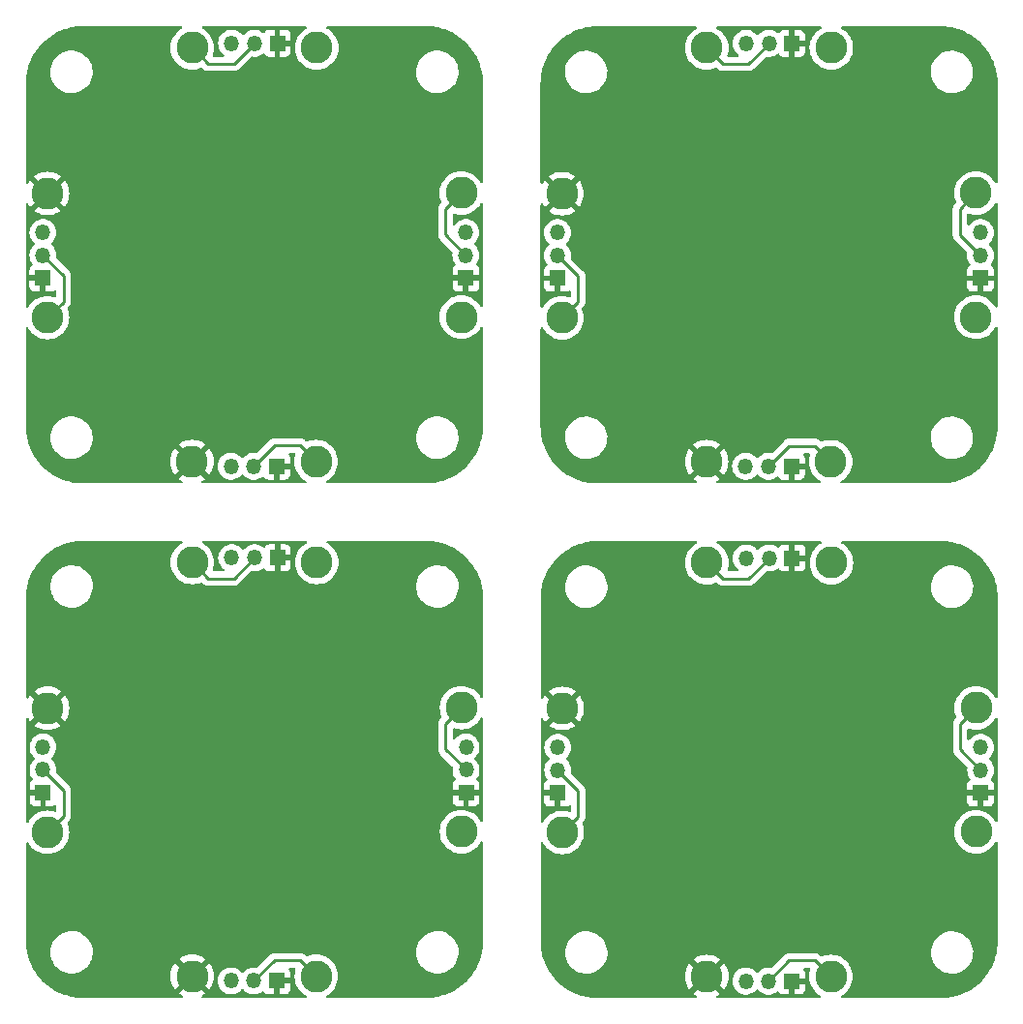
<source format=gbr>
%TF.GenerationSoftware,KiCad,Pcbnew,7.0.1*%
%TF.CreationDate,2023-09-10T14:18:25+09:00*%
%TF.ProjectId,block_socket,626c6f63-6b5f-4736-9f63-6b65742e6b69,rev?*%
%TF.SameCoordinates,Original*%
%TF.FileFunction,Copper,L1,Top*%
%TF.FilePolarity,Positive*%
%FSLAX46Y46*%
G04 Gerber Fmt 4.6, Leading zero omitted, Abs format (unit mm)*
G04 Created by KiCad (PCBNEW 7.0.1) date 2023-09-10 14:18:25*
%MOMM*%
%LPD*%
G01*
G04 APERTURE LIST*
%TA.AperFunction,ComponentPad*%
%ADD10R,1.350000X1.350000*%
%TD*%
%TA.AperFunction,ComponentPad*%
%ADD11O,1.350000X1.350000*%
%TD*%
%TA.AperFunction,SMDPad,CuDef*%
%ADD12C,2.800000*%
%TD*%
%TA.AperFunction,ViaPad*%
%ADD13C,0.800000*%
%TD*%
%TA.AperFunction,Conductor*%
%ADD14C,0.250000*%
%TD*%
G04 APERTURE END LIST*
D10*
%TO.P,J402,1,Pin_1*%
%TO.N,GND*%
X148250000Y-57870000D03*
D11*
%TO.P,J402,2,Pin_2*%
%TO.N,E_S*%
X148250000Y-55870000D03*
%TO.P,J402,3,Pin_3*%
%TO.N,+5V*%
X148250000Y-53870000D03*
%TD*%
D12*
%TO.P,J406,1,Pin_1*%
%TO.N,E_S*%
X147860000Y-95450000D03*
%TD*%
%TO.P,J405,1,Pin_1*%
%TO.N,N_S*%
X79290000Y-82730000D03*
%TD*%
%TO.P,J409,1,Pin_1*%
%TO.N,+5V*%
X90180000Y-37710000D03*
%TD*%
D10*
%TO.P,J404,1,Pin_1*%
%TO.N,GND*%
X111260000Y-102900000D03*
D11*
%TO.P,J404,2,Pin_2*%
%TO.N,W_S*%
X111260000Y-100900000D03*
%TO.P,J404,3,Pin_3*%
%TO.N,+5V*%
X111260000Y-98900000D03*
%TD*%
D12*
%TO.P,J412,1,Pin_1*%
%TO.N,GND*%
X66640000Y-95480000D03*
%TD*%
%TO.P,J408,1,Pin_1*%
%TO.N,W_S*%
X66630000Y-61310000D03*
%TD*%
%TO.P,J411,1,Pin_1*%
%TO.N,GND*%
X124290000Y-73910000D03*
%TD*%
%TO.P,J406,1,Pin_1*%
%TO.N,E_S*%
X102830000Y-50410000D03*
%TD*%
%TO.P,J406,1,Pin_1*%
%TO.N,E_S*%
X147850000Y-50420000D03*
%TD*%
D10*
%TO.P,J402,1,Pin_1*%
%TO.N,GND*%
X103240000Y-102880000D03*
D11*
%TO.P,J402,2,Pin_2*%
%TO.N,E_S*%
X103240000Y-100880000D03*
%TO.P,J402,3,Pin_3*%
%TO.N,+5V*%
X103240000Y-98880000D03*
%TD*%
D12*
%TO.P,J411,1,Pin_1*%
%TO.N,GND*%
X124300000Y-118940000D03*
%TD*%
%TO.P,J407,1,Pin_1*%
%TO.N,S_S*%
X90140000Y-118930000D03*
%TD*%
%TO.P,J405,1,Pin_1*%
%TO.N,N_S*%
X124310000Y-82750000D03*
%TD*%
%TO.P,J411,1,Pin_1*%
%TO.N,GND*%
X79270000Y-73900000D03*
%TD*%
D10*
%TO.P,J403,1,Pin_1*%
%TO.N,GND*%
X86680000Y-74310000D03*
D11*
%TO.P,J403,2,Pin_2*%
%TO.N,S_S*%
X84680000Y-74310000D03*
%TO.P,J403,3,Pin_3*%
%TO.N,+5V*%
X82680000Y-74310000D03*
%TD*%
D12*
%TO.P,J408,1,Pin_1*%
%TO.N,W_S*%
X111660000Y-106350000D03*
%TD*%
D10*
%TO.P,J401,1,Pin_1*%
%TO.N,GND*%
X131750000Y-37320000D03*
D11*
%TO.P,J401,2,Pin_2*%
%TO.N,N_S*%
X129750000Y-37320000D03*
%TO.P,J401,3,Pin_3*%
%TO.N,+5V*%
X127750000Y-37320000D03*
%TD*%
D12*
%TO.P,J409,1,Pin_1*%
%TO.N,+5V*%
X135200000Y-37720000D03*
%TD*%
D10*
%TO.P,J401,1,Pin_1*%
%TO.N,GND*%
X86740000Y-82330000D03*
D11*
%TO.P,J401,2,Pin_2*%
%TO.N,N_S*%
X84740000Y-82330000D03*
%TO.P,J401,3,Pin_3*%
%TO.N,+5V*%
X82740000Y-82330000D03*
%TD*%
D10*
%TO.P,J403,1,Pin_1*%
%TO.N,GND*%
X131710000Y-119350000D03*
D11*
%TO.P,J403,2,Pin_2*%
%TO.N,S_S*%
X129710000Y-119350000D03*
%TO.P,J403,3,Pin_3*%
%TO.N,+5V*%
X127710000Y-119350000D03*
%TD*%
D12*
%TO.P,J407,1,Pin_1*%
%TO.N,S_S*%
X90130000Y-73910000D03*
%TD*%
%TO.P,J411,1,Pin_1*%
%TO.N,GND*%
X79280000Y-118920000D03*
%TD*%
%TO.P,J410,1,Pin_1*%
%TO.N,+5V*%
X102830000Y-61260000D03*
%TD*%
%TO.P,J409,1,Pin_1*%
%TO.N,+5V*%
X135210000Y-82750000D03*
%TD*%
%TO.P,J409,1,Pin_1*%
%TO.N,+5V*%
X90190000Y-82730000D03*
%TD*%
%TO.P,J408,1,Pin_1*%
%TO.N,W_S*%
X66640000Y-106330000D03*
%TD*%
%TO.P,J410,1,Pin_1*%
%TO.N,+5V*%
X147850000Y-61270000D03*
%TD*%
%TO.P,J412,1,Pin_1*%
%TO.N,GND*%
X111650000Y-50470000D03*
%TD*%
D10*
%TO.P,J404,1,Pin_1*%
%TO.N,GND*%
X111250000Y-57870000D03*
D11*
%TO.P,J404,2,Pin_2*%
%TO.N,W_S*%
X111250000Y-55870000D03*
%TO.P,J404,3,Pin_3*%
%TO.N,+5V*%
X111250000Y-53870000D03*
%TD*%
D12*
%TO.P,J412,1,Pin_1*%
%TO.N,GND*%
X111660000Y-95500000D03*
%TD*%
D10*
%TO.P,J402,1,Pin_1*%
%TO.N,GND*%
X103230000Y-57860000D03*
D11*
%TO.P,J402,2,Pin_2*%
%TO.N,E_S*%
X103230000Y-55860000D03*
%TO.P,J402,3,Pin_3*%
%TO.N,+5V*%
X103230000Y-53860000D03*
%TD*%
D10*
%TO.P,J404,1,Pin_1*%
%TO.N,GND*%
X66240000Y-102880000D03*
D11*
%TO.P,J404,2,Pin_2*%
%TO.N,W_S*%
X66240000Y-100880000D03*
%TO.P,J404,3,Pin_3*%
%TO.N,+5V*%
X66240000Y-98880000D03*
%TD*%
D12*
%TO.P,J410,1,Pin_1*%
%TO.N,+5V*%
X147860000Y-106300000D03*
%TD*%
%TO.P,J408,1,Pin_1*%
%TO.N,W_S*%
X111650000Y-61320000D03*
%TD*%
D10*
%TO.P,J401,1,Pin_1*%
%TO.N,GND*%
X86730000Y-37310000D03*
D11*
%TO.P,J401,2,Pin_2*%
%TO.N,N_S*%
X84730000Y-37310000D03*
%TO.P,J401,3,Pin_3*%
%TO.N,+5V*%
X82730000Y-37310000D03*
%TD*%
D12*
%TO.P,J412,1,Pin_1*%
%TO.N,GND*%
X66630000Y-50460000D03*
%TD*%
%TO.P,J406,1,Pin_1*%
%TO.N,E_S*%
X102840000Y-95430000D03*
%TD*%
D10*
%TO.P,J403,1,Pin_1*%
%TO.N,GND*%
X86690000Y-119330000D03*
D11*
%TO.P,J403,2,Pin_2*%
%TO.N,S_S*%
X84690000Y-119330000D03*
%TO.P,J403,3,Pin_3*%
%TO.N,+5V*%
X82690000Y-119330000D03*
%TD*%
D12*
%TO.P,J407,1,Pin_1*%
%TO.N,S_S*%
X135160000Y-118950000D03*
%TD*%
%TO.P,J405,1,Pin_1*%
%TO.N,N_S*%
X124300000Y-37720000D03*
%TD*%
%TO.P,J407,1,Pin_1*%
%TO.N,S_S*%
X135150000Y-73920000D03*
%TD*%
D10*
%TO.P,J403,1,Pin_1*%
%TO.N,GND*%
X131700000Y-74320000D03*
D11*
%TO.P,J403,2,Pin_2*%
%TO.N,S_S*%
X129700000Y-74320000D03*
%TO.P,J403,3,Pin_3*%
%TO.N,+5V*%
X127700000Y-74320000D03*
%TD*%
D10*
%TO.P,J401,1,Pin_1*%
%TO.N,GND*%
X131760000Y-82350000D03*
D11*
%TO.P,J401,2,Pin_2*%
%TO.N,N_S*%
X129760000Y-82350000D03*
%TO.P,J401,3,Pin_3*%
%TO.N,+5V*%
X127760000Y-82350000D03*
%TD*%
D12*
%TO.P,J410,1,Pin_1*%
%TO.N,+5V*%
X102840000Y-106280000D03*
%TD*%
%TO.P,J405,1,Pin_1*%
%TO.N,N_S*%
X79280000Y-37710000D03*
%TD*%
D10*
%TO.P,J402,1,Pin_1*%
%TO.N,GND*%
X148260000Y-102900000D03*
D11*
%TO.P,J402,2,Pin_2*%
%TO.N,E_S*%
X148260000Y-100900000D03*
%TO.P,J402,3,Pin_3*%
%TO.N,+5V*%
X148260000Y-98900000D03*
%TD*%
D10*
%TO.P,J404,1,Pin_1*%
%TO.N,GND*%
X66230000Y-57860000D03*
D11*
%TO.P,J404,2,Pin_2*%
%TO.N,W_S*%
X66230000Y-55860000D03*
%TO.P,J404,3,Pin_3*%
%TO.N,+5V*%
X66230000Y-53860000D03*
%TD*%
D13*
%TO.N,+5V*%
X147960000Y-106450000D03*
X90140000Y-82830000D03*
X90130000Y-37810000D03*
X135150000Y-37820000D03*
X147950000Y-61420000D03*
X102930000Y-61410000D03*
X135160000Y-82850000D03*
X102940000Y-106430000D03*
%TO.N,GND*%
X121760000Y-93250000D03*
X121760000Y-107450000D03*
X121750000Y-62420000D03*
X94140000Y-105430000D03*
X76730000Y-48210000D03*
X94130000Y-60410000D03*
X76740000Y-93230000D03*
X139160000Y-105450000D03*
X137160000Y-91850000D03*
X121750000Y-48220000D03*
X76730000Y-62410000D03*
X76740000Y-107430000D03*
X92140000Y-91830000D03*
X139150000Y-60420000D03*
X137150000Y-46820000D03*
X92130000Y-46810000D03*
%TD*%
D14*
%TO.N,N_S*%
X127960001Y-84149999D02*
X125709999Y-84149999D01*
X82940001Y-84129999D02*
X80689999Y-84129999D01*
X127950001Y-39119999D02*
X125699999Y-39119999D01*
X80679999Y-39109999D02*
X79280000Y-37710000D01*
X84730000Y-37310000D02*
X82930001Y-39109999D01*
X129760000Y-82350000D02*
X127960001Y-84149999D01*
X129750000Y-37320000D02*
X127950001Y-39119999D01*
X80689999Y-84129999D02*
X79290000Y-82730000D01*
X84740000Y-82330000D02*
X82940001Y-84129999D01*
X125709999Y-84149999D02*
X124310000Y-82750000D01*
X125699999Y-39119999D02*
X124300000Y-37720000D01*
X82930001Y-39109999D02*
X80679999Y-39109999D01*
%TO.N,E_S*%
X146460001Y-99100001D02*
X146460001Y-96849999D01*
X148260000Y-100900000D02*
X146460001Y-99100001D01*
X146460001Y-96849999D02*
X147860000Y-95450000D01*
X103230000Y-55860000D02*
X101430001Y-54060001D01*
X101430001Y-54060001D02*
X101430001Y-51809999D01*
X101440001Y-96829999D02*
X102840000Y-95430000D01*
X103240000Y-100880000D02*
X101440001Y-99080001D01*
X148250000Y-55870000D02*
X146450001Y-54070001D01*
X101430001Y-51809999D02*
X102830000Y-50410000D01*
X146450001Y-54070001D02*
X146450001Y-51819999D01*
X146450001Y-51819999D02*
X147850000Y-50420000D01*
X101440001Y-99080001D02*
X101440001Y-96829999D01*
%TO.N,S_S*%
X129710000Y-119350000D02*
X131509999Y-117550001D01*
X84680000Y-74310000D02*
X86479999Y-72510001D01*
X131509999Y-117550001D02*
X133760001Y-117550001D01*
X88740001Y-117530001D02*
X90140000Y-118930000D01*
X88730001Y-72510001D02*
X90130000Y-73910000D01*
X133760001Y-117550001D02*
X135160000Y-118950000D01*
X86479999Y-72510001D02*
X88730001Y-72510001D01*
X86489999Y-117530001D02*
X88740001Y-117530001D01*
X129700000Y-74320000D02*
X131499999Y-72520001D01*
X84690000Y-119330000D02*
X86489999Y-117530001D01*
X131499999Y-72520001D02*
X133750001Y-72520001D01*
X133750001Y-72520001D02*
X135150000Y-73920000D01*
%TO.N,W_S*%
X68039999Y-102679999D02*
X68039999Y-104930001D01*
X113059999Y-104950001D02*
X111660000Y-106350000D01*
X68029999Y-59910001D02*
X66630000Y-61310000D01*
X68029999Y-57659999D02*
X68029999Y-59910001D01*
X66240000Y-100880000D02*
X68039999Y-102679999D01*
X111250000Y-55870000D02*
X113049999Y-57669999D01*
X68039999Y-104930001D02*
X66640000Y-106330000D01*
X113049999Y-57669999D02*
X113049999Y-59920001D01*
X113059999Y-102699999D02*
X113059999Y-104950001D01*
X66230000Y-55860000D02*
X68029999Y-57659999D01*
X111260000Y-100900000D02*
X113059999Y-102699999D01*
X113049999Y-59920001D02*
X111650000Y-61320000D01*
%TD*%
%TA.AperFunction,Conductor*%
%TO.N,GND*%
G36*
X78379778Y-80847409D02*
G01*
X78425240Y-80893525D01*
X78441254Y-80956271D01*
X78423454Y-81018534D01*
X78376694Y-81063331D01*
X78312004Y-81098655D01*
X78259886Y-81127113D01*
X78042255Y-81290031D01*
X77850031Y-81482255D01*
X77687109Y-81699891D01*
X77556831Y-81938480D01*
X77461823Y-82193203D01*
X77404039Y-82458838D01*
X77384644Y-82730000D01*
X77404039Y-83001161D01*
X77461823Y-83266796D01*
X77463797Y-83272088D01*
X77556828Y-83521513D01*
X77556830Y-83521517D01*
X77556831Y-83521519D01*
X77687109Y-83760108D01*
X77687113Y-83760113D01*
X77850029Y-83977742D01*
X78042258Y-84169971D01*
X78258281Y-84331685D01*
X78259891Y-84332890D01*
X78455802Y-84439864D01*
X78498487Y-84463172D01*
X78753199Y-84558175D01*
X78753202Y-84558175D01*
X78753203Y-84558176D01*
X78802852Y-84568976D01*
X79018840Y-84615961D01*
X79290000Y-84635355D01*
X79561160Y-84615961D01*
X79826801Y-84558175D01*
X80048417Y-84475516D01*
X80094696Y-84467733D01*
X80140558Y-84477710D01*
X80179427Y-84504017D01*
X80189196Y-84513786D01*
X80202097Y-84529888D01*
X80204211Y-84531873D01*
X80204213Y-84531876D01*
X80245965Y-84571084D01*
X80253239Y-84577915D01*
X80256034Y-84580624D01*
X80275529Y-84600119D01*
X80278703Y-84602581D01*
X80287567Y-84610152D01*
X80319417Y-84640061D01*
X80329913Y-84645831D01*
X80336973Y-84649713D01*
X80353230Y-84660391D01*
X80369063Y-84672673D01*
X80385184Y-84679648D01*
X80409155Y-84690022D01*
X80419642Y-84695159D01*
X80457907Y-84716196D01*
X80477315Y-84721179D01*
X80495709Y-84727477D01*
X80514104Y-84735437D01*
X80557253Y-84742270D01*
X80568679Y-84744637D01*
X80584221Y-84748628D01*
X80610979Y-84755499D01*
X80610980Y-84755499D01*
X80631015Y-84755499D01*
X80650412Y-84757025D01*
X80670195Y-84760159D01*
X80713673Y-84756049D01*
X80725343Y-84755499D01*
X82857257Y-84755499D01*
X82877763Y-84757763D01*
X82880666Y-84757671D01*
X82880668Y-84757672D01*
X82947873Y-84755560D01*
X82951769Y-84755499D01*
X82979350Y-84755499D01*
X82979351Y-84755499D01*
X82983320Y-84754997D01*
X82994966Y-84754079D01*
X83038628Y-84752708D01*
X83057860Y-84747119D01*
X83076919Y-84743173D01*
X83084092Y-84742267D01*
X83096793Y-84740663D01*
X83137408Y-84724581D01*
X83148445Y-84720802D01*
X83190391Y-84708617D01*
X83207630Y-84698421D01*
X83225103Y-84689861D01*
X83243733Y-84682485D01*
X83279065Y-84656813D01*
X83288831Y-84650399D01*
X83326419Y-84628170D01*
X83326418Y-84628170D01*
X83326421Y-84628169D01*
X83340586Y-84614003D01*
X83355374Y-84601372D01*
X83371588Y-84589593D01*
X83399439Y-84555925D01*
X83407280Y-84547308D01*
X84431535Y-83523054D01*
X84482534Y-83492286D01*
X84541995Y-83488848D01*
X84631074Y-83505500D01*
X84848924Y-83505500D01*
X84848926Y-83505500D01*
X85063069Y-83465470D01*
X85198496Y-83413004D01*
X85266208Y-83386773D01*
X85272641Y-83382790D01*
X85451432Y-83272088D01*
X85462781Y-83261741D01*
X85523701Y-83231458D01*
X85591435Y-83237877D01*
X85645586Y-83279067D01*
X85707810Y-83362188D01*
X85822910Y-83448352D01*
X85957624Y-83498597D01*
X86017176Y-83505000D01*
X86490000Y-83505000D01*
X86490000Y-82580000D01*
X86990000Y-82580000D01*
X86990000Y-83505000D01*
X87462824Y-83505000D01*
X87522375Y-83498597D01*
X87657089Y-83448352D01*
X87772188Y-83362188D01*
X87858352Y-83247089D01*
X87908597Y-83112375D01*
X87915000Y-83052824D01*
X87915000Y-82580000D01*
X86990000Y-82580000D01*
X86490000Y-82580000D01*
X86490000Y-81155000D01*
X86990000Y-81155000D01*
X86990000Y-82080000D01*
X87915000Y-82080000D01*
X87915000Y-81607176D01*
X87908597Y-81547624D01*
X87858352Y-81412910D01*
X87772188Y-81297811D01*
X87657089Y-81211647D01*
X87522375Y-81161402D01*
X87462824Y-81155000D01*
X86990000Y-81155000D01*
X86490000Y-81155000D01*
X86017176Y-81155000D01*
X85957624Y-81161402D01*
X85822910Y-81211647D01*
X85707808Y-81297812D01*
X85645585Y-81380932D01*
X85591435Y-81422122D01*
X85523703Y-81428541D01*
X85462780Y-81398257D01*
X85451432Y-81387911D01*
X85266208Y-81273226D01*
X85063073Y-81194531D01*
X85063070Y-81194530D01*
X85063069Y-81194530D01*
X84848926Y-81154500D01*
X84631074Y-81154500D01*
X84416931Y-81194530D01*
X84416926Y-81194531D01*
X84213791Y-81273226D01*
X84028567Y-81387912D01*
X83867573Y-81534677D01*
X83838954Y-81572575D01*
X83795271Y-81608848D01*
X83740000Y-81621848D01*
X83684729Y-81608848D01*
X83641046Y-81572575D01*
X83612426Y-81534677D01*
X83451432Y-81387912D01*
X83266208Y-81273226D01*
X83063073Y-81194531D01*
X83063070Y-81194530D01*
X83063069Y-81194530D01*
X82848926Y-81154500D01*
X82631074Y-81154500D01*
X82416931Y-81194530D01*
X82416926Y-81194531D01*
X82213791Y-81273226D01*
X82028567Y-81387912D01*
X81867573Y-81534676D01*
X81736287Y-81708528D01*
X81639181Y-81903542D01*
X81579564Y-82113074D01*
X81559464Y-82329999D01*
X81579564Y-82546925D01*
X81639181Y-82756457D01*
X81736287Y-82951471D01*
X81867573Y-83125323D01*
X81957311Y-83207129D01*
X82028568Y-83272088D01*
X82031635Y-83273987D01*
X82033387Y-83275072D01*
X82076992Y-83321163D01*
X82092089Y-83382790D01*
X82074725Y-83443817D01*
X82029447Y-83488266D01*
X81968110Y-83504499D01*
X81208112Y-83504499D01*
X81150637Y-83490375D01*
X81106256Y-83451219D01*
X81085079Y-83395952D01*
X81091929Y-83337167D01*
X81118175Y-83266801D01*
X81175961Y-83001160D01*
X81195355Y-82730000D01*
X81175961Y-82458840D01*
X81124546Y-82222486D01*
X81118176Y-82193203D01*
X81118175Y-82193199D01*
X81023172Y-81938487D01*
X80956345Y-81816102D01*
X80892890Y-81699891D01*
X80834467Y-81621848D01*
X80729971Y-81482258D01*
X80537742Y-81290029D01*
X80320113Y-81127113D01*
X80203305Y-81063331D01*
X80156546Y-81018534D01*
X80138746Y-80956271D01*
X80154760Y-80893525D01*
X80200222Y-80847409D01*
X80262733Y-80830500D01*
X89217267Y-80830500D01*
X89279778Y-80847409D01*
X89325240Y-80893525D01*
X89341254Y-80956271D01*
X89323454Y-81018534D01*
X89276694Y-81063331D01*
X89212004Y-81098655D01*
X89159886Y-81127113D01*
X88942255Y-81290031D01*
X88750031Y-81482255D01*
X88587109Y-81699891D01*
X88456831Y-81938480D01*
X88361823Y-82193203D01*
X88304039Y-82458838D01*
X88284644Y-82730000D01*
X88304039Y-83001161D01*
X88361823Y-83266796D01*
X88363797Y-83272088D01*
X88456828Y-83521513D01*
X88456830Y-83521517D01*
X88456831Y-83521519D01*
X88587109Y-83760108D01*
X88587113Y-83760113D01*
X88750029Y-83977742D01*
X88942258Y-84169971D01*
X89158281Y-84331685D01*
X89159891Y-84332890D01*
X89355802Y-84439864D01*
X89398487Y-84463172D01*
X89653199Y-84558175D01*
X89653202Y-84558175D01*
X89653203Y-84558176D01*
X89702852Y-84568976D01*
X89918840Y-84615961D01*
X90190000Y-84635355D01*
X90461160Y-84615961D01*
X90726801Y-84558175D01*
X90981513Y-84463172D01*
X91220113Y-84332887D01*
X91437742Y-84169971D01*
X91629971Y-83977742D01*
X91792887Y-83760113D01*
X91923172Y-83521513D01*
X92018175Y-83266801D01*
X92075961Y-83001160D01*
X92095355Y-82730000D01*
X92075961Y-82458840D01*
X92024546Y-82222486D01*
X92018176Y-82193203D01*
X92018175Y-82193199D01*
X91923172Y-81938487D01*
X91856345Y-81816102D01*
X91792890Y-81699891D01*
X91734467Y-81621848D01*
X91629971Y-81482258D01*
X91437742Y-81290029D01*
X91220113Y-81127113D01*
X91103305Y-81063331D01*
X91056546Y-81018534D01*
X91038746Y-80956271D01*
X91054760Y-80893525D01*
X91100222Y-80847409D01*
X91162733Y-80830500D01*
X99737439Y-80830500D01*
X99742562Y-80830605D01*
X99957600Y-80839500D01*
X100153455Y-80848052D01*
X100163330Y-80848881D01*
X100376706Y-80875479D01*
X100376793Y-80875490D01*
X100574945Y-80901577D01*
X100584192Y-80903153D01*
X100793521Y-80947044D01*
X100794765Y-80947312D01*
X100990386Y-80990680D01*
X100998901Y-80992889D01*
X101203665Y-81053850D01*
X101205325Y-81054359D01*
X101396696Y-81114698D01*
X101404453Y-81117431D01*
X101603363Y-81195046D01*
X101605513Y-81195911D01*
X101791024Y-81272752D01*
X101797972Y-81275886D01*
X101965903Y-81357982D01*
X101989587Y-81369561D01*
X101992383Y-81370972D01*
X102170420Y-81463652D01*
X102176636Y-81467118D01*
X102359793Y-81576255D01*
X102362929Y-81578187D01*
X102408432Y-81607176D01*
X102532282Y-81686078D01*
X102537710Y-81689741D01*
X102711184Y-81813599D01*
X102714616Y-81816140D01*
X102873912Y-81938372D01*
X102878567Y-81942126D01*
X103041226Y-82079891D01*
X103044838Y-82083072D01*
X103192925Y-82218769D01*
X103196807Y-82222486D01*
X103347512Y-82373191D01*
X103351232Y-82377076D01*
X103486921Y-82525155D01*
X103490107Y-82528772D01*
X103627872Y-82691431D01*
X103631626Y-82696086D01*
X103753858Y-82855382D01*
X103756399Y-82858814D01*
X103880257Y-83032288D01*
X103883920Y-83037716D01*
X103991800Y-83207052D01*
X103993743Y-83210205D01*
X104102880Y-83393362D01*
X104106346Y-83399578D01*
X104199026Y-83577615D01*
X104200437Y-83580411D01*
X104294099Y-83771997D01*
X104297260Y-83779005D01*
X104374051Y-83964395D01*
X104374991Y-83966734D01*
X104380797Y-83981610D01*
X104452559Y-84165523D01*
X104455302Y-84173309D01*
X104515602Y-84364554D01*
X104516186Y-84366460D01*
X104577105Y-84571084D01*
X104579321Y-84579627D01*
X104622671Y-84775166D01*
X104622971Y-84776559D01*
X104666844Y-84985802D01*
X104668422Y-84995062D01*
X104694459Y-85192829D01*
X104694568Y-85193677D01*
X104721114Y-85406641D01*
X104721948Y-85416570D01*
X104730513Y-85612728D01*
X104730525Y-85613013D01*
X104739394Y-85827438D01*
X104739500Y-85832562D01*
X104739500Y-94457267D01*
X104722591Y-94519778D01*
X104676475Y-94565240D01*
X104613729Y-94581254D01*
X104551466Y-94563454D01*
X104506668Y-94516694D01*
X104442887Y-94399887D01*
X104279971Y-94182258D01*
X104087742Y-93990029D01*
X103870113Y-93827113D01*
X103870114Y-93827113D01*
X103870108Y-93827109D01*
X103631519Y-93696831D01*
X103631517Y-93696830D01*
X103631513Y-93696828D01*
X103376801Y-93601825D01*
X103376796Y-93601823D01*
X103111161Y-93544039D01*
X102840000Y-93524644D01*
X102568838Y-93544039D01*
X102303203Y-93601823D01*
X102167857Y-93652305D01*
X102048487Y-93696828D01*
X102048484Y-93696829D01*
X102048480Y-93696831D01*
X101809891Y-93827109D01*
X101592255Y-93990031D01*
X101400031Y-94182255D01*
X101237109Y-94399891D01*
X101106831Y-94638480D01*
X101106829Y-94638484D01*
X101106828Y-94638487D01*
X101065624Y-94748956D01*
X101011823Y-94893203D01*
X100954039Y-95158838D01*
X100934644Y-95430000D01*
X100954039Y-95701161D01*
X101011824Y-95966799D01*
X101094481Y-96188413D01*
X101099465Y-96258104D01*
X101065980Y-96319427D01*
X101056209Y-96329198D01*
X101040111Y-96342095D01*
X100992097Y-96393224D01*
X100989392Y-96396016D01*
X100969875Y-96415533D01*
X100967416Y-96418704D01*
X100959843Y-96427571D01*
X100929936Y-96459419D01*
X100920286Y-96476973D01*
X100909610Y-96493227D01*
X100897327Y-96509062D01*
X100879976Y-96549157D01*
X100874839Y-96559643D01*
X100853803Y-96597906D01*
X100848822Y-96617308D01*
X100842521Y-96635710D01*
X100834562Y-96654101D01*
X100827729Y-96697241D01*
X100825361Y-96708673D01*
X100814501Y-96750977D01*
X100814501Y-96771015D01*
X100812974Y-96790414D01*
X100809841Y-96810193D01*
X100813951Y-96853674D01*
X100814501Y-96865343D01*
X100814501Y-98997257D01*
X100812236Y-99017763D01*
X100814440Y-99087874D01*
X100814501Y-99091769D01*
X100814501Y-99119350D01*
X100815004Y-99123335D01*
X100815919Y-99134968D01*
X100817291Y-99178627D01*
X100822880Y-99197861D01*
X100826826Y-99216917D01*
X100829336Y-99236793D01*
X100845415Y-99277405D01*
X100849198Y-99288452D01*
X100861383Y-99330392D01*
X100871581Y-99347636D01*
X100880137Y-99365101D01*
X100887515Y-99383733D01*
X100887516Y-99383734D01*
X100913181Y-99419060D01*
X100919594Y-99428823D01*
X100941827Y-99466417D01*
X100941830Y-99466420D01*
X100941831Y-99466421D01*
X100955996Y-99480586D01*
X100968628Y-99495376D01*
X100980407Y-99511588D01*
X101014059Y-99539427D01*
X101022700Y-99547290D01*
X102043400Y-100567990D01*
X102072349Y-100613559D01*
X102079190Y-100667112D01*
X102059464Y-100879999D01*
X102079564Y-101096925D01*
X102139181Y-101306457D01*
X102236287Y-101501471D01*
X102318048Y-101609740D01*
X102342175Y-101669401D01*
X102333151Y-101733119D01*
X102293406Y-101783733D01*
X102207811Y-101847809D01*
X102121647Y-101962910D01*
X102071402Y-102097624D01*
X102065000Y-102157176D01*
X102065000Y-102630000D01*
X104415000Y-102630000D01*
X104415000Y-102157176D01*
X104408597Y-102097624D01*
X104358352Y-101962910D01*
X104272188Y-101847811D01*
X104186594Y-101783735D01*
X104146848Y-101733121D01*
X104137824Y-101669402D01*
X104161951Y-101609741D01*
X104161952Y-101609740D01*
X104243712Y-101501472D01*
X104340817Y-101306459D01*
X104387384Y-101142793D01*
X104400435Y-101096925D01*
X104403577Y-101063008D01*
X104420536Y-100880000D01*
X104400435Y-100663077D01*
X104400435Y-100663074D01*
X104340818Y-100453542D01*
X104243712Y-100258528D01*
X104112426Y-100084676D01*
X103988427Y-99971637D01*
X103952699Y-99913934D01*
X103952699Y-99846066D01*
X103988427Y-99788363D01*
X104112426Y-99675323D01*
X104112427Y-99675322D01*
X104243712Y-99501472D01*
X104340817Y-99306459D01*
X104340818Y-99306457D01*
X104400435Y-99096925D01*
X104409670Y-98997257D01*
X104420536Y-98880000D01*
X104400435Y-98663077D01*
X104400435Y-98663074D01*
X104340818Y-98453542D01*
X104243712Y-98258528D01*
X104112426Y-98084676D01*
X103951432Y-97937912D01*
X103766208Y-97823226D01*
X103563073Y-97744531D01*
X103563070Y-97744530D01*
X103563069Y-97744530D01*
X103348926Y-97704500D01*
X103131074Y-97704500D01*
X102916931Y-97744530D01*
X102916926Y-97744531D01*
X102713791Y-97823226D01*
X102528567Y-97937912D01*
X102367573Y-98084676D01*
X102288455Y-98189447D01*
X102240633Y-98227687D01*
X102180343Y-98238381D01*
X102122286Y-98218923D01*
X102080619Y-98174055D01*
X102065501Y-98114720D01*
X102065501Y-97348112D01*
X102079625Y-97290637D01*
X102118781Y-97246256D01*
X102174048Y-97225079D01*
X102232832Y-97231929D01*
X102303199Y-97258175D01*
X102303202Y-97258175D01*
X102303203Y-97258176D01*
X102352852Y-97268976D01*
X102568840Y-97315961D01*
X102840000Y-97335355D01*
X103111160Y-97315961D01*
X103376801Y-97258175D01*
X103631513Y-97163172D01*
X103870113Y-97032887D01*
X104087742Y-96869971D01*
X104279971Y-96677742D01*
X104442887Y-96460113D01*
X104506668Y-96343305D01*
X104551466Y-96296546D01*
X104613729Y-96278746D01*
X104676475Y-96294760D01*
X104722591Y-96340222D01*
X104739500Y-96402733D01*
X104739500Y-105307267D01*
X104722591Y-105369778D01*
X104676475Y-105415240D01*
X104613729Y-105431254D01*
X104551466Y-105413454D01*
X104506668Y-105366694D01*
X104442887Y-105249887D01*
X104279971Y-105032258D01*
X104087742Y-104840029D01*
X103870113Y-104677113D01*
X103870114Y-104677113D01*
X103870108Y-104677109D01*
X103631519Y-104546831D01*
X103631517Y-104546830D01*
X103631513Y-104546828D01*
X103376801Y-104451825D01*
X103376796Y-104451823D01*
X103111161Y-104394039D01*
X102840000Y-104374644D01*
X102568838Y-104394039D01*
X102303203Y-104451823D01*
X102169150Y-104501823D01*
X102048487Y-104546828D01*
X102048484Y-104546829D01*
X102048480Y-104546831D01*
X101809891Y-104677109D01*
X101592255Y-104840031D01*
X101400031Y-105032255D01*
X101237109Y-105249891D01*
X101106831Y-105488480D01*
X101106829Y-105488484D01*
X101106828Y-105488487D01*
X101101828Y-105501893D01*
X101011823Y-105743203D01*
X100954039Y-106008838D01*
X100934644Y-106280000D01*
X100954039Y-106551161D01*
X101011823Y-106816796D01*
X101011825Y-106816801D01*
X101106828Y-107071513D01*
X101106830Y-107071517D01*
X101106831Y-107071519D01*
X101237109Y-107310108D01*
X101237113Y-107310113D01*
X101400029Y-107527742D01*
X101592258Y-107719971D01*
X101659046Y-107769968D01*
X101809891Y-107882890D01*
X102005802Y-107989864D01*
X102048487Y-108013172D01*
X102303199Y-108108175D01*
X102303202Y-108108175D01*
X102303203Y-108108176D01*
X102352852Y-108118976D01*
X102568840Y-108165961D01*
X102840000Y-108185355D01*
X103111160Y-108165961D01*
X103376801Y-108108175D01*
X103631513Y-108013172D01*
X103870113Y-107882887D01*
X104087742Y-107719971D01*
X104279971Y-107527742D01*
X104442887Y-107310113D01*
X104506668Y-107193305D01*
X104551466Y-107146546D01*
X104613729Y-107128746D01*
X104676475Y-107144760D01*
X104722591Y-107190222D01*
X104739500Y-107252733D01*
X104739500Y-115827438D01*
X104739394Y-115832563D01*
X104730525Y-116046987D01*
X104730513Y-116047271D01*
X104721948Y-116243428D01*
X104721114Y-116253357D01*
X104694568Y-116466321D01*
X104694459Y-116467169D01*
X104668422Y-116664936D01*
X104666844Y-116674196D01*
X104622971Y-116883439D01*
X104622671Y-116884832D01*
X104579321Y-117080371D01*
X104577105Y-117088914D01*
X104516186Y-117293538D01*
X104515602Y-117295444D01*
X104455302Y-117486689D01*
X104452559Y-117494475D01*
X104375008Y-117693224D01*
X104374051Y-117695603D01*
X104297260Y-117880993D01*
X104294099Y-117888001D01*
X104200437Y-118079587D01*
X104199026Y-118082383D01*
X104106346Y-118260420D01*
X104102880Y-118266636D01*
X103993743Y-118449793D01*
X103991800Y-118452946D01*
X103883920Y-118622282D01*
X103880257Y-118627710D01*
X103756399Y-118801184D01*
X103753858Y-118804616D01*
X103631626Y-118963912D01*
X103627872Y-118968567D01*
X103490107Y-119131226D01*
X103486908Y-119134858D01*
X103351254Y-119282899D01*
X103347512Y-119286807D01*
X103196807Y-119437512D01*
X103192899Y-119441254D01*
X103044858Y-119576908D01*
X103041226Y-119580107D01*
X102878567Y-119717872D01*
X102873912Y-119721626D01*
X102714616Y-119843858D01*
X102711184Y-119846399D01*
X102537710Y-119970257D01*
X102532282Y-119973920D01*
X102362946Y-120081800D01*
X102359793Y-120083743D01*
X102176636Y-120192880D01*
X102170420Y-120196346D01*
X101992383Y-120289026D01*
X101989587Y-120290437D01*
X101798001Y-120384099D01*
X101790993Y-120387260D01*
X101605603Y-120464051D01*
X101603224Y-120465008D01*
X101404475Y-120542559D01*
X101396689Y-120545302D01*
X101205444Y-120605602D01*
X101203538Y-120606186D01*
X100998914Y-120667105D01*
X100990371Y-120669321D01*
X100794832Y-120712671D01*
X100793439Y-120712971D01*
X100584196Y-120756844D01*
X100574936Y-120758422D01*
X100377169Y-120784459D01*
X100376321Y-120784568D01*
X100163357Y-120811114D01*
X100153428Y-120811948D01*
X99957381Y-120820508D01*
X99957097Y-120820520D01*
X99742563Y-120829394D01*
X99737438Y-120829500D01*
X91112733Y-120829500D01*
X91050222Y-120812591D01*
X91004760Y-120766475D01*
X90988746Y-120703729D01*
X91006546Y-120641466D01*
X91053305Y-120596668D01*
X91170113Y-120532887D01*
X91387742Y-120369971D01*
X91579971Y-120177742D01*
X91742887Y-119960113D01*
X91747606Y-119951472D01*
X91806367Y-119843858D01*
X91873172Y-119721513D01*
X91968175Y-119466801D01*
X92025961Y-119201160D01*
X92045355Y-118930000D01*
X92025961Y-118658840D01*
X91968175Y-118393199D01*
X91873172Y-118138487D01*
X91841010Y-118079587D01*
X91742890Y-117899891D01*
X91665551Y-117796579D01*
X91579971Y-117682258D01*
X91387742Y-117490029D01*
X91170113Y-117327113D01*
X91170114Y-117327113D01*
X91170108Y-117327109D01*
X90931519Y-117196831D01*
X90931517Y-117196830D01*
X90931513Y-117196828D01*
X90676801Y-117101825D01*
X90676796Y-117101823D01*
X90411161Y-117044039D01*
X90140000Y-117024644D01*
X89868838Y-117044039D01*
X89603200Y-117101824D01*
X89381586Y-117184482D01*
X89311895Y-117189466D01*
X89250572Y-117155981D01*
X89240803Y-117146212D01*
X89227907Y-117130114D01*
X89176776Y-117082099D01*
X89173979Y-117079388D01*
X89154471Y-117059880D01*
X89151291Y-117057413D01*
X89142425Y-117049840D01*
X89110583Y-117019939D01*
X89093025Y-117010286D01*
X89076765Y-116999605D01*
X89060937Y-116987328D01*
X89020852Y-116969981D01*
X89010362Y-116964842D01*
X88972092Y-116943803D01*
X88952692Y-116938822D01*
X88934285Y-116932520D01*
X88915898Y-116924563D01*
X88872759Y-116917730D01*
X88861325Y-116915362D01*
X88819020Y-116904501D01*
X88798985Y-116904501D01*
X88779587Y-116902974D01*
X88772163Y-116901798D01*
X88759806Y-116899841D01*
X88759805Y-116899841D01*
X88734469Y-116902236D01*
X88716326Y-116903951D01*
X88704657Y-116904501D01*
X86572743Y-116904501D01*
X86552236Y-116902236D01*
X86482126Y-116904440D01*
X86478231Y-116904501D01*
X86450649Y-116904501D01*
X86446664Y-116905004D01*
X86435032Y-116905919D01*
X86391368Y-116907291D01*
X86372128Y-116912881D01*
X86353080Y-116916826D01*
X86333208Y-116919336D01*
X86292598Y-116935414D01*
X86281553Y-116939195D01*
X86239609Y-116951382D01*
X86222364Y-116961580D01*
X86204903Y-116970134D01*
X86186266Y-116977513D01*
X86150930Y-117003186D01*
X86141173Y-117009596D01*
X86103579Y-117031830D01*
X86089412Y-117045997D01*
X86074623Y-117058627D01*
X86058412Y-117070405D01*
X86030571Y-117104059D01*
X86022710Y-117112698D01*
X84998465Y-118136942D01*
X84947465Y-118167712D01*
X84888000Y-118171150D01*
X84831570Y-118160602D01*
X84798926Y-118154500D01*
X84581074Y-118154500D01*
X84427756Y-118183160D01*
X84366926Y-118194531D01*
X84163791Y-118273226D01*
X83978567Y-118387911D01*
X83817573Y-118534677D01*
X83796170Y-118563020D01*
X83788955Y-118572575D01*
X83788953Y-118572577D01*
X83745271Y-118608850D01*
X83689999Y-118621849D01*
X83634728Y-118608849D01*
X83591046Y-118572575D01*
X83562428Y-118534678D01*
X83401432Y-118387912D01*
X83216208Y-118273226D01*
X83013073Y-118194531D01*
X83013070Y-118194530D01*
X83013069Y-118194530D01*
X82798926Y-118154500D01*
X82581074Y-118154500D01*
X82427756Y-118183160D01*
X82366926Y-118194531D01*
X82163791Y-118273226D01*
X81978567Y-118387912D01*
X81817573Y-118534676D01*
X81686287Y-118708528D01*
X81589181Y-118903542D01*
X81529564Y-119113074D01*
X81509464Y-119330000D01*
X81529564Y-119546925D01*
X81589181Y-119756457D01*
X81686287Y-119951471D01*
X81817573Y-120125323D01*
X81929031Y-120226929D01*
X81978568Y-120272088D01*
X81989840Y-120279067D01*
X82163791Y-120386773D01*
X82322745Y-120448352D01*
X82366931Y-120465470D01*
X82581074Y-120505500D01*
X82798924Y-120505500D01*
X82798926Y-120505500D01*
X83013069Y-120465470D01*
X83160359Y-120408409D01*
X83216208Y-120386773D01*
X83220527Y-120384099D01*
X83401432Y-120272088D01*
X83562427Y-120125322D01*
X83591047Y-120087422D01*
X83634725Y-120051151D01*
X83689997Y-120038150D01*
X83745270Y-120051149D01*
X83788953Y-120087423D01*
X83817573Y-120125323D01*
X83929031Y-120226929D01*
X83978568Y-120272088D01*
X83989840Y-120279067D01*
X84163791Y-120386773D01*
X84322745Y-120448352D01*
X84366931Y-120465470D01*
X84581074Y-120505500D01*
X84798924Y-120505500D01*
X84798926Y-120505500D01*
X85013069Y-120465470D01*
X85160359Y-120408409D01*
X85216208Y-120386773D01*
X85220527Y-120384099D01*
X85401432Y-120272088D01*
X85412781Y-120261741D01*
X85473701Y-120231458D01*
X85541435Y-120237877D01*
X85595586Y-120279067D01*
X85657810Y-120362188D01*
X85772910Y-120448352D01*
X85907624Y-120498597D01*
X85967176Y-120505000D01*
X86440000Y-120505000D01*
X86440000Y-119580000D01*
X86940000Y-119580000D01*
X86940000Y-120505000D01*
X87412824Y-120505000D01*
X87472375Y-120498597D01*
X87607089Y-120448352D01*
X87722188Y-120362188D01*
X87808352Y-120247089D01*
X87858597Y-120112375D01*
X87865000Y-120052824D01*
X87865000Y-119580000D01*
X86940000Y-119580000D01*
X86440000Y-119580000D01*
X86440000Y-119204000D01*
X86456613Y-119142000D01*
X86502000Y-119096613D01*
X86564000Y-119080000D01*
X87865000Y-119080000D01*
X87865000Y-118607176D01*
X87858597Y-118547624D01*
X87808352Y-118412910D01*
X87764111Y-118353812D01*
X87739872Y-118290554D01*
X87752494Y-118223997D01*
X87798211Y-118174006D01*
X87863378Y-118155501D01*
X88221888Y-118155501D01*
X88279363Y-118169625D01*
X88323744Y-118208781D01*
X88344921Y-118264048D01*
X88338070Y-118322832D01*
X88326516Y-118353812D01*
X88311823Y-118393203D01*
X88254039Y-118658838D01*
X88234644Y-118930000D01*
X88254039Y-119201161D01*
X88311823Y-119466796D01*
X88311825Y-119466801D01*
X88406828Y-119721513D01*
X88406830Y-119721517D01*
X88406831Y-119721519D01*
X88537109Y-119960108D01*
X88537113Y-119960113D01*
X88700029Y-120177742D01*
X88892258Y-120369971D01*
X89109887Y-120532887D01*
X89226694Y-120596668D01*
X89273454Y-120641466D01*
X89291254Y-120703729D01*
X89275240Y-120766475D01*
X89229778Y-120812591D01*
X89167267Y-120829500D01*
X80233374Y-120829500D01*
X80170864Y-120812591D01*
X80125401Y-120766475D01*
X80109387Y-120703729D01*
X80127187Y-120641467D01*
X80173947Y-120596668D01*
X80309839Y-120522465D01*
X80435124Y-120428677D01*
X79280001Y-119273553D01*
X79280000Y-119273553D01*
X78124874Y-120428677D01*
X78124875Y-120428678D01*
X78250157Y-120522463D01*
X78386053Y-120596668D01*
X78432813Y-120641467D01*
X78450613Y-120703729D01*
X78434599Y-120766475D01*
X78389136Y-120812591D01*
X78326626Y-120829500D01*
X69742562Y-120829500D01*
X69737437Y-120829394D01*
X69522901Y-120820520D01*
X69522617Y-120820508D01*
X69326570Y-120811948D01*
X69316641Y-120811114D01*
X69103677Y-120784568D01*
X69102829Y-120784459D01*
X68905062Y-120758422D01*
X68895802Y-120756844D01*
X68686559Y-120712971D01*
X68685166Y-120712671D01*
X68489627Y-120669321D01*
X68481084Y-120667105D01*
X68276460Y-120606186D01*
X68274554Y-120605602D01*
X68083309Y-120545302D01*
X68075523Y-120542559D01*
X67979266Y-120505000D01*
X67876734Y-120464991D01*
X67874395Y-120464051D01*
X67689005Y-120387260D01*
X67681997Y-120384099D01*
X67490411Y-120290437D01*
X67487615Y-120289026D01*
X67309578Y-120196346D01*
X67303362Y-120192880D01*
X67120205Y-120083743D01*
X67117052Y-120081800D01*
X66947716Y-119973920D01*
X66942288Y-119970257D01*
X66768814Y-119846399D01*
X66765382Y-119843858D01*
X66606086Y-119721626D01*
X66601431Y-119717872D01*
X66438772Y-119580107D01*
X66435155Y-119576921D01*
X66287076Y-119441232D01*
X66283191Y-119437512D01*
X66132486Y-119286807D01*
X66128769Y-119282925D01*
X65993072Y-119134838D01*
X65989891Y-119131226D01*
X65852126Y-118968567D01*
X65848372Y-118963912D01*
X65814677Y-118920000D01*
X77375146Y-118920000D01*
X77394536Y-119191089D01*
X77452305Y-119456654D01*
X77547287Y-119711307D01*
X77677536Y-119949842D01*
X77771320Y-120075124D01*
X77771321Y-120075124D01*
X78926446Y-118920001D01*
X79633553Y-118920001D01*
X80788677Y-120075124D01*
X80882465Y-119949839D01*
X81012712Y-119711307D01*
X81107694Y-119456654D01*
X81165463Y-119191089D01*
X81184853Y-118920000D01*
X81165463Y-118648910D01*
X81107694Y-118383345D01*
X81012712Y-118128692D01*
X80882463Y-117890157D01*
X80788678Y-117764875D01*
X80788677Y-117764874D01*
X79633553Y-118920000D01*
X79633553Y-118920001D01*
X78926446Y-118920001D01*
X78926446Y-118919999D01*
X77771321Y-117764875D01*
X77677534Y-117890162D01*
X77547286Y-118128692D01*
X77452305Y-118383345D01*
X77394536Y-118648910D01*
X77375146Y-118920000D01*
X65814677Y-118920000D01*
X65726140Y-118804616D01*
X65723599Y-118801184D01*
X65599741Y-118627710D01*
X65596078Y-118622282D01*
X65488198Y-118452946D01*
X65486255Y-118449793D01*
X65485213Y-118448045D01*
X65452535Y-118393203D01*
X65377118Y-118266636D01*
X65373652Y-118260420D01*
X65280972Y-118082383D01*
X65279561Y-118079587D01*
X65267982Y-118055903D01*
X65185886Y-117887972D01*
X65182752Y-117881024D01*
X65105911Y-117695513D01*
X65105046Y-117693363D01*
X65027431Y-117494453D01*
X65024696Y-117486689D01*
X65006534Y-117429087D01*
X64964359Y-117295325D01*
X64963850Y-117293665D01*
X64902889Y-117088901D01*
X64900680Y-117080386D01*
X64860194Y-116897764D01*
X66885787Y-116897764D01*
X66915413Y-117167016D01*
X66957267Y-117327109D01*
X66983928Y-117429088D01*
X67037720Y-117555670D01*
X67089871Y-117678392D01*
X67230982Y-117909611D01*
X67320253Y-118016881D01*
X67404255Y-118117820D01*
X67605998Y-118298582D01*
X67831910Y-118448044D01*
X67938211Y-118497875D01*
X68077177Y-118563021D01*
X68336562Y-118641058D01*
X68336569Y-118641060D01*
X68604561Y-118680500D01*
X68807631Y-118680500D01*
X68807634Y-118680500D01*
X69010156Y-118665677D01*
X69085425Y-118648910D01*
X69274553Y-118606780D01*
X69527558Y-118510014D01*
X69763777Y-118377441D01*
X69978177Y-118211888D01*
X70166186Y-118016881D01*
X70323799Y-117796579D01*
X70447656Y-117555675D01*
X70496903Y-117411321D01*
X78124875Y-117411321D01*
X79280000Y-118566446D01*
X79280001Y-118566446D01*
X80435124Y-117411321D01*
X80435124Y-117411320D01*
X80309842Y-117317536D01*
X80071307Y-117187287D01*
X79816654Y-117092305D01*
X79551089Y-117034536D01*
X79280000Y-117015146D01*
X79008910Y-117034536D01*
X78743345Y-117092305D01*
X78488692Y-117187286D01*
X78250162Y-117317534D01*
X78124875Y-117411321D01*
X70496903Y-117411321D01*
X70535118Y-117299305D01*
X70584319Y-117032933D01*
X70589259Y-116897764D01*
X98885787Y-116897764D01*
X98915413Y-117167016D01*
X98957267Y-117327109D01*
X98983928Y-117429088D01*
X99037720Y-117555670D01*
X99089871Y-117678392D01*
X99230982Y-117909611D01*
X99320253Y-118016881D01*
X99404255Y-118117820D01*
X99605998Y-118298582D01*
X99831910Y-118448044D01*
X99938211Y-118497875D01*
X100077177Y-118563021D01*
X100336562Y-118641058D01*
X100336569Y-118641060D01*
X100604561Y-118680500D01*
X100807631Y-118680500D01*
X100807634Y-118680500D01*
X101010156Y-118665677D01*
X101085425Y-118648910D01*
X101274553Y-118606780D01*
X101527558Y-118510014D01*
X101763777Y-118377441D01*
X101978177Y-118211888D01*
X102166186Y-118016881D01*
X102323799Y-117796579D01*
X102447656Y-117555675D01*
X102535118Y-117299305D01*
X102584319Y-117032933D01*
X102594212Y-116762235D01*
X102564586Y-116492982D01*
X102496072Y-116230912D01*
X102390130Y-115981610D01*
X102299168Y-115832563D01*
X102249017Y-115750388D01*
X102075746Y-115542181D01*
X101970758Y-115448112D01*
X101874002Y-115361418D01*
X101648090Y-115211956D01*
X101648086Y-115211954D01*
X101402822Y-115096978D01*
X101143437Y-115018941D01*
X101143431Y-115018940D01*
X100875439Y-114979500D01*
X100672369Y-114979500D01*
X100672366Y-114979500D01*
X100469843Y-114994322D01*
X100205449Y-115053219D01*
X99952441Y-115149986D01*
X99716223Y-115282559D01*
X99501825Y-115448109D01*
X99313813Y-115643120D01*
X99156201Y-115863420D01*
X99032342Y-116104329D01*
X98944881Y-116360695D01*
X98895680Y-116627066D01*
X98885787Y-116897764D01*
X70589259Y-116897764D01*
X70594212Y-116762235D01*
X70564586Y-116492982D01*
X70496072Y-116230912D01*
X70390130Y-115981610D01*
X70299168Y-115832563D01*
X70249017Y-115750388D01*
X70075746Y-115542181D01*
X69970758Y-115448112D01*
X69874002Y-115361418D01*
X69648090Y-115211956D01*
X69648086Y-115211954D01*
X69402822Y-115096978D01*
X69143437Y-115018941D01*
X69143431Y-115018940D01*
X68875439Y-114979500D01*
X68672369Y-114979500D01*
X68672366Y-114979500D01*
X68469843Y-114994322D01*
X68205449Y-115053219D01*
X67952441Y-115149986D01*
X67716223Y-115282559D01*
X67501825Y-115448109D01*
X67313813Y-115643120D01*
X67156201Y-115863420D01*
X67032342Y-116104329D01*
X66944881Y-116360695D01*
X66895680Y-116627066D01*
X66885787Y-116897764D01*
X64860194Y-116897764D01*
X64857312Y-116884765D01*
X64857027Y-116883439D01*
X64851495Y-116857057D01*
X64813153Y-116674192D01*
X64811576Y-116664936D01*
X64785490Y-116466793D01*
X64785483Y-116466743D01*
X64758881Y-116253330D01*
X64758052Y-116243455D01*
X64749486Y-116047271D01*
X64740605Y-115832562D01*
X64740500Y-115827439D01*
X64740500Y-107302733D01*
X64757409Y-107240222D01*
X64803525Y-107194760D01*
X64866271Y-107178746D01*
X64928534Y-107196546D01*
X64973331Y-107243305D01*
X65037113Y-107360113D01*
X65200029Y-107577742D01*
X65392258Y-107769971D01*
X65608281Y-107931685D01*
X65609891Y-107932890D01*
X65805802Y-108039864D01*
X65848487Y-108063172D01*
X66103199Y-108158175D01*
X66103202Y-108158175D01*
X66103203Y-108158176D01*
X66138986Y-108165960D01*
X66368840Y-108215961D01*
X66640000Y-108235355D01*
X66911160Y-108215961D01*
X67176801Y-108158175D01*
X67431513Y-108063172D01*
X67670113Y-107932887D01*
X67887742Y-107769971D01*
X68079971Y-107577742D01*
X68242887Y-107360113D01*
X68373172Y-107121513D01*
X68468175Y-106866801D01*
X68525961Y-106601160D01*
X68545355Y-106330000D01*
X68525961Y-106058840D01*
X68468175Y-105793199D01*
X68385517Y-105571584D01*
X68380533Y-105501893D01*
X68414016Y-105440572D01*
X68423785Y-105430803D01*
X68439886Y-105417905D01*
X68441873Y-105415788D01*
X68441876Y-105415787D01*
X68487931Y-105366742D01*
X68490612Y-105363977D01*
X68497322Y-105357267D01*
X68510119Y-105344471D01*
X68512580Y-105341296D01*
X68520151Y-105332432D01*
X68550061Y-105300583D01*
X68559712Y-105283027D01*
X68570392Y-105266768D01*
X68582673Y-105250937D01*
X68600017Y-105210852D01*
X68605159Y-105200357D01*
X68626196Y-105162093D01*
X68631177Y-105142689D01*
X68637479Y-105124284D01*
X68645437Y-105105896D01*
X68652269Y-105062749D01*
X68654638Y-105051317D01*
X68665499Y-105009021D01*
X68665499Y-104988985D01*
X68667026Y-104969586D01*
X68670159Y-104949805D01*
X68666049Y-104906326D01*
X68665499Y-104894657D01*
X68665499Y-103130000D01*
X102065000Y-103130000D01*
X102065000Y-103602824D01*
X102071402Y-103662375D01*
X102121647Y-103797089D01*
X102207811Y-103912188D01*
X102322910Y-103998352D01*
X102457624Y-104048597D01*
X102517176Y-104055000D01*
X102990000Y-104055000D01*
X102990000Y-103130000D01*
X103490000Y-103130000D01*
X103490000Y-104055000D01*
X103962824Y-104055000D01*
X104022375Y-104048597D01*
X104157089Y-103998352D01*
X104272188Y-103912188D01*
X104358352Y-103797089D01*
X104408597Y-103662375D01*
X104415000Y-103602824D01*
X104415000Y-103130000D01*
X103490000Y-103130000D01*
X102990000Y-103130000D01*
X102065000Y-103130000D01*
X68665499Y-103130000D01*
X68665499Y-102762743D01*
X68667763Y-102742236D01*
X68666184Y-102692000D01*
X68665560Y-102672126D01*
X68665499Y-102668231D01*
X68665499Y-102640652D01*
X68664996Y-102636671D01*
X68664079Y-102625018D01*
X68662708Y-102581372D01*
X68657119Y-102562139D01*
X68653173Y-102543081D01*
X68650663Y-102523205D01*
X68634587Y-102482603D01*
X68630803Y-102471552D01*
X68624880Y-102451167D01*
X68618617Y-102429609D01*
X68608413Y-102412354D01*
X68599860Y-102394894D01*
X68592485Y-102376268D01*
X68592485Y-102376267D01*
X68566807Y-102340924D01*
X68560400Y-102331170D01*
X68538168Y-102293578D01*
X68524005Y-102279415D01*
X68511366Y-102264616D01*
X68499594Y-102248412D01*
X68465940Y-102220572D01*
X68457298Y-102212708D01*
X67436599Y-101192009D01*
X67407650Y-101146439D01*
X67400809Y-101092887D01*
X67400938Y-101091489D01*
X67420536Y-100880000D01*
X67400435Y-100663077D01*
X67400435Y-100663074D01*
X67340818Y-100453542D01*
X67243712Y-100258528D01*
X67112426Y-100084676D01*
X66988427Y-99971637D01*
X66952699Y-99913934D01*
X66952699Y-99846066D01*
X66988427Y-99788363D01*
X67112426Y-99675323D01*
X67112427Y-99675322D01*
X67243712Y-99501472D01*
X67340817Y-99306459D01*
X67340818Y-99306457D01*
X67400435Y-99096925D01*
X67409670Y-98997257D01*
X67420536Y-98880000D01*
X67400435Y-98663077D01*
X67400435Y-98663074D01*
X67340818Y-98453542D01*
X67243712Y-98258528D01*
X67112426Y-98084676D01*
X66951432Y-97937912D01*
X66766208Y-97823226D01*
X66563073Y-97744531D01*
X66563070Y-97744530D01*
X66563069Y-97744530D01*
X66348926Y-97704500D01*
X66131074Y-97704500D01*
X65916931Y-97744530D01*
X65916926Y-97744531D01*
X65713791Y-97823226D01*
X65528567Y-97937912D01*
X65367573Y-98084676D01*
X65236287Y-98258528D01*
X65139181Y-98453542D01*
X65079564Y-98663074D01*
X65059464Y-98879999D01*
X65079564Y-99096925D01*
X65139181Y-99306457D01*
X65236287Y-99501471D01*
X65367573Y-99675323D01*
X65491572Y-99788363D01*
X65527300Y-99846066D01*
X65527300Y-99913934D01*
X65491572Y-99971637D01*
X65367573Y-100084676D01*
X65236287Y-100258528D01*
X65139181Y-100453542D01*
X65079564Y-100663074D01*
X65059464Y-100879999D01*
X65079564Y-101096925D01*
X65139181Y-101306457D01*
X65236287Y-101501471D01*
X65318048Y-101609740D01*
X65342175Y-101669401D01*
X65333151Y-101733119D01*
X65293406Y-101783733D01*
X65207811Y-101847809D01*
X65121647Y-101962910D01*
X65071402Y-102097624D01*
X65065000Y-102157176D01*
X65065000Y-102630000D01*
X66366000Y-102630000D01*
X66428000Y-102646613D01*
X66473387Y-102692000D01*
X66490000Y-102754000D01*
X66490000Y-104055000D01*
X66962824Y-104055000D01*
X67022375Y-104048597D01*
X67157089Y-103998352D01*
X67216188Y-103954111D01*
X67279446Y-103929872D01*
X67346003Y-103942494D01*
X67395994Y-103988211D01*
X67414499Y-104053378D01*
X67414499Y-104411888D01*
X67400375Y-104469363D01*
X67361219Y-104513744D01*
X67305952Y-104534921D01*
X67247167Y-104528070D01*
X67176801Y-104501825D01*
X67176796Y-104501823D01*
X66911161Y-104444039D01*
X66640000Y-104424644D01*
X66368838Y-104444039D01*
X66103203Y-104501823D01*
X65958956Y-104555624D01*
X65848487Y-104596828D01*
X65848484Y-104596829D01*
X65848480Y-104596831D01*
X65609891Y-104727109D01*
X65392255Y-104890031D01*
X65200031Y-105082255D01*
X65037113Y-105299886D01*
X65033083Y-105307267D01*
X64973331Y-105416694D01*
X64928534Y-105463454D01*
X64866271Y-105481254D01*
X64803525Y-105465240D01*
X64757409Y-105419778D01*
X64740500Y-105357267D01*
X64740500Y-103130000D01*
X65065000Y-103130000D01*
X65065000Y-103602824D01*
X65071402Y-103662375D01*
X65121647Y-103797089D01*
X65207811Y-103912188D01*
X65322910Y-103998352D01*
X65457624Y-104048597D01*
X65517176Y-104055000D01*
X65990000Y-104055000D01*
X65990000Y-103130000D01*
X65065000Y-103130000D01*
X64740500Y-103130000D01*
X64740500Y-96988677D01*
X65484874Y-96988677D01*
X65484875Y-96988678D01*
X65610157Y-97082463D01*
X65848692Y-97212712D01*
X66103345Y-97307694D01*
X66368910Y-97365463D01*
X66640000Y-97384853D01*
X66911089Y-97365463D01*
X67176654Y-97307694D01*
X67431307Y-97212712D01*
X67669839Y-97082465D01*
X67795124Y-96988677D01*
X66640001Y-95833553D01*
X66640000Y-95833553D01*
X65484874Y-96988677D01*
X64740500Y-96988677D01*
X64740500Y-96451688D01*
X64757409Y-96389178D01*
X64803525Y-96343715D01*
X64866271Y-96327701D01*
X64928533Y-96345501D01*
X64973332Y-96392261D01*
X65037536Y-96509842D01*
X65131320Y-96635124D01*
X66286446Y-95480000D01*
X66286446Y-95479999D01*
X66993553Y-95479999D01*
X68148677Y-96635124D01*
X68242465Y-96509839D01*
X68372712Y-96271307D01*
X68467694Y-96016654D01*
X68525463Y-95751089D01*
X68544853Y-95479999D01*
X68525463Y-95208910D01*
X68467694Y-94943345D01*
X68372712Y-94688692D01*
X68242463Y-94450157D01*
X68148678Y-94324875D01*
X68148678Y-94324874D01*
X66993553Y-95479999D01*
X66286446Y-95479999D01*
X66286446Y-95479998D01*
X65131321Y-94324875D01*
X65037534Y-94450162D01*
X64973332Y-94567740D01*
X64928533Y-94614500D01*
X64866271Y-94632300D01*
X64803525Y-94616286D01*
X64757409Y-94570823D01*
X64740500Y-94508313D01*
X64740500Y-93971321D01*
X65484875Y-93971321D01*
X66640000Y-95126446D01*
X66640001Y-95126446D01*
X67795124Y-93971321D01*
X67795124Y-93971320D01*
X67669842Y-93877536D01*
X67431307Y-93747287D01*
X67176654Y-93652305D01*
X66911089Y-93594536D01*
X66640000Y-93575146D01*
X66368910Y-93594536D01*
X66103345Y-93652305D01*
X65848692Y-93747286D01*
X65610162Y-93877534D01*
X65484875Y-93971321D01*
X64740500Y-93971321D01*
X64740500Y-85832561D01*
X64740606Y-85827437D01*
X64741882Y-85796579D01*
X64749488Y-85612687D01*
X64758052Y-85416540D01*
X64758881Y-85406673D01*
X64785491Y-85193195D01*
X64811578Y-84995045D01*
X64813151Y-84985816D01*
X64831613Y-84897764D01*
X66885787Y-84897764D01*
X66915413Y-85167016D01*
X66926898Y-85210946D01*
X66983928Y-85429088D01*
X67089870Y-85678390D01*
X67089871Y-85678392D01*
X67230982Y-85909611D01*
X67320253Y-86016881D01*
X67404255Y-86117820D01*
X67605998Y-86298582D01*
X67831910Y-86448044D01*
X67938211Y-86497876D01*
X68077177Y-86563021D01*
X68336562Y-86641058D01*
X68336569Y-86641060D01*
X68604561Y-86680500D01*
X68807631Y-86680500D01*
X68807634Y-86680500D01*
X69010156Y-86665677D01*
X69010156Y-86665676D01*
X69274553Y-86606780D01*
X69527558Y-86510014D01*
X69763777Y-86377441D01*
X69978177Y-86211888D01*
X70166186Y-86016881D01*
X70323799Y-85796579D01*
X70447656Y-85555675D01*
X70535118Y-85299305D01*
X70584319Y-85032933D01*
X70589259Y-84897764D01*
X98885787Y-84897764D01*
X98915413Y-85167016D01*
X98926898Y-85210946D01*
X98983928Y-85429088D01*
X99089870Y-85678390D01*
X99089871Y-85678392D01*
X99230982Y-85909611D01*
X99320253Y-86016881D01*
X99404255Y-86117820D01*
X99605998Y-86298582D01*
X99831910Y-86448044D01*
X99938211Y-86497876D01*
X100077177Y-86563021D01*
X100336562Y-86641058D01*
X100336569Y-86641060D01*
X100604561Y-86680500D01*
X100807631Y-86680500D01*
X100807634Y-86680500D01*
X101010156Y-86665677D01*
X101010156Y-86665676D01*
X101274553Y-86606780D01*
X101527558Y-86510014D01*
X101763777Y-86377441D01*
X101978177Y-86211888D01*
X102166186Y-86016881D01*
X102323799Y-85796579D01*
X102447656Y-85555675D01*
X102535118Y-85299305D01*
X102584319Y-85032933D01*
X102594212Y-84762235D01*
X102564586Y-84492982D01*
X102496072Y-84230912D01*
X102390130Y-83981610D01*
X102249018Y-83750390D01*
X102249017Y-83750388D01*
X102075746Y-83542181D01*
X102034807Y-83505500D01*
X101874002Y-83361418D01*
X101648090Y-83211956D01*
X101637629Y-83207052D01*
X101402822Y-83096978D01*
X101143437Y-83018941D01*
X101143431Y-83018940D01*
X100875439Y-82979500D01*
X100672369Y-82979500D01*
X100672366Y-82979500D01*
X100469843Y-82994322D01*
X100205449Y-83053219D01*
X99952441Y-83149986D01*
X99716223Y-83282559D01*
X99501825Y-83448109D01*
X99313813Y-83643120D01*
X99156201Y-83863420D01*
X99032342Y-84104329D01*
X98944881Y-84360695D01*
X98895680Y-84627066D01*
X98885787Y-84897764D01*
X70589259Y-84897764D01*
X70594212Y-84762235D01*
X70564586Y-84492982D01*
X70496072Y-84230912D01*
X70390130Y-83981610D01*
X70249018Y-83750390D01*
X70249017Y-83750388D01*
X70075746Y-83542181D01*
X70034807Y-83505500D01*
X69874002Y-83361418D01*
X69648090Y-83211956D01*
X69637629Y-83207052D01*
X69402822Y-83096978D01*
X69143437Y-83018941D01*
X69143431Y-83018940D01*
X68875439Y-82979500D01*
X68672369Y-82979500D01*
X68672366Y-82979500D01*
X68469843Y-82994322D01*
X68205449Y-83053219D01*
X67952441Y-83149986D01*
X67716223Y-83282559D01*
X67501825Y-83448109D01*
X67313813Y-83643120D01*
X67156201Y-83863420D01*
X67032342Y-84104329D01*
X66944881Y-84360695D01*
X66895680Y-84627066D01*
X66885787Y-84897764D01*
X64831613Y-84897764D01*
X64857062Y-84776392D01*
X64857297Y-84775302D01*
X64900684Y-84579599D01*
X64902885Y-84571111D01*
X64963875Y-84366253D01*
X64964337Y-84364743D01*
X65024704Y-84173284D01*
X65027423Y-84165565D01*
X65105074Y-83966564D01*
X65105883Y-83964553D01*
X65182762Y-83778951D01*
X65185874Y-83772051D01*
X65279587Y-83580357D01*
X65280945Y-83577667D01*
X65373667Y-83399551D01*
X65377118Y-83393362D01*
X65486295Y-83210139D01*
X65488150Y-83207129D01*
X65596090Y-83037697D01*
X65599721Y-83032316D01*
X65723635Y-82858764D01*
X65726102Y-82855433D01*
X65848401Y-82696048D01*
X65852114Y-82691445D01*
X65989903Y-82528758D01*
X65993027Y-82525211D01*
X66128811Y-82377028D01*
X66132440Y-82373238D01*
X66283238Y-82222440D01*
X66287028Y-82218811D01*
X66435211Y-82083027D01*
X66438758Y-82079903D01*
X66601445Y-81942114D01*
X66606048Y-81938401D01*
X66765433Y-81816102D01*
X66768764Y-81813635D01*
X66942316Y-81689721D01*
X66947697Y-81686090D01*
X67117129Y-81578150D01*
X67120139Y-81576295D01*
X67303373Y-81467111D01*
X67309551Y-81463667D01*
X67487667Y-81370945D01*
X67490357Y-81369587D01*
X67682051Y-81275874D01*
X67688951Y-81272762D01*
X67874553Y-81195883D01*
X67876564Y-81195074D01*
X68075565Y-81117423D01*
X68083284Y-81114704D01*
X68274743Y-81054337D01*
X68276253Y-81053875D01*
X68481111Y-80992885D01*
X68489599Y-80990684D01*
X68685302Y-80947297D01*
X68686392Y-80947062D01*
X68895816Y-80903151D01*
X68905045Y-80901578D01*
X69103195Y-80875491D01*
X69316673Y-80848881D01*
X69326540Y-80848052D01*
X69522628Y-80839490D01*
X69737437Y-80830605D01*
X69742561Y-80830500D01*
X78317267Y-80830500D01*
X78379778Y-80847409D01*
G37*
%TD.AperFunction*%
%TD*%
%TA.AperFunction,Conductor*%
%TO.N,GND*%
G36*
X123389778Y-35837409D02*
G01*
X123435240Y-35883525D01*
X123451254Y-35946271D01*
X123433454Y-36008534D01*
X123386694Y-36053331D01*
X123322004Y-36088655D01*
X123269886Y-36117113D01*
X123052255Y-36280031D01*
X122860031Y-36472255D01*
X122697109Y-36689891D01*
X122566831Y-36928480D01*
X122471823Y-37183203D01*
X122414039Y-37448838D01*
X122394644Y-37720000D01*
X122414039Y-37991161D01*
X122471823Y-38256796D01*
X122473797Y-38262088D01*
X122566828Y-38511513D01*
X122566830Y-38511517D01*
X122566831Y-38511519D01*
X122697109Y-38750108D01*
X122697113Y-38750113D01*
X122860029Y-38967742D01*
X123052258Y-39159971D01*
X123268281Y-39321685D01*
X123269891Y-39322890D01*
X123465802Y-39429864D01*
X123508487Y-39453172D01*
X123763199Y-39548175D01*
X123763202Y-39548175D01*
X123763203Y-39548176D01*
X123812852Y-39558976D01*
X124028840Y-39605961D01*
X124300000Y-39625355D01*
X124571160Y-39605961D01*
X124836801Y-39548175D01*
X125058417Y-39465516D01*
X125104696Y-39457733D01*
X125150558Y-39467710D01*
X125189427Y-39494017D01*
X125199196Y-39503786D01*
X125212097Y-39519888D01*
X125214211Y-39521873D01*
X125214213Y-39521876D01*
X125255965Y-39561084D01*
X125263239Y-39567915D01*
X125266034Y-39570624D01*
X125285529Y-39590119D01*
X125288703Y-39592581D01*
X125297567Y-39600152D01*
X125329417Y-39630061D01*
X125339913Y-39635831D01*
X125346973Y-39639713D01*
X125363230Y-39650391D01*
X125379063Y-39662673D01*
X125395184Y-39669648D01*
X125419155Y-39680022D01*
X125429642Y-39685159D01*
X125467907Y-39706196D01*
X125487315Y-39711179D01*
X125505709Y-39717477D01*
X125524104Y-39725437D01*
X125567253Y-39732270D01*
X125578679Y-39734637D01*
X125594221Y-39738628D01*
X125620979Y-39745499D01*
X125620980Y-39745499D01*
X125641015Y-39745499D01*
X125660412Y-39747025D01*
X125680195Y-39750159D01*
X125723673Y-39746049D01*
X125735343Y-39745499D01*
X127867257Y-39745499D01*
X127887763Y-39747763D01*
X127890666Y-39747671D01*
X127890668Y-39747672D01*
X127957873Y-39745560D01*
X127961769Y-39745499D01*
X127989350Y-39745499D01*
X127989351Y-39745499D01*
X127993320Y-39744997D01*
X128004966Y-39744079D01*
X128048628Y-39742708D01*
X128067860Y-39737119D01*
X128086919Y-39733173D01*
X128094092Y-39732267D01*
X128106793Y-39730663D01*
X128147408Y-39714581D01*
X128158445Y-39710802D01*
X128200391Y-39698617D01*
X128217630Y-39688421D01*
X128235103Y-39679861D01*
X128253733Y-39672485D01*
X128289065Y-39646813D01*
X128298831Y-39640399D01*
X128336419Y-39618170D01*
X128336418Y-39618170D01*
X128336421Y-39618169D01*
X128350586Y-39604003D01*
X128365374Y-39591372D01*
X128381588Y-39579593D01*
X128409439Y-39545925D01*
X128417280Y-39537308D01*
X129441535Y-38513054D01*
X129492534Y-38482286D01*
X129551995Y-38478848D01*
X129641074Y-38495500D01*
X129858924Y-38495500D01*
X129858926Y-38495500D01*
X130073069Y-38455470D01*
X130208496Y-38403004D01*
X130276208Y-38376773D01*
X130282641Y-38372790D01*
X130461432Y-38262088D01*
X130472781Y-38251741D01*
X130533701Y-38221458D01*
X130601435Y-38227877D01*
X130655586Y-38269067D01*
X130717810Y-38352188D01*
X130832910Y-38438352D01*
X130967624Y-38488597D01*
X131027176Y-38495000D01*
X131500000Y-38495000D01*
X131500000Y-37570000D01*
X132000000Y-37570000D01*
X132000000Y-38495000D01*
X132472824Y-38495000D01*
X132532375Y-38488597D01*
X132667089Y-38438352D01*
X132782188Y-38352188D01*
X132868352Y-38237089D01*
X132918597Y-38102375D01*
X132925000Y-38042824D01*
X132925000Y-37570000D01*
X132000000Y-37570000D01*
X131500000Y-37570000D01*
X131500000Y-36145000D01*
X132000000Y-36145000D01*
X132000000Y-37070000D01*
X132925000Y-37070000D01*
X132925000Y-36597176D01*
X132918597Y-36537624D01*
X132868352Y-36402910D01*
X132782188Y-36287811D01*
X132667089Y-36201647D01*
X132532375Y-36151402D01*
X132472824Y-36145000D01*
X132000000Y-36145000D01*
X131500000Y-36145000D01*
X131027176Y-36145000D01*
X130967624Y-36151402D01*
X130832910Y-36201647D01*
X130717808Y-36287812D01*
X130655585Y-36370932D01*
X130601435Y-36412122D01*
X130533703Y-36418541D01*
X130472780Y-36388257D01*
X130461432Y-36377911D01*
X130276208Y-36263226D01*
X130073073Y-36184531D01*
X130073070Y-36184530D01*
X130073069Y-36184530D01*
X129858926Y-36144500D01*
X129641074Y-36144500D01*
X129426931Y-36184530D01*
X129426926Y-36184531D01*
X129223791Y-36263226D01*
X129038567Y-36377912D01*
X128877573Y-36524677D01*
X128848954Y-36562575D01*
X128805271Y-36598848D01*
X128750000Y-36611848D01*
X128694729Y-36598848D01*
X128651046Y-36562575D01*
X128622426Y-36524677D01*
X128461432Y-36377912D01*
X128276208Y-36263226D01*
X128073073Y-36184531D01*
X128073070Y-36184530D01*
X128073069Y-36184530D01*
X127858926Y-36144500D01*
X127641074Y-36144500D01*
X127426931Y-36184530D01*
X127426926Y-36184531D01*
X127223791Y-36263226D01*
X127038567Y-36377912D01*
X126877573Y-36524676D01*
X126746287Y-36698528D01*
X126649181Y-36893542D01*
X126589564Y-37103074D01*
X126569464Y-37319999D01*
X126589564Y-37536925D01*
X126649181Y-37746457D01*
X126746287Y-37941471D01*
X126877573Y-38115323D01*
X126967311Y-38197129D01*
X127038568Y-38262088D01*
X127041635Y-38263987D01*
X127043387Y-38265072D01*
X127086992Y-38311163D01*
X127102089Y-38372790D01*
X127084725Y-38433817D01*
X127039447Y-38478266D01*
X126978110Y-38494499D01*
X126218112Y-38494499D01*
X126160637Y-38480375D01*
X126116256Y-38441219D01*
X126095079Y-38385952D01*
X126101929Y-38327167D01*
X126128175Y-38256801D01*
X126185961Y-37991160D01*
X126205355Y-37720000D01*
X126185961Y-37448840D01*
X126134546Y-37212486D01*
X126128176Y-37183203D01*
X126128175Y-37183199D01*
X126033172Y-36928487D01*
X125966345Y-36806102D01*
X125902890Y-36689891D01*
X125844467Y-36611848D01*
X125739971Y-36472258D01*
X125547742Y-36280029D01*
X125330113Y-36117113D01*
X125213305Y-36053331D01*
X125166546Y-36008534D01*
X125148746Y-35946271D01*
X125164760Y-35883525D01*
X125210222Y-35837409D01*
X125272733Y-35820500D01*
X134227267Y-35820500D01*
X134289778Y-35837409D01*
X134335240Y-35883525D01*
X134351254Y-35946271D01*
X134333454Y-36008534D01*
X134286694Y-36053331D01*
X134222004Y-36088655D01*
X134169886Y-36117113D01*
X133952255Y-36280031D01*
X133760031Y-36472255D01*
X133597109Y-36689891D01*
X133466831Y-36928480D01*
X133371823Y-37183203D01*
X133314039Y-37448838D01*
X133294644Y-37720000D01*
X133314039Y-37991161D01*
X133371823Y-38256796D01*
X133373797Y-38262088D01*
X133466828Y-38511513D01*
X133466830Y-38511517D01*
X133466831Y-38511519D01*
X133597109Y-38750108D01*
X133597113Y-38750113D01*
X133760029Y-38967742D01*
X133952258Y-39159971D01*
X134168281Y-39321685D01*
X134169891Y-39322890D01*
X134365802Y-39429864D01*
X134408487Y-39453172D01*
X134663199Y-39548175D01*
X134663202Y-39548175D01*
X134663203Y-39548176D01*
X134712852Y-39558976D01*
X134928840Y-39605961D01*
X135200000Y-39625355D01*
X135471160Y-39605961D01*
X135736801Y-39548175D01*
X135991513Y-39453172D01*
X136230113Y-39322887D01*
X136447742Y-39159971D01*
X136639971Y-38967742D01*
X136802887Y-38750113D01*
X136933172Y-38511513D01*
X137028175Y-38256801D01*
X137085961Y-37991160D01*
X137105355Y-37720000D01*
X137085961Y-37448840D01*
X137034546Y-37212486D01*
X137028176Y-37183203D01*
X137028175Y-37183199D01*
X136933172Y-36928487D01*
X136866345Y-36806102D01*
X136802890Y-36689891D01*
X136744467Y-36611848D01*
X136639971Y-36472258D01*
X136447742Y-36280029D01*
X136230113Y-36117113D01*
X136113305Y-36053331D01*
X136066546Y-36008534D01*
X136048746Y-35946271D01*
X136064760Y-35883525D01*
X136110222Y-35837409D01*
X136172733Y-35820500D01*
X144747439Y-35820500D01*
X144752562Y-35820605D01*
X144967600Y-35829500D01*
X145163455Y-35838052D01*
X145173330Y-35838881D01*
X145386706Y-35865479D01*
X145386793Y-35865490D01*
X145584945Y-35891577D01*
X145594192Y-35893153D01*
X145803521Y-35937044D01*
X145804765Y-35937312D01*
X146000386Y-35980680D01*
X146008901Y-35982889D01*
X146213665Y-36043850D01*
X146215325Y-36044359D01*
X146406696Y-36104698D01*
X146414453Y-36107431D01*
X146613363Y-36185046D01*
X146615513Y-36185911D01*
X146801024Y-36262752D01*
X146807972Y-36265886D01*
X146975903Y-36347982D01*
X146999587Y-36359561D01*
X147002383Y-36360972D01*
X147180420Y-36453652D01*
X147186636Y-36457118D01*
X147369793Y-36566255D01*
X147372929Y-36568187D01*
X147418432Y-36597176D01*
X147542282Y-36676078D01*
X147547710Y-36679741D01*
X147721184Y-36803599D01*
X147724616Y-36806140D01*
X147883912Y-36928372D01*
X147888567Y-36932126D01*
X148051226Y-37069891D01*
X148054838Y-37073072D01*
X148202925Y-37208769D01*
X148206807Y-37212486D01*
X148357512Y-37363191D01*
X148361232Y-37367076D01*
X148496921Y-37515155D01*
X148500107Y-37518772D01*
X148637872Y-37681431D01*
X148641626Y-37686086D01*
X148763858Y-37845382D01*
X148766399Y-37848814D01*
X148890257Y-38022288D01*
X148893920Y-38027716D01*
X149001800Y-38197052D01*
X149003743Y-38200205D01*
X149112880Y-38383362D01*
X149116346Y-38389578D01*
X149209026Y-38567615D01*
X149210437Y-38570411D01*
X149304099Y-38761997D01*
X149307260Y-38769005D01*
X149384051Y-38954395D01*
X149384991Y-38956734D01*
X149390797Y-38971610D01*
X149462559Y-39155523D01*
X149465302Y-39163309D01*
X149525602Y-39354554D01*
X149526186Y-39356460D01*
X149587105Y-39561084D01*
X149589321Y-39569627D01*
X149632671Y-39765166D01*
X149632971Y-39766559D01*
X149676844Y-39975802D01*
X149678422Y-39985062D01*
X149704459Y-40182829D01*
X149704568Y-40183677D01*
X149731114Y-40396641D01*
X149731948Y-40406570D01*
X149740513Y-40602728D01*
X149740525Y-40603013D01*
X149749394Y-40817438D01*
X149749500Y-40822562D01*
X149749500Y-49447267D01*
X149732591Y-49509778D01*
X149686475Y-49555240D01*
X149623729Y-49571254D01*
X149561466Y-49553454D01*
X149516668Y-49506694D01*
X149452887Y-49389887D01*
X149289971Y-49172258D01*
X149097742Y-48980029D01*
X148880113Y-48817113D01*
X148880114Y-48817113D01*
X148880108Y-48817109D01*
X148641519Y-48686831D01*
X148641517Y-48686830D01*
X148641513Y-48686828D01*
X148386801Y-48591825D01*
X148386796Y-48591823D01*
X148121161Y-48534039D01*
X147850000Y-48514644D01*
X147578838Y-48534039D01*
X147313203Y-48591823D01*
X147177857Y-48642305D01*
X147058487Y-48686828D01*
X147058484Y-48686829D01*
X147058480Y-48686831D01*
X146819891Y-48817109D01*
X146602255Y-48980031D01*
X146410031Y-49172255D01*
X146247109Y-49389891D01*
X146116831Y-49628480D01*
X146116829Y-49628484D01*
X146116828Y-49628487D01*
X146075624Y-49738956D01*
X146021823Y-49883203D01*
X145964039Y-50148838D01*
X145944644Y-50420000D01*
X145964039Y-50691161D01*
X146021824Y-50956799D01*
X146104481Y-51178413D01*
X146109465Y-51248104D01*
X146075980Y-51309427D01*
X146066209Y-51319198D01*
X146050111Y-51332095D01*
X146002097Y-51383224D01*
X145999392Y-51386016D01*
X145979875Y-51405533D01*
X145977416Y-51408704D01*
X145969843Y-51417571D01*
X145939936Y-51449419D01*
X145930286Y-51466973D01*
X145919610Y-51483227D01*
X145907327Y-51499062D01*
X145889976Y-51539157D01*
X145884839Y-51549643D01*
X145863803Y-51587906D01*
X145858822Y-51607308D01*
X145852521Y-51625710D01*
X145844562Y-51644101D01*
X145837729Y-51687241D01*
X145835361Y-51698673D01*
X145824501Y-51740977D01*
X145824501Y-51761015D01*
X145822974Y-51780414D01*
X145819841Y-51800193D01*
X145823951Y-51843674D01*
X145824501Y-51855343D01*
X145824501Y-53987257D01*
X145822236Y-54007763D01*
X145824440Y-54077874D01*
X145824501Y-54081769D01*
X145824501Y-54109350D01*
X145825004Y-54113335D01*
X145825919Y-54124968D01*
X145827291Y-54168627D01*
X145832880Y-54187861D01*
X145836826Y-54206917D01*
X145839336Y-54226793D01*
X145855415Y-54267405D01*
X145859198Y-54278452D01*
X145871383Y-54320392D01*
X145881581Y-54337636D01*
X145890137Y-54355101D01*
X145897515Y-54373733D01*
X145897516Y-54373734D01*
X145923181Y-54409060D01*
X145929594Y-54418823D01*
X145951827Y-54456417D01*
X145951830Y-54456420D01*
X145951831Y-54456421D01*
X145965996Y-54470586D01*
X145978628Y-54485376D01*
X145990407Y-54501588D01*
X146024059Y-54529427D01*
X146032700Y-54537290D01*
X147053400Y-55557990D01*
X147082349Y-55603559D01*
X147089190Y-55657112D01*
X147069464Y-55869999D01*
X147089564Y-56086925D01*
X147149181Y-56296457D01*
X147246287Y-56491471D01*
X147328048Y-56599740D01*
X147352175Y-56659401D01*
X147343151Y-56723119D01*
X147303406Y-56773733D01*
X147217811Y-56837809D01*
X147131647Y-56952910D01*
X147081402Y-57087624D01*
X147075000Y-57147176D01*
X147075000Y-57620000D01*
X149425000Y-57620000D01*
X149425000Y-57147176D01*
X149418597Y-57087624D01*
X149368352Y-56952910D01*
X149282188Y-56837811D01*
X149196594Y-56773735D01*
X149156848Y-56723121D01*
X149147824Y-56659402D01*
X149171951Y-56599741D01*
X149171952Y-56599740D01*
X149253712Y-56491472D01*
X149350817Y-56296459D01*
X149397384Y-56132793D01*
X149410435Y-56086925D01*
X149413577Y-56053008D01*
X149430536Y-55870000D01*
X149410435Y-55653077D01*
X149410435Y-55653074D01*
X149350818Y-55443542D01*
X149253712Y-55248528D01*
X149122426Y-55074676D01*
X148998427Y-54961637D01*
X148962699Y-54903934D01*
X148962699Y-54836066D01*
X148998427Y-54778363D01*
X149122426Y-54665323D01*
X149122427Y-54665322D01*
X149253712Y-54491472D01*
X149350817Y-54296459D01*
X149350818Y-54296457D01*
X149410435Y-54086925D01*
X149419670Y-53987257D01*
X149430536Y-53870000D01*
X149410435Y-53653077D01*
X149410435Y-53653074D01*
X149350818Y-53443542D01*
X149253712Y-53248528D01*
X149122426Y-53074676D01*
X148961432Y-52927912D01*
X148776208Y-52813226D01*
X148573073Y-52734531D01*
X148573070Y-52734530D01*
X148573069Y-52734530D01*
X148358926Y-52694500D01*
X148141074Y-52694500D01*
X147926931Y-52734530D01*
X147926926Y-52734531D01*
X147723791Y-52813226D01*
X147538567Y-52927912D01*
X147377573Y-53074676D01*
X147298455Y-53179447D01*
X147250633Y-53217687D01*
X147190343Y-53228381D01*
X147132286Y-53208923D01*
X147090619Y-53164055D01*
X147075501Y-53104720D01*
X147075501Y-52338112D01*
X147089625Y-52280637D01*
X147128781Y-52236256D01*
X147184048Y-52215079D01*
X147242832Y-52221929D01*
X147313199Y-52248175D01*
X147313202Y-52248175D01*
X147313203Y-52248176D01*
X147362852Y-52258976D01*
X147578840Y-52305961D01*
X147850000Y-52325355D01*
X148121160Y-52305961D01*
X148386801Y-52248175D01*
X148641513Y-52153172D01*
X148880113Y-52022887D01*
X149097742Y-51859971D01*
X149289971Y-51667742D01*
X149452887Y-51450113D01*
X149516668Y-51333305D01*
X149561466Y-51286546D01*
X149623729Y-51268746D01*
X149686475Y-51284760D01*
X149732591Y-51330222D01*
X149749500Y-51392733D01*
X149749500Y-60297267D01*
X149732591Y-60359778D01*
X149686475Y-60405240D01*
X149623729Y-60421254D01*
X149561466Y-60403454D01*
X149516668Y-60356694D01*
X149452887Y-60239887D01*
X149289971Y-60022258D01*
X149097742Y-59830029D01*
X148880113Y-59667113D01*
X148880114Y-59667113D01*
X148880108Y-59667109D01*
X148641519Y-59536831D01*
X148641517Y-59536830D01*
X148641513Y-59536828D01*
X148386801Y-59441825D01*
X148386796Y-59441823D01*
X148121161Y-59384039D01*
X147850000Y-59364644D01*
X147578838Y-59384039D01*
X147313203Y-59441823D01*
X147179150Y-59491823D01*
X147058487Y-59536828D01*
X147058484Y-59536829D01*
X147058480Y-59536831D01*
X146819891Y-59667109D01*
X146602255Y-59830031D01*
X146410031Y-60022255D01*
X146247109Y-60239891D01*
X146116831Y-60478480D01*
X146116829Y-60478484D01*
X146116828Y-60478487D01*
X146111828Y-60491893D01*
X146021823Y-60733203D01*
X145964039Y-60998838D01*
X145944644Y-61270000D01*
X145964039Y-61541161D01*
X146021823Y-61806796D01*
X146021825Y-61806801D01*
X146116828Y-62061513D01*
X146116830Y-62061517D01*
X146116831Y-62061519D01*
X146247109Y-62300108D01*
X146247113Y-62300113D01*
X146410029Y-62517742D01*
X146602258Y-62709971D01*
X146669046Y-62759968D01*
X146819891Y-62872890D01*
X147015802Y-62979864D01*
X147058487Y-63003172D01*
X147313199Y-63098175D01*
X147313202Y-63098175D01*
X147313203Y-63098176D01*
X147362852Y-63108976D01*
X147578840Y-63155961D01*
X147850000Y-63175355D01*
X148121160Y-63155961D01*
X148386801Y-63098175D01*
X148641513Y-63003172D01*
X148880113Y-62872887D01*
X149097742Y-62709971D01*
X149289971Y-62517742D01*
X149452887Y-62300113D01*
X149516668Y-62183305D01*
X149561466Y-62136546D01*
X149623729Y-62118746D01*
X149686475Y-62134760D01*
X149732591Y-62180222D01*
X149749500Y-62242733D01*
X149749500Y-70817438D01*
X149749394Y-70822563D01*
X149740525Y-71036987D01*
X149740513Y-71037271D01*
X149731948Y-71233428D01*
X149731114Y-71243357D01*
X149704568Y-71456321D01*
X149704459Y-71457169D01*
X149678422Y-71654936D01*
X149676844Y-71664196D01*
X149632971Y-71873439D01*
X149632671Y-71874832D01*
X149589321Y-72070371D01*
X149587105Y-72078914D01*
X149526186Y-72283538D01*
X149525602Y-72285444D01*
X149465302Y-72476689D01*
X149462559Y-72484475D01*
X149385008Y-72683224D01*
X149384051Y-72685603D01*
X149307260Y-72870993D01*
X149304099Y-72878001D01*
X149210437Y-73069587D01*
X149209026Y-73072383D01*
X149116346Y-73250420D01*
X149112880Y-73256636D01*
X149003743Y-73439793D01*
X149001800Y-73442946D01*
X148893920Y-73612282D01*
X148890257Y-73617710D01*
X148766399Y-73791184D01*
X148763858Y-73794616D01*
X148641626Y-73953912D01*
X148637872Y-73958567D01*
X148500107Y-74121226D01*
X148496908Y-74124858D01*
X148361254Y-74272899D01*
X148357512Y-74276807D01*
X148206807Y-74427512D01*
X148202899Y-74431254D01*
X148054858Y-74566908D01*
X148051226Y-74570107D01*
X147888567Y-74707872D01*
X147883912Y-74711626D01*
X147724616Y-74833858D01*
X147721184Y-74836399D01*
X147547710Y-74960257D01*
X147542282Y-74963920D01*
X147372946Y-75071800D01*
X147369793Y-75073743D01*
X147186636Y-75182880D01*
X147180420Y-75186346D01*
X147002383Y-75279026D01*
X146999587Y-75280437D01*
X146808001Y-75374099D01*
X146800993Y-75377260D01*
X146615603Y-75454051D01*
X146613224Y-75455008D01*
X146414475Y-75532559D01*
X146406689Y-75535302D01*
X146215444Y-75595602D01*
X146213538Y-75596186D01*
X146008914Y-75657105D01*
X146000371Y-75659321D01*
X145804832Y-75702671D01*
X145803439Y-75702971D01*
X145594196Y-75746844D01*
X145584936Y-75748422D01*
X145387169Y-75774459D01*
X145386321Y-75774568D01*
X145173357Y-75801114D01*
X145163428Y-75801948D01*
X144967381Y-75810508D01*
X144967097Y-75810520D01*
X144752563Y-75819394D01*
X144747438Y-75819500D01*
X136122733Y-75819500D01*
X136060222Y-75802591D01*
X136014760Y-75756475D01*
X135998746Y-75693729D01*
X136016546Y-75631466D01*
X136063305Y-75586668D01*
X136180113Y-75522887D01*
X136397742Y-75359971D01*
X136589971Y-75167742D01*
X136752887Y-74950113D01*
X136757606Y-74941472D01*
X136816367Y-74833858D01*
X136883172Y-74711513D01*
X136978175Y-74456801D01*
X137035961Y-74191160D01*
X137055355Y-73920000D01*
X137035961Y-73648840D01*
X136978175Y-73383199D01*
X136883172Y-73128487D01*
X136851010Y-73069587D01*
X136752890Y-72889891D01*
X136675551Y-72786579D01*
X136589971Y-72672258D01*
X136397742Y-72480029D01*
X136180113Y-72317113D01*
X136180114Y-72317113D01*
X136180108Y-72317109D01*
X135941519Y-72186831D01*
X135941517Y-72186830D01*
X135941513Y-72186828D01*
X135686801Y-72091825D01*
X135686796Y-72091823D01*
X135421161Y-72034039D01*
X135150000Y-72014644D01*
X134878838Y-72034039D01*
X134613200Y-72091824D01*
X134391586Y-72174482D01*
X134321895Y-72179466D01*
X134260572Y-72145981D01*
X134250803Y-72136212D01*
X134237907Y-72120114D01*
X134186776Y-72072099D01*
X134183979Y-72069388D01*
X134164471Y-72049880D01*
X134161291Y-72047413D01*
X134152425Y-72039840D01*
X134120583Y-72009939D01*
X134103025Y-72000286D01*
X134086765Y-71989605D01*
X134070937Y-71977328D01*
X134030852Y-71959981D01*
X134020362Y-71954842D01*
X133982092Y-71933803D01*
X133962692Y-71928822D01*
X133944285Y-71922520D01*
X133925898Y-71914563D01*
X133882759Y-71907730D01*
X133871325Y-71905362D01*
X133829020Y-71894501D01*
X133808985Y-71894501D01*
X133789587Y-71892974D01*
X133782163Y-71891798D01*
X133769806Y-71889841D01*
X133769805Y-71889841D01*
X133744469Y-71892236D01*
X133726326Y-71893951D01*
X133714657Y-71894501D01*
X131582743Y-71894501D01*
X131562236Y-71892236D01*
X131492126Y-71894440D01*
X131488231Y-71894501D01*
X131460649Y-71894501D01*
X131456664Y-71895004D01*
X131445032Y-71895919D01*
X131401368Y-71897291D01*
X131382128Y-71902881D01*
X131363080Y-71906826D01*
X131343208Y-71909336D01*
X131302598Y-71925414D01*
X131291553Y-71929195D01*
X131249609Y-71941382D01*
X131232364Y-71951580D01*
X131214903Y-71960134D01*
X131196266Y-71967513D01*
X131160930Y-71993186D01*
X131151173Y-71999596D01*
X131113579Y-72021830D01*
X131099412Y-72035997D01*
X131084623Y-72048627D01*
X131068412Y-72060405D01*
X131040571Y-72094059D01*
X131032710Y-72102698D01*
X130008465Y-73126942D01*
X129957465Y-73157712D01*
X129898000Y-73161150D01*
X129841570Y-73150602D01*
X129808926Y-73144500D01*
X129591074Y-73144500D01*
X129437756Y-73173160D01*
X129376926Y-73184531D01*
X129173791Y-73263226D01*
X128988567Y-73377911D01*
X128827573Y-73524677D01*
X128806170Y-73553020D01*
X128798955Y-73562575D01*
X128798953Y-73562577D01*
X128755271Y-73598850D01*
X128699999Y-73611849D01*
X128644728Y-73598849D01*
X128601046Y-73562575D01*
X128572428Y-73524678D01*
X128411432Y-73377912D01*
X128226208Y-73263226D01*
X128023073Y-73184531D01*
X128023070Y-73184530D01*
X128023069Y-73184530D01*
X127808926Y-73144500D01*
X127591074Y-73144500D01*
X127437756Y-73173160D01*
X127376926Y-73184531D01*
X127173791Y-73263226D01*
X126988567Y-73377912D01*
X126827573Y-73524676D01*
X126696287Y-73698528D01*
X126599181Y-73893542D01*
X126539564Y-74103074D01*
X126519464Y-74320000D01*
X126539564Y-74536925D01*
X126599181Y-74746457D01*
X126696287Y-74941471D01*
X126827573Y-75115323D01*
X126939031Y-75216929D01*
X126988568Y-75262088D01*
X126999840Y-75269067D01*
X127173791Y-75376773D01*
X127332745Y-75438352D01*
X127376931Y-75455470D01*
X127591074Y-75495500D01*
X127808924Y-75495500D01*
X127808926Y-75495500D01*
X128023069Y-75455470D01*
X128170359Y-75398409D01*
X128226208Y-75376773D01*
X128230527Y-75374099D01*
X128411432Y-75262088D01*
X128572427Y-75115322D01*
X128601047Y-75077422D01*
X128644725Y-75041151D01*
X128699997Y-75028150D01*
X128755270Y-75041149D01*
X128798953Y-75077423D01*
X128827573Y-75115323D01*
X128939031Y-75216929D01*
X128988568Y-75262088D01*
X128999840Y-75269067D01*
X129173791Y-75376773D01*
X129332745Y-75438352D01*
X129376931Y-75455470D01*
X129591074Y-75495500D01*
X129808924Y-75495500D01*
X129808926Y-75495500D01*
X130023069Y-75455470D01*
X130170359Y-75398409D01*
X130226208Y-75376773D01*
X130230527Y-75374099D01*
X130411432Y-75262088D01*
X130422781Y-75251741D01*
X130483701Y-75221458D01*
X130551435Y-75227877D01*
X130605586Y-75269067D01*
X130667810Y-75352188D01*
X130782910Y-75438352D01*
X130917624Y-75488597D01*
X130977176Y-75495000D01*
X131450000Y-75495000D01*
X131450000Y-74570000D01*
X131950000Y-74570000D01*
X131950000Y-75495000D01*
X132422824Y-75495000D01*
X132482375Y-75488597D01*
X132617089Y-75438352D01*
X132732188Y-75352188D01*
X132818352Y-75237089D01*
X132868597Y-75102375D01*
X132875000Y-75042824D01*
X132875000Y-74570000D01*
X131950000Y-74570000D01*
X131450000Y-74570000D01*
X131450000Y-74194000D01*
X131466613Y-74132000D01*
X131512000Y-74086613D01*
X131574000Y-74070000D01*
X132875000Y-74070000D01*
X132875000Y-73597176D01*
X132868597Y-73537624D01*
X132818352Y-73402910D01*
X132774111Y-73343812D01*
X132749872Y-73280554D01*
X132762494Y-73213997D01*
X132808211Y-73164006D01*
X132873378Y-73145501D01*
X133231888Y-73145501D01*
X133289363Y-73159625D01*
X133333744Y-73198781D01*
X133354921Y-73254048D01*
X133348070Y-73312832D01*
X133336516Y-73343812D01*
X133321823Y-73383203D01*
X133264039Y-73648838D01*
X133244644Y-73920000D01*
X133264039Y-74191161D01*
X133321823Y-74456796D01*
X133321825Y-74456801D01*
X133416828Y-74711513D01*
X133416830Y-74711517D01*
X133416831Y-74711519D01*
X133547109Y-74950108D01*
X133547113Y-74950113D01*
X133710029Y-75167742D01*
X133902258Y-75359971D01*
X134119887Y-75522887D01*
X134236694Y-75586668D01*
X134283454Y-75631466D01*
X134301254Y-75693729D01*
X134285240Y-75756475D01*
X134239778Y-75802591D01*
X134177267Y-75819500D01*
X125243374Y-75819500D01*
X125180864Y-75802591D01*
X125135401Y-75756475D01*
X125119387Y-75693729D01*
X125137187Y-75631467D01*
X125183947Y-75586668D01*
X125319839Y-75512465D01*
X125445124Y-75418677D01*
X124290001Y-74263553D01*
X124290000Y-74263553D01*
X123134874Y-75418677D01*
X123134875Y-75418678D01*
X123260157Y-75512463D01*
X123396053Y-75586668D01*
X123442813Y-75631467D01*
X123460613Y-75693729D01*
X123444599Y-75756475D01*
X123399136Y-75802591D01*
X123336626Y-75819500D01*
X114752562Y-75819500D01*
X114747437Y-75819394D01*
X114532901Y-75810520D01*
X114532617Y-75810508D01*
X114336570Y-75801948D01*
X114326641Y-75801114D01*
X114113677Y-75774568D01*
X114112829Y-75774459D01*
X113915062Y-75748422D01*
X113905802Y-75746844D01*
X113696559Y-75702971D01*
X113695166Y-75702671D01*
X113499627Y-75659321D01*
X113491084Y-75657105D01*
X113286460Y-75596186D01*
X113284554Y-75595602D01*
X113093309Y-75535302D01*
X113085523Y-75532559D01*
X112989266Y-75495000D01*
X112886734Y-75454991D01*
X112884395Y-75454051D01*
X112699005Y-75377260D01*
X112691997Y-75374099D01*
X112500411Y-75280437D01*
X112497615Y-75279026D01*
X112319578Y-75186346D01*
X112313362Y-75182880D01*
X112130205Y-75073743D01*
X112127052Y-75071800D01*
X111957716Y-74963920D01*
X111952288Y-74960257D01*
X111778814Y-74836399D01*
X111775382Y-74833858D01*
X111616086Y-74711626D01*
X111611431Y-74707872D01*
X111448772Y-74570107D01*
X111445155Y-74566921D01*
X111297076Y-74431232D01*
X111293191Y-74427512D01*
X111142486Y-74276807D01*
X111138769Y-74272925D01*
X111003072Y-74124838D01*
X110999891Y-74121226D01*
X110862126Y-73958567D01*
X110858372Y-73953912D01*
X110824677Y-73910000D01*
X122385146Y-73910000D01*
X122404536Y-74181089D01*
X122462305Y-74446654D01*
X122557287Y-74701307D01*
X122687536Y-74939842D01*
X122781320Y-75065124D01*
X122781321Y-75065124D01*
X123936446Y-73910001D01*
X124643553Y-73910001D01*
X125798677Y-75065124D01*
X125892465Y-74939839D01*
X126022712Y-74701307D01*
X126117694Y-74446654D01*
X126175463Y-74181089D01*
X126194853Y-73910000D01*
X126175463Y-73638910D01*
X126117694Y-73373345D01*
X126022712Y-73118692D01*
X125892463Y-72880157D01*
X125798678Y-72754875D01*
X125798677Y-72754874D01*
X124643553Y-73910000D01*
X124643553Y-73910001D01*
X123936446Y-73910001D01*
X123936446Y-73909999D01*
X122781321Y-72754875D01*
X122687534Y-72880162D01*
X122557286Y-73118692D01*
X122462305Y-73373345D01*
X122404536Y-73638910D01*
X122385146Y-73910000D01*
X110824677Y-73910000D01*
X110736140Y-73794616D01*
X110733599Y-73791184D01*
X110609741Y-73617710D01*
X110606078Y-73612282D01*
X110498198Y-73442946D01*
X110496255Y-73439793D01*
X110495213Y-73438045D01*
X110462535Y-73383203D01*
X110387118Y-73256636D01*
X110383652Y-73250420D01*
X110290972Y-73072383D01*
X110289561Y-73069587D01*
X110277982Y-73045903D01*
X110195886Y-72877972D01*
X110192752Y-72871024D01*
X110115911Y-72685513D01*
X110115046Y-72683363D01*
X110037431Y-72484453D01*
X110034696Y-72476689D01*
X110016534Y-72419087D01*
X109974359Y-72285325D01*
X109973850Y-72283665D01*
X109912889Y-72078901D01*
X109910680Y-72070386D01*
X109870194Y-71887764D01*
X111895787Y-71887764D01*
X111925413Y-72157016D01*
X111967267Y-72317109D01*
X111993928Y-72419088D01*
X112047720Y-72545670D01*
X112099871Y-72668392D01*
X112240982Y-72899611D01*
X112330253Y-73006881D01*
X112414255Y-73107820D01*
X112615998Y-73288582D01*
X112841910Y-73438044D01*
X112948211Y-73487875D01*
X113087177Y-73553021D01*
X113346562Y-73631058D01*
X113346569Y-73631060D01*
X113614561Y-73670500D01*
X113817631Y-73670500D01*
X113817634Y-73670500D01*
X114020156Y-73655677D01*
X114095425Y-73638910D01*
X114284553Y-73596780D01*
X114537558Y-73500014D01*
X114773777Y-73367441D01*
X114988177Y-73201888D01*
X115176186Y-73006881D01*
X115333799Y-72786579D01*
X115457656Y-72545675D01*
X115506903Y-72401321D01*
X123134875Y-72401321D01*
X124290000Y-73556446D01*
X124290001Y-73556446D01*
X125445124Y-72401321D01*
X125445124Y-72401320D01*
X125319842Y-72307536D01*
X125081307Y-72177287D01*
X124826654Y-72082305D01*
X124561089Y-72024536D01*
X124290000Y-72005146D01*
X124018910Y-72024536D01*
X123753345Y-72082305D01*
X123498692Y-72177286D01*
X123260162Y-72307534D01*
X123134875Y-72401321D01*
X115506903Y-72401321D01*
X115545118Y-72289305D01*
X115594319Y-72022933D01*
X115599259Y-71887764D01*
X143895787Y-71887764D01*
X143925413Y-72157016D01*
X143967267Y-72317109D01*
X143993928Y-72419088D01*
X144047720Y-72545670D01*
X144099871Y-72668392D01*
X144240982Y-72899611D01*
X144330253Y-73006881D01*
X144414255Y-73107820D01*
X144615998Y-73288582D01*
X144841910Y-73438044D01*
X144948211Y-73487875D01*
X145087177Y-73553021D01*
X145346562Y-73631058D01*
X145346569Y-73631060D01*
X145614561Y-73670500D01*
X145817631Y-73670500D01*
X145817634Y-73670500D01*
X146020156Y-73655677D01*
X146095425Y-73638910D01*
X146284553Y-73596780D01*
X146537558Y-73500014D01*
X146773777Y-73367441D01*
X146988177Y-73201888D01*
X147176186Y-73006881D01*
X147333799Y-72786579D01*
X147457656Y-72545675D01*
X147545118Y-72289305D01*
X147594319Y-72022933D01*
X147604212Y-71752235D01*
X147574586Y-71482982D01*
X147506072Y-71220912D01*
X147400130Y-70971610D01*
X147309168Y-70822563D01*
X147259017Y-70740388D01*
X147085746Y-70532181D01*
X146980758Y-70438112D01*
X146884002Y-70351418D01*
X146658090Y-70201956D01*
X146658086Y-70201954D01*
X146412822Y-70086978D01*
X146153437Y-70008941D01*
X146153431Y-70008940D01*
X145885439Y-69969500D01*
X145682369Y-69969500D01*
X145682366Y-69969500D01*
X145479843Y-69984322D01*
X145215449Y-70043219D01*
X144962441Y-70139986D01*
X144726223Y-70272559D01*
X144511825Y-70438109D01*
X144323813Y-70633120D01*
X144166201Y-70853420D01*
X144042342Y-71094329D01*
X143954881Y-71350695D01*
X143905680Y-71617066D01*
X143895787Y-71887764D01*
X115599259Y-71887764D01*
X115604212Y-71752235D01*
X115574586Y-71482982D01*
X115506072Y-71220912D01*
X115400130Y-70971610D01*
X115309168Y-70822563D01*
X115259017Y-70740388D01*
X115085746Y-70532181D01*
X114980758Y-70438112D01*
X114884002Y-70351418D01*
X114658090Y-70201956D01*
X114658086Y-70201954D01*
X114412822Y-70086978D01*
X114153437Y-70008941D01*
X114153431Y-70008940D01*
X113885439Y-69969500D01*
X113682369Y-69969500D01*
X113682366Y-69969500D01*
X113479843Y-69984322D01*
X113215449Y-70043219D01*
X112962441Y-70139986D01*
X112726223Y-70272559D01*
X112511825Y-70438109D01*
X112323813Y-70633120D01*
X112166201Y-70853420D01*
X112042342Y-71094329D01*
X111954881Y-71350695D01*
X111905680Y-71617066D01*
X111895787Y-71887764D01*
X109870194Y-71887764D01*
X109867312Y-71874765D01*
X109867027Y-71873439D01*
X109861495Y-71847057D01*
X109823153Y-71664192D01*
X109821576Y-71654936D01*
X109795490Y-71456793D01*
X109795483Y-71456743D01*
X109768881Y-71243330D01*
X109768052Y-71233455D01*
X109759486Y-71037271D01*
X109750605Y-70822562D01*
X109750500Y-70817439D01*
X109750500Y-62292733D01*
X109767409Y-62230222D01*
X109813525Y-62184760D01*
X109876271Y-62168746D01*
X109938534Y-62186546D01*
X109983331Y-62233305D01*
X110047113Y-62350113D01*
X110210029Y-62567742D01*
X110402258Y-62759971D01*
X110618281Y-62921685D01*
X110619891Y-62922890D01*
X110815802Y-63029864D01*
X110858487Y-63053172D01*
X111113199Y-63148175D01*
X111113202Y-63148175D01*
X111113203Y-63148176D01*
X111148986Y-63155960D01*
X111378840Y-63205961D01*
X111650000Y-63225355D01*
X111921160Y-63205961D01*
X112186801Y-63148175D01*
X112441513Y-63053172D01*
X112680113Y-62922887D01*
X112897742Y-62759971D01*
X113089971Y-62567742D01*
X113252887Y-62350113D01*
X113383172Y-62111513D01*
X113478175Y-61856801D01*
X113535961Y-61591160D01*
X113555355Y-61320000D01*
X113535961Y-61048840D01*
X113478175Y-60783199D01*
X113395517Y-60561584D01*
X113390533Y-60491893D01*
X113424016Y-60430572D01*
X113433785Y-60420803D01*
X113449886Y-60407905D01*
X113451873Y-60405788D01*
X113451876Y-60405787D01*
X113497931Y-60356742D01*
X113500612Y-60353977D01*
X113507322Y-60347267D01*
X113520119Y-60334471D01*
X113522580Y-60331296D01*
X113530151Y-60322432D01*
X113560061Y-60290583D01*
X113569712Y-60273027D01*
X113580392Y-60256768D01*
X113592673Y-60240937D01*
X113610017Y-60200852D01*
X113615159Y-60190357D01*
X113636196Y-60152093D01*
X113641177Y-60132689D01*
X113647479Y-60114284D01*
X113655437Y-60095896D01*
X113662269Y-60052749D01*
X113664638Y-60041317D01*
X113675499Y-59999021D01*
X113675499Y-59978985D01*
X113677026Y-59959586D01*
X113680159Y-59939805D01*
X113676049Y-59896326D01*
X113675499Y-59884657D01*
X113675499Y-58120000D01*
X147075000Y-58120000D01*
X147075000Y-58592824D01*
X147081402Y-58652375D01*
X147131647Y-58787089D01*
X147217811Y-58902188D01*
X147332910Y-58988352D01*
X147467624Y-59038597D01*
X147527176Y-59045000D01*
X148000000Y-59045000D01*
X148000000Y-58120000D01*
X148500000Y-58120000D01*
X148500000Y-59045000D01*
X148972824Y-59045000D01*
X149032375Y-59038597D01*
X149167089Y-58988352D01*
X149282188Y-58902188D01*
X149368352Y-58787089D01*
X149418597Y-58652375D01*
X149425000Y-58592824D01*
X149425000Y-58120000D01*
X148500000Y-58120000D01*
X148000000Y-58120000D01*
X147075000Y-58120000D01*
X113675499Y-58120000D01*
X113675499Y-57752743D01*
X113677763Y-57732236D01*
X113676184Y-57682000D01*
X113675560Y-57662126D01*
X113675499Y-57658231D01*
X113675499Y-57630652D01*
X113674996Y-57626671D01*
X113674079Y-57615018D01*
X113672708Y-57571372D01*
X113667119Y-57552139D01*
X113663173Y-57533081D01*
X113660663Y-57513205D01*
X113644587Y-57472603D01*
X113640803Y-57461552D01*
X113634880Y-57441167D01*
X113628617Y-57419609D01*
X113618413Y-57402354D01*
X113609860Y-57384894D01*
X113602485Y-57366268D01*
X113602485Y-57366267D01*
X113576807Y-57330924D01*
X113570400Y-57321170D01*
X113548168Y-57283578D01*
X113534005Y-57269415D01*
X113521366Y-57254616D01*
X113509594Y-57238412D01*
X113475940Y-57210572D01*
X113467298Y-57202708D01*
X112446599Y-56182009D01*
X112417650Y-56136439D01*
X112410809Y-56082887D01*
X112410938Y-56081489D01*
X112430536Y-55870000D01*
X112410435Y-55653077D01*
X112410435Y-55653074D01*
X112350818Y-55443542D01*
X112253712Y-55248528D01*
X112122426Y-55074676D01*
X111998427Y-54961637D01*
X111962699Y-54903934D01*
X111962699Y-54836066D01*
X111998427Y-54778363D01*
X112122426Y-54665323D01*
X112122427Y-54665322D01*
X112253712Y-54491472D01*
X112350817Y-54296459D01*
X112350818Y-54296457D01*
X112410435Y-54086925D01*
X112419670Y-53987257D01*
X112430536Y-53870000D01*
X112410435Y-53653077D01*
X112410435Y-53653074D01*
X112350818Y-53443542D01*
X112253712Y-53248528D01*
X112122426Y-53074676D01*
X111961432Y-52927912D01*
X111776208Y-52813226D01*
X111573073Y-52734531D01*
X111573070Y-52734530D01*
X111573069Y-52734530D01*
X111358926Y-52694500D01*
X111141074Y-52694500D01*
X110926931Y-52734530D01*
X110926926Y-52734531D01*
X110723791Y-52813226D01*
X110538567Y-52927912D01*
X110377573Y-53074676D01*
X110246287Y-53248528D01*
X110149181Y-53443542D01*
X110089564Y-53653074D01*
X110069464Y-53869999D01*
X110089564Y-54086925D01*
X110149181Y-54296457D01*
X110246287Y-54491471D01*
X110377573Y-54665323D01*
X110501572Y-54778363D01*
X110537300Y-54836066D01*
X110537300Y-54903934D01*
X110501572Y-54961637D01*
X110377573Y-55074676D01*
X110246287Y-55248528D01*
X110149181Y-55443542D01*
X110089564Y-55653074D01*
X110069464Y-55869999D01*
X110089564Y-56086925D01*
X110149181Y-56296457D01*
X110246287Y-56491471D01*
X110328048Y-56599740D01*
X110352175Y-56659401D01*
X110343151Y-56723119D01*
X110303406Y-56773733D01*
X110217811Y-56837809D01*
X110131647Y-56952910D01*
X110081402Y-57087624D01*
X110075000Y-57147176D01*
X110075000Y-57620000D01*
X111376000Y-57620000D01*
X111438000Y-57636613D01*
X111483387Y-57682000D01*
X111500000Y-57744000D01*
X111500000Y-59045000D01*
X111972824Y-59045000D01*
X112032375Y-59038597D01*
X112167089Y-58988352D01*
X112226188Y-58944111D01*
X112289446Y-58919872D01*
X112356003Y-58932494D01*
X112405994Y-58978211D01*
X112424499Y-59043378D01*
X112424499Y-59401888D01*
X112410375Y-59459363D01*
X112371219Y-59503744D01*
X112315952Y-59524921D01*
X112257167Y-59518070D01*
X112186801Y-59491825D01*
X112186796Y-59491823D01*
X111921161Y-59434039D01*
X111650000Y-59414644D01*
X111378838Y-59434039D01*
X111113203Y-59491823D01*
X110968956Y-59545624D01*
X110858487Y-59586828D01*
X110858484Y-59586829D01*
X110858480Y-59586831D01*
X110619891Y-59717109D01*
X110402255Y-59880031D01*
X110210031Y-60072255D01*
X110047113Y-60289886D01*
X110043083Y-60297267D01*
X109983331Y-60406694D01*
X109938534Y-60453454D01*
X109876271Y-60471254D01*
X109813525Y-60455240D01*
X109767409Y-60409778D01*
X109750500Y-60347267D01*
X109750500Y-58120000D01*
X110075000Y-58120000D01*
X110075000Y-58592824D01*
X110081402Y-58652375D01*
X110131647Y-58787089D01*
X110217811Y-58902188D01*
X110332910Y-58988352D01*
X110467624Y-59038597D01*
X110527176Y-59045000D01*
X111000000Y-59045000D01*
X111000000Y-58120000D01*
X110075000Y-58120000D01*
X109750500Y-58120000D01*
X109750500Y-51978677D01*
X110494874Y-51978677D01*
X110494875Y-51978678D01*
X110620157Y-52072463D01*
X110858692Y-52202712D01*
X111113345Y-52297694D01*
X111378910Y-52355463D01*
X111650000Y-52374853D01*
X111921089Y-52355463D01*
X112186654Y-52297694D01*
X112441307Y-52202712D01*
X112679839Y-52072465D01*
X112805124Y-51978677D01*
X111650001Y-50823553D01*
X111650000Y-50823553D01*
X110494874Y-51978677D01*
X109750500Y-51978677D01*
X109750500Y-51441688D01*
X109767409Y-51379178D01*
X109813525Y-51333715D01*
X109876271Y-51317701D01*
X109938533Y-51335501D01*
X109983332Y-51382261D01*
X110047536Y-51499842D01*
X110141320Y-51625124D01*
X111296446Y-50470000D01*
X111296446Y-50469999D01*
X112003553Y-50469999D01*
X113158677Y-51625124D01*
X113252465Y-51499839D01*
X113382712Y-51261307D01*
X113477694Y-51006654D01*
X113535463Y-50741089D01*
X113554853Y-50469999D01*
X113535463Y-50198910D01*
X113477694Y-49933345D01*
X113382712Y-49678692D01*
X113252463Y-49440157D01*
X113158678Y-49314875D01*
X113158678Y-49314874D01*
X112003553Y-50469999D01*
X111296446Y-50469999D01*
X111296446Y-50469998D01*
X110141321Y-49314875D01*
X110047534Y-49440162D01*
X109983332Y-49557740D01*
X109938533Y-49604500D01*
X109876271Y-49622300D01*
X109813525Y-49606286D01*
X109767409Y-49560823D01*
X109750500Y-49498313D01*
X109750500Y-48961321D01*
X110494875Y-48961321D01*
X111650000Y-50116446D01*
X111650001Y-50116446D01*
X112805124Y-48961321D01*
X112805124Y-48961320D01*
X112679842Y-48867536D01*
X112441307Y-48737287D01*
X112186654Y-48642305D01*
X111921089Y-48584536D01*
X111650000Y-48565146D01*
X111378910Y-48584536D01*
X111113345Y-48642305D01*
X110858692Y-48737286D01*
X110620162Y-48867534D01*
X110494875Y-48961321D01*
X109750500Y-48961321D01*
X109750500Y-40822561D01*
X109750606Y-40817437D01*
X109751882Y-40786579D01*
X109759488Y-40602687D01*
X109768052Y-40406540D01*
X109768881Y-40396673D01*
X109795491Y-40183195D01*
X109821578Y-39985045D01*
X109823151Y-39975816D01*
X109841613Y-39887764D01*
X111895787Y-39887764D01*
X111925413Y-40157016D01*
X111936898Y-40200946D01*
X111993928Y-40419088D01*
X112099870Y-40668390D01*
X112099871Y-40668392D01*
X112240982Y-40899611D01*
X112330253Y-41006881D01*
X112414255Y-41107820D01*
X112615998Y-41288582D01*
X112841910Y-41438044D01*
X112948211Y-41487876D01*
X113087177Y-41553021D01*
X113346562Y-41631058D01*
X113346569Y-41631060D01*
X113614561Y-41670500D01*
X113817631Y-41670500D01*
X113817634Y-41670500D01*
X114020156Y-41655677D01*
X114020156Y-41655676D01*
X114284553Y-41596780D01*
X114537558Y-41500014D01*
X114773777Y-41367441D01*
X114988177Y-41201888D01*
X115176186Y-41006881D01*
X115333799Y-40786579D01*
X115457656Y-40545675D01*
X115545118Y-40289305D01*
X115594319Y-40022933D01*
X115599259Y-39887764D01*
X143895787Y-39887764D01*
X143925413Y-40157016D01*
X143936898Y-40200946D01*
X143993928Y-40419088D01*
X144099870Y-40668390D01*
X144099871Y-40668392D01*
X144240982Y-40899611D01*
X144330253Y-41006881D01*
X144414255Y-41107820D01*
X144615998Y-41288582D01*
X144841910Y-41438044D01*
X144948211Y-41487876D01*
X145087177Y-41553021D01*
X145346562Y-41631058D01*
X145346569Y-41631060D01*
X145614561Y-41670500D01*
X145817631Y-41670500D01*
X145817634Y-41670500D01*
X146020156Y-41655677D01*
X146020156Y-41655676D01*
X146284553Y-41596780D01*
X146537558Y-41500014D01*
X146773777Y-41367441D01*
X146988177Y-41201888D01*
X147176186Y-41006881D01*
X147333799Y-40786579D01*
X147457656Y-40545675D01*
X147545118Y-40289305D01*
X147594319Y-40022933D01*
X147604212Y-39752235D01*
X147574586Y-39482982D01*
X147506072Y-39220912D01*
X147400130Y-38971610D01*
X147259018Y-38740390D01*
X147259017Y-38740388D01*
X147085746Y-38532181D01*
X147044807Y-38495500D01*
X146884002Y-38351418D01*
X146658090Y-38201956D01*
X146647629Y-38197052D01*
X146412822Y-38086978D01*
X146153437Y-38008941D01*
X146153431Y-38008940D01*
X145885439Y-37969500D01*
X145682369Y-37969500D01*
X145682366Y-37969500D01*
X145479843Y-37984322D01*
X145215449Y-38043219D01*
X144962441Y-38139986D01*
X144726223Y-38272559D01*
X144511825Y-38438109D01*
X144323813Y-38633120D01*
X144166201Y-38853420D01*
X144042342Y-39094329D01*
X143954881Y-39350695D01*
X143905680Y-39617066D01*
X143895787Y-39887764D01*
X115599259Y-39887764D01*
X115604212Y-39752235D01*
X115574586Y-39482982D01*
X115506072Y-39220912D01*
X115400130Y-38971610D01*
X115259018Y-38740390D01*
X115259017Y-38740388D01*
X115085746Y-38532181D01*
X115044807Y-38495500D01*
X114884002Y-38351418D01*
X114658090Y-38201956D01*
X114647629Y-38197052D01*
X114412822Y-38086978D01*
X114153437Y-38008941D01*
X114153431Y-38008940D01*
X113885439Y-37969500D01*
X113682369Y-37969500D01*
X113682366Y-37969500D01*
X113479843Y-37984322D01*
X113215449Y-38043219D01*
X112962441Y-38139986D01*
X112726223Y-38272559D01*
X112511825Y-38438109D01*
X112323813Y-38633120D01*
X112166201Y-38853420D01*
X112042342Y-39094329D01*
X111954881Y-39350695D01*
X111905680Y-39617066D01*
X111895787Y-39887764D01*
X109841613Y-39887764D01*
X109867062Y-39766392D01*
X109867297Y-39765302D01*
X109910684Y-39569599D01*
X109912885Y-39561111D01*
X109973875Y-39356253D01*
X109974337Y-39354743D01*
X110034704Y-39163284D01*
X110037423Y-39155565D01*
X110115074Y-38956564D01*
X110115883Y-38954553D01*
X110192762Y-38768951D01*
X110195874Y-38762051D01*
X110289587Y-38570357D01*
X110290945Y-38567667D01*
X110383667Y-38389551D01*
X110387118Y-38383362D01*
X110496295Y-38200139D01*
X110498150Y-38197129D01*
X110606090Y-38027697D01*
X110609721Y-38022316D01*
X110733635Y-37848764D01*
X110736102Y-37845433D01*
X110858401Y-37686048D01*
X110862114Y-37681445D01*
X110999903Y-37518758D01*
X111003027Y-37515211D01*
X111138811Y-37367028D01*
X111142440Y-37363238D01*
X111293238Y-37212440D01*
X111297028Y-37208811D01*
X111445211Y-37073027D01*
X111448758Y-37069903D01*
X111611445Y-36932114D01*
X111616048Y-36928401D01*
X111775433Y-36806102D01*
X111778764Y-36803635D01*
X111952316Y-36679721D01*
X111957697Y-36676090D01*
X112127129Y-36568150D01*
X112130139Y-36566295D01*
X112313373Y-36457111D01*
X112319551Y-36453667D01*
X112497667Y-36360945D01*
X112500357Y-36359587D01*
X112692051Y-36265874D01*
X112698951Y-36262762D01*
X112884553Y-36185883D01*
X112886564Y-36185074D01*
X113085565Y-36107423D01*
X113093284Y-36104704D01*
X113284743Y-36044337D01*
X113286253Y-36043875D01*
X113491111Y-35982885D01*
X113499599Y-35980684D01*
X113695302Y-35937297D01*
X113696392Y-35937062D01*
X113905816Y-35893151D01*
X113915045Y-35891578D01*
X114113195Y-35865491D01*
X114326673Y-35838881D01*
X114336540Y-35838052D01*
X114532628Y-35829490D01*
X114747437Y-35820605D01*
X114752561Y-35820500D01*
X123327267Y-35820500D01*
X123389778Y-35837409D01*
G37*
%TD.AperFunction*%
%TD*%
%TA.AperFunction,Conductor*%
%TO.N,GND*%
G36*
X123399778Y-80867409D02*
G01*
X123445240Y-80913525D01*
X123461254Y-80976271D01*
X123443454Y-81038534D01*
X123396694Y-81083331D01*
X123332004Y-81118655D01*
X123279886Y-81147113D01*
X123062255Y-81310031D01*
X122870031Y-81502255D01*
X122707109Y-81719891D01*
X122576831Y-81958480D01*
X122481823Y-82213203D01*
X122424039Y-82478838D01*
X122404644Y-82750000D01*
X122424039Y-83021161D01*
X122481823Y-83286796D01*
X122483797Y-83292088D01*
X122576828Y-83541513D01*
X122576830Y-83541517D01*
X122576831Y-83541519D01*
X122707109Y-83780108D01*
X122707113Y-83780113D01*
X122870029Y-83997742D01*
X123062258Y-84189971D01*
X123278281Y-84351685D01*
X123279891Y-84352890D01*
X123475802Y-84459864D01*
X123518487Y-84483172D01*
X123773199Y-84578175D01*
X123773202Y-84578175D01*
X123773203Y-84578176D01*
X123822852Y-84588976D01*
X124038840Y-84635961D01*
X124310000Y-84655355D01*
X124581160Y-84635961D01*
X124846801Y-84578175D01*
X125068417Y-84495516D01*
X125114696Y-84487733D01*
X125160558Y-84497710D01*
X125199427Y-84524017D01*
X125209196Y-84533786D01*
X125222097Y-84549888D01*
X125224211Y-84551873D01*
X125224213Y-84551876D01*
X125265965Y-84591084D01*
X125273239Y-84597915D01*
X125276034Y-84600624D01*
X125295529Y-84620119D01*
X125298703Y-84622581D01*
X125307567Y-84630152D01*
X125339417Y-84660061D01*
X125349913Y-84665831D01*
X125356973Y-84669713D01*
X125373230Y-84680391D01*
X125389063Y-84692673D01*
X125405184Y-84699648D01*
X125429155Y-84710022D01*
X125439642Y-84715159D01*
X125477907Y-84736196D01*
X125497315Y-84741179D01*
X125515709Y-84747477D01*
X125534104Y-84755437D01*
X125577253Y-84762270D01*
X125588679Y-84764637D01*
X125604221Y-84768628D01*
X125630979Y-84775499D01*
X125630980Y-84775499D01*
X125651015Y-84775499D01*
X125670412Y-84777025D01*
X125690195Y-84780159D01*
X125733673Y-84776049D01*
X125745343Y-84775499D01*
X127877257Y-84775499D01*
X127897763Y-84777763D01*
X127900666Y-84777671D01*
X127900668Y-84777672D01*
X127967873Y-84775560D01*
X127971769Y-84775499D01*
X127999350Y-84775499D01*
X127999351Y-84775499D01*
X128003320Y-84774997D01*
X128014966Y-84774079D01*
X128058628Y-84772708D01*
X128077860Y-84767119D01*
X128096919Y-84763173D01*
X128104092Y-84762267D01*
X128116793Y-84760663D01*
X128157408Y-84744581D01*
X128168445Y-84740802D01*
X128210391Y-84728617D01*
X128227630Y-84718421D01*
X128245103Y-84709861D01*
X128263733Y-84702485D01*
X128299065Y-84676813D01*
X128308831Y-84670399D01*
X128346419Y-84648170D01*
X128346418Y-84648170D01*
X128346421Y-84648169D01*
X128360586Y-84634003D01*
X128375374Y-84621372D01*
X128391588Y-84609593D01*
X128419439Y-84575925D01*
X128427280Y-84567308D01*
X129451535Y-83543054D01*
X129502534Y-83512286D01*
X129561995Y-83508848D01*
X129651074Y-83525500D01*
X129868924Y-83525500D01*
X129868926Y-83525500D01*
X130083069Y-83485470D01*
X130218496Y-83433004D01*
X130286208Y-83406773D01*
X130292641Y-83402790D01*
X130471432Y-83292088D01*
X130482781Y-83281741D01*
X130543701Y-83251458D01*
X130611435Y-83257877D01*
X130665586Y-83299067D01*
X130727810Y-83382188D01*
X130842910Y-83468352D01*
X130977624Y-83518597D01*
X131037176Y-83525000D01*
X131510000Y-83525000D01*
X131510000Y-82600000D01*
X132010000Y-82600000D01*
X132010000Y-83525000D01*
X132482824Y-83525000D01*
X132542375Y-83518597D01*
X132677089Y-83468352D01*
X132792188Y-83382188D01*
X132878352Y-83267089D01*
X132928597Y-83132375D01*
X132935000Y-83072824D01*
X132935000Y-82600000D01*
X132010000Y-82600000D01*
X131510000Y-82600000D01*
X131510000Y-81175000D01*
X132010000Y-81175000D01*
X132010000Y-82100000D01*
X132935000Y-82100000D01*
X132935000Y-81627176D01*
X132928597Y-81567624D01*
X132878352Y-81432910D01*
X132792188Y-81317811D01*
X132677089Y-81231647D01*
X132542375Y-81181402D01*
X132482824Y-81175000D01*
X132010000Y-81175000D01*
X131510000Y-81175000D01*
X131037176Y-81175000D01*
X130977624Y-81181402D01*
X130842910Y-81231647D01*
X130727808Y-81317812D01*
X130665585Y-81400932D01*
X130611435Y-81442122D01*
X130543703Y-81448541D01*
X130482780Y-81418257D01*
X130471432Y-81407911D01*
X130286208Y-81293226D01*
X130083073Y-81214531D01*
X130083070Y-81214530D01*
X130083069Y-81214530D01*
X129868926Y-81174500D01*
X129651074Y-81174500D01*
X129436931Y-81214530D01*
X129436926Y-81214531D01*
X129233791Y-81293226D01*
X129048567Y-81407912D01*
X128887573Y-81554677D01*
X128858954Y-81592575D01*
X128815271Y-81628848D01*
X128760000Y-81641848D01*
X128704729Y-81628848D01*
X128661046Y-81592575D01*
X128632426Y-81554677D01*
X128471432Y-81407912D01*
X128286208Y-81293226D01*
X128083073Y-81214531D01*
X128083070Y-81214530D01*
X128083069Y-81214530D01*
X127868926Y-81174500D01*
X127651074Y-81174500D01*
X127436931Y-81214530D01*
X127436926Y-81214531D01*
X127233791Y-81293226D01*
X127048567Y-81407912D01*
X126887573Y-81554676D01*
X126756287Y-81728528D01*
X126659181Y-81923542D01*
X126599564Y-82133074D01*
X126579464Y-82349999D01*
X126599564Y-82566925D01*
X126659181Y-82776457D01*
X126756287Y-82971471D01*
X126887573Y-83145323D01*
X126977311Y-83227129D01*
X127048568Y-83292088D01*
X127051635Y-83293987D01*
X127053387Y-83295072D01*
X127096992Y-83341163D01*
X127112089Y-83402790D01*
X127094725Y-83463817D01*
X127049447Y-83508266D01*
X126988110Y-83524499D01*
X126228112Y-83524499D01*
X126170637Y-83510375D01*
X126126256Y-83471219D01*
X126105079Y-83415952D01*
X126111929Y-83357167D01*
X126138175Y-83286801D01*
X126195961Y-83021160D01*
X126215355Y-82750000D01*
X126195961Y-82478840D01*
X126144546Y-82242486D01*
X126138176Y-82213203D01*
X126138175Y-82213199D01*
X126043172Y-81958487D01*
X125976345Y-81836102D01*
X125912890Y-81719891D01*
X125854467Y-81641848D01*
X125749971Y-81502258D01*
X125557742Y-81310029D01*
X125340113Y-81147113D01*
X125223305Y-81083331D01*
X125176546Y-81038534D01*
X125158746Y-80976271D01*
X125174760Y-80913525D01*
X125220222Y-80867409D01*
X125282733Y-80850500D01*
X134237267Y-80850500D01*
X134299778Y-80867409D01*
X134345240Y-80913525D01*
X134361254Y-80976271D01*
X134343454Y-81038534D01*
X134296694Y-81083331D01*
X134232004Y-81118655D01*
X134179886Y-81147113D01*
X133962255Y-81310031D01*
X133770031Y-81502255D01*
X133607109Y-81719891D01*
X133476831Y-81958480D01*
X133381823Y-82213203D01*
X133324039Y-82478838D01*
X133304644Y-82750000D01*
X133324039Y-83021161D01*
X133381823Y-83286796D01*
X133383797Y-83292088D01*
X133476828Y-83541513D01*
X133476830Y-83541517D01*
X133476831Y-83541519D01*
X133607109Y-83780108D01*
X133607113Y-83780113D01*
X133770029Y-83997742D01*
X133962258Y-84189971D01*
X134178281Y-84351685D01*
X134179891Y-84352890D01*
X134375802Y-84459864D01*
X134418487Y-84483172D01*
X134673199Y-84578175D01*
X134673202Y-84578175D01*
X134673203Y-84578176D01*
X134722852Y-84588976D01*
X134938840Y-84635961D01*
X135210000Y-84655355D01*
X135481160Y-84635961D01*
X135746801Y-84578175D01*
X136001513Y-84483172D01*
X136240113Y-84352887D01*
X136457742Y-84189971D01*
X136649971Y-83997742D01*
X136812887Y-83780113D01*
X136943172Y-83541513D01*
X137038175Y-83286801D01*
X137095961Y-83021160D01*
X137115355Y-82750000D01*
X137095961Y-82478840D01*
X137044546Y-82242486D01*
X137038176Y-82213203D01*
X137038175Y-82213199D01*
X136943172Y-81958487D01*
X136876345Y-81836102D01*
X136812890Y-81719891D01*
X136754467Y-81641848D01*
X136649971Y-81502258D01*
X136457742Y-81310029D01*
X136240113Y-81147113D01*
X136123305Y-81083331D01*
X136076546Y-81038534D01*
X136058746Y-80976271D01*
X136074760Y-80913525D01*
X136120222Y-80867409D01*
X136182733Y-80850500D01*
X144757439Y-80850500D01*
X144762562Y-80850605D01*
X144977600Y-80859500D01*
X145173455Y-80868052D01*
X145183330Y-80868881D01*
X145396706Y-80895479D01*
X145396793Y-80895490D01*
X145594945Y-80921577D01*
X145604192Y-80923153D01*
X145813521Y-80967044D01*
X145814765Y-80967312D01*
X146010386Y-81010680D01*
X146018901Y-81012889D01*
X146223665Y-81073850D01*
X146225325Y-81074359D01*
X146416696Y-81134698D01*
X146424453Y-81137431D01*
X146623363Y-81215046D01*
X146625513Y-81215911D01*
X146811024Y-81292752D01*
X146817972Y-81295886D01*
X146985903Y-81377982D01*
X147009587Y-81389561D01*
X147012383Y-81390972D01*
X147190420Y-81483652D01*
X147196636Y-81487118D01*
X147379793Y-81596255D01*
X147382929Y-81598187D01*
X147428432Y-81627176D01*
X147552282Y-81706078D01*
X147557710Y-81709741D01*
X147731184Y-81833599D01*
X147734616Y-81836140D01*
X147893912Y-81958372D01*
X147898567Y-81962126D01*
X148061226Y-82099891D01*
X148064838Y-82103072D01*
X148212925Y-82238769D01*
X148216807Y-82242486D01*
X148367512Y-82393191D01*
X148371232Y-82397076D01*
X148506921Y-82545155D01*
X148510107Y-82548772D01*
X148647872Y-82711431D01*
X148651626Y-82716086D01*
X148773858Y-82875382D01*
X148776399Y-82878814D01*
X148900257Y-83052288D01*
X148903920Y-83057716D01*
X149011800Y-83227052D01*
X149013743Y-83230205D01*
X149122880Y-83413362D01*
X149126346Y-83419578D01*
X149219026Y-83597615D01*
X149220437Y-83600411D01*
X149314099Y-83791997D01*
X149317260Y-83799005D01*
X149394051Y-83984395D01*
X149394991Y-83986734D01*
X149400797Y-84001610D01*
X149472559Y-84185523D01*
X149475302Y-84193309D01*
X149535602Y-84384554D01*
X149536186Y-84386460D01*
X149597105Y-84591084D01*
X149599321Y-84599627D01*
X149642671Y-84795166D01*
X149642971Y-84796559D01*
X149686844Y-85005802D01*
X149688422Y-85015062D01*
X149714459Y-85212829D01*
X149714568Y-85213677D01*
X149741114Y-85426641D01*
X149741948Y-85436570D01*
X149750513Y-85632728D01*
X149750525Y-85633013D01*
X149759394Y-85847438D01*
X149759500Y-85852562D01*
X149759500Y-94477267D01*
X149742591Y-94539778D01*
X149696475Y-94585240D01*
X149633729Y-94601254D01*
X149571466Y-94583454D01*
X149526668Y-94536694D01*
X149462887Y-94419887D01*
X149299971Y-94202258D01*
X149107742Y-94010029D01*
X148890113Y-93847113D01*
X148890114Y-93847113D01*
X148890108Y-93847109D01*
X148651519Y-93716831D01*
X148651517Y-93716830D01*
X148651513Y-93716828D01*
X148396801Y-93621825D01*
X148396796Y-93621823D01*
X148131161Y-93564039D01*
X147860000Y-93544644D01*
X147588838Y-93564039D01*
X147323203Y-93621823D01*
X147187857Y-93672305D01*
X147068487Y-93716828D01*
X147068484Y-93716829D01*
X147068480Y-93716831D01*
X146829891Y-93847109D01*
X146612255Y-94010031D01*
X146420031Y-94202255D01*
X146257109Y-94419891D01*
X146126831Y-94658480D01*
X146126829Y-94658484D01*
X146126828Y-94658487D01*
X146085624Y-94768956D01*
X146031823Y-94913203D01*
X145974039Y-95178838D01*
X145954644Y-95450000D01*
X145974039Y-95721161D01*
X146031824Y-95986799D01*
X146114481Y-96208413D01*
X146119465Y-96278104D01*
X146085980Y-96339427D01*
X146076209Y-96349198D01*
X146060111Y-96362095D01*
X146012097Y-96413224D01*
X146009392Y-96416016D01*
X145989875Y-96435533D01*
X145987416Y-96438704D01*
X145979843Y-96447571D01*
X145949936Y-96479419D01*
X145940286Y-96496973D01*
X145929610Y-96513227D01*
X145917327Y-96529062D01*
X145899976Y-96569157D01*
X145894839Y-96579643D01*
X145873803Y-96617906D01*
X145868822Y-96637308D01*
X145862521Y-96655710D01*
X145854562Y-96674101D01*
X145847729Y-96717241D01*
X145845361Y-96728673D01*
X145834501Y-96770977D01*
X145834501Y-96791015D01*
X145832974Y-96810414D01*
X145829841Y-96830193D01*
X145833951Y-96873674D01*
X145834501Y-96885343D01*
X145834501Y-99017257D01*
X145832236Y-99037763D01*
X145834440Y-99107874D01*
X145834501Y-99111769D01*
X145834501Y-99139350D01*
X145835004Y-99143335D01*
X145835919Y-99154968D01*
X145837291Y-99198627D01*
X145842880Y-99217861D01*
X145846826Y-99236917D01*
X145849336Y-99256793D01*
X145865415Y-99297405D01*
X145869198Y-99308452D01*
X145881383Y-99350392D01*
X145891581Y-99367636D01*
X145900137Y-99385101D01*
X145907515Y-99403733D01*
X145907516Y-99403734D01*
X145933181Y-99439060D01*
X145939594Y-99448823D01*
X145961827Y-99486417D01*
X145961830Y-99486420D01*
X145961831Y-99486421D01*
X145975996Y-99500586D01*
X145988628Y-99515376D01*
X146000407Y-99531588D01*
X146034059Y-99559427D01*
X146042700Y-99567290D01*
X147063400Y-100587990D01*
X147092349Y-100633559D01*
X147099190Y-100687112D01*
X147079464Y-100899999D01*
X147099564Y-101116925D01*
X147159181Y-101326457D01*
X147256287Y-101521471D01*
X147338048Y-101629740D01*
X147362175Y-101689401D01*
X147353151Y-101753119D01*
X147313406Y-101803733D01*
X147227811Y-101867809D01*
X147141647Y-101982910D01*
X147091402Y-102117624D01*
X147085000Y-102177176D01*
X147085000Y-102650000D01*
X149435000Y-102650000D01*
X149435000Y-102177176D01*
X149428597Y-102117624D01*
X149378352Y-101982910D01*
X149292188Y-101867811D01*
X149206594Y-101803735D01*
X149166848Y-101753121D01*
X149157824Y-101689402D01*
X149181951Y-101629741D01*
X149181952Y-101629740D01*
X149263712Y-101521472D01*
X149360817Y-101326459D01*
X149407384Y-101162793D01*
X149420435Y-101116925D01*
X149423577Y-101083008D01*
X149440536Y-100900000D01*
X149420435Y-100683077D01*
X149420435Y-100683074D01*
X149360818Y-100473542D01*
X149263712Y-100278528D01*
X149132426Y-100104676D01*
X149008427Y-99991637D01*
X148972699Y-99933934D01*
X148972699Y-99866066D01*
X149008427Y-99808363D01*
X149132426Y-99695323D01*
X149132427Y-99695322D01*
X149263712Y-99521472D01*
X149360817Y-99326459D01*
X149360818Y-99326457D01*
X149420435Y-99116925D01*
X149429670Y-99017257D01*
X149440536Y-98900000D01*
X149420435Y-98683077D01*
X149420435Y-98683074D01*
X149360818Y-98473542D01*
X149263712Y-98278528D01*
X149132426Y-98104676D01*
X148971432Y-97957912D01*
X148786208Y-97843226D01*
X148583073Y-97764531D01*
X148583070Y-97764530D01*
X148583069Y-97764530D01*
X148368926Y-97724500D01*
X148151074Y-97724500D01*
X147936931Y-97764530D01*
X147936926Y-97764531D01*
X147733791Y-97843226D01*
X147548567Y-97957912D01*
X147387573Y-98104676D01*
X147308455Y-98209447D01*
X147260633Y-98247687D01*
X147200343Y-98258381D01*
X147142286Y-98238923D01*
X147100619Y-98194055D01*
X147085501Y-98134720D01*
X147085501Y-97368112D01*
X147099625Y-97310637D01*
X147138781Y-97266256D01*
X147194048Y-97245079D01*
X147252832Y-97251929D01*
X147323199Y-97278175D01*
X147323202Y-97278175D01*
X147323203Y-97278176D01*
X147372852Y-97288976D01*
X147588840Y-97335961D01*
X147860000Y-97355355D01*
X148131160Y-97335961D01*
X148396801Y-97278175D01*
X148651513Y-97183172D01*
X148890113Y-97052887D01*
X149107742Y-96889971D01*
X149299971Y-96697742D01*
X149462887Y-96480113D01*
X149526668Y-96363305D01*
X149571466Y-96316546D01*
X149633729Y-96298746D01*
X149696475Y-96314760D01*
X149742591Y-96360222D01*
X149759500Y-96422733D01*
X149759500Y-105327267D01*
X149742591Y-105389778D01*
X149696475Y-105435240D01*
X149633729Y-105451254D01*
X149571466Y-105433454D01*
X149526668Y-105386694D01*
X149462887Y-105269887D01*
X149299971Y-105052258D01*
X149107742Y-104860029D01*
X148890113Y-104697113D01*
X148890114Y-104697113D01*
X148890108Y-104697109D01*
X148651519Y-104566831D01*
X148651517Y-104566830D01*
X148651513Y-104566828D01*
X148396801Y-104471825D01*
X148396796Y-104471823D01*
X148131161Y-104414039D01*
X147860000Y-104394644D01*
X147588838Y-104414039D01*
X147323203Y-104471823D01*
X147189150Y-104521823D01*
X147068487Y-104566828D01*
X147068484Y-104566829D01*
X147068480Y-104566831D01*
X146829891Y-104697109D01*
X146612255Y-104860031D01*
X146420031Y-105052255D01*
X146257109Y-105269891D01*
X146126831Y-105508480D01*
X146126829Y-105508484D01*
X146126828Y-105508487D01*
X146121828Y-105521893D01*
X146031823Y-105763203D01*
X145974039Y-106028838D01*
X145954644Y-106300000D01*
X145974039Y-106571161D01*
X146031823Y-106836796D01*
X146031825Y-106836801D01*
X146126828Y-107091513D01*
X146126830Y-107091517D01*
X146126831Y-107091519D01*
X146257109Y-107330108D01*
X146257113Y-107330113D01*
X146420029Y-107547742D01*
X146612258Y-107739971D01*
X146679046Y-107789968D01*
X146829891Y-107902890D01*
X147025802Y-108009864D01*
X147068487Y-108033172D01*
X147323199Y-108128175D01*
X147323202Y-108128175D01*
X147323203Y-108128176D01*
X147372852Y-108138976D01*
X147588840Y-108185961D01*
X147860000Y-108205355D01*
X148131160Y-108185961D01*
X148396801Y-108128175D01*
X148651513Y-108033172D01*
X148890113Y-107902887D01*
X149107742Y-107739971D01*
X149299971Y-107547742D01*
X149462887Y-107330113D01*
X149526668Y-107213305D01*
X149571466Y-107166546D01*
X149633729Y-107148746D01*
X149696475Y-107164760D01*
X149742591Y-107210222D01*
X149759500Y-107272733D01*
X149759500Y-115847438D01*
X149759394Y-115852563D01*
X149750525Y-116066987D01*
X149750513Y-116067271D01*
X149741948Y-116263428D01*
X149741114Y-116273357D01*
X149714568Y-116486321D01*
X149714459Y-116487169D01*
X149688422Y-116684936D01*
X149686844Y-116694196D01*
X149642971Y-116903439D01*
X149642671Y-116904832D01*
X149599321Y-117100371D01*
X149597105Y-117108914D01*
X149536186Y-117313538D01*
X149535602Y-117315444D01*
X149475302Y-117506689D01*
X149472559Y-117514475D01*
X149395008Y-117713224D01*
X149394051Y-117715603D01*
X149317260Y-117900993D01*
X149314099Y-117908001D01*
X149220437Y-118099587D01*
X149219026Y-118102383D01*
X149126346Y-118280420D01*
X149122880Y-118286636D01*
X149013743Y-118469793D01*
X149011800Y-118472946D01*
X148903920Y-118642282D01*
X148900257Y-118647710D01*
X148776399Y-118821184D01*
X148773858Y-118824616D01*
X148651626Y-118983912D01*
X148647872Y-118988567D01*
X148510107Y-119151226D01*
X148506908Y-119154858D01*
X148371254Y-119302899D01*
X148367512Y-119306807D01*
X148216807Y-119457512D01*
X148212899Y-119461254D01*
X148064858Y-119596908D01*
X148061226Y-119600107D01*
X147898567Y-119737872D01*
X147893912Y-119741626D01*
X147734616Y-119863858D01*
X147731184Y-119866399D01*
X147557710Y-119990257D01*
X147552282Y-119993920D01*
X147382946Y-120101800D01*
X147379793Y-120103743D01*
X147196636Y-120212880D01*
X147190420Y-120216346D01*
X147012383Y-120309026D01*
X147009587Y-120310437D01*
X146818001Y-120404099D01*
X146810993Y-120407260D01*
X146625603Y-120484051D01*
X146623224Y-120485008D01*
X146424475Y-120562559D01*
X146416689Y-120565302D01*
X146225444Y-120625602D01*
X146223538Y-120626186D01*
X146018914Y-120687105D01*
X146010371Y-120689321D01*
X145814832Y-120732671D01*
X145813439Y-120732971D01*
X145604196Y-120776844D01*
X145594936Y-120778422D01*
X145397169Y-120804459D01*
X145396321Y-120804568D01*
X145183357Y-120831114D01*
X145173428Y-120831948D01*
X144977381Y-120840508D01*
X144977097Y-120840520D01*
X144762563Y-120849394D01*
X144757438Y-120849500D01*
X136132733Y-120849500D01*
X136070222Y-120832591D01*
X136024760Y-120786475D01*
X136008746Y-120723729D01*
X136026546Y-120661466D01*
X136073305Y-120616668D01*
X136190113Y-120552887D01*
X136407742Y-120389971D01*
X136599971Y-120197742D01*
X136762887Y-119980113D01*
X136767606Y-119971472D01*
X136826367Y-119863858D01*
X136893172Y-119741513D01*
X136988175Y-119486801D01*
X137045961Y-119221160D01*
X137065355Y-118950000D01*
X137045961Y-118678840D01*
X136988175Y-118413199D01*
X136893172Y-118158487D01*
X136861010Y-118099587D01*
X136762890Y-117919891D01*
X136685551Y-117816579D01*
X136599971Y-117702258D01*
X136407742Y-117510029D01*
X136190113Y-117347113D01*
X136190114Y-117347113D01*
X136190108Y-117347109D01*
X135951519Y-117216831D01*
X135951517Y-117216830D01*
X135951513Y-117216828D01*
X135696801Y-117121825D01*
X135696796Y-117121823D01*
X135431161Y-117064039D01*
X135160000Y-117044644D01*
X134888838Y-117064039D01*
X134623200Y-117121824D01*
X134401586Y-117204482D01*
X134331895Y-117209466D01*
X134270572Y-117175981D01*
X134260803Y-117166212D01*
X134247907Y-117150114D01*
X134196776Y-117102099D01*
X134193979Y-117099388D01*
X134174471Y-117079880D01*
X134171291Y-117077413D01*
X134162425Y-117069840D01*
X134130583Y-117039939D01*
X134113025Y-117030286D01*
X134096765Y-117019605D01*
X134080937Y-117007328D01*
X134040852Y-116989981D01*
X134030362Y-116984842D01*
X133992092Y-116963803D01*
X133972692Y-116958822D01*
X133954285Y-116952520D01*
X133935898Y-116944563D01*
X133892759Y-116937730D01*
X133881325Y-116935362D01*
X133839020Y-116924501D01*
X133818985Y-116924501D01*
X133799587Y-116922974D01*
X133792163Y-116921798D01*
X133779806Y-116919841D01*
X133779805Y-116919841D01*
X133754469Y-116922236D01*
X133736326Y-116923951D01*
X133724657Y-116924501D01*
X131592743Y-116924501D01*
X131572236Y-116922236D01*
X131502126Y-116924440D01*
X131498231Y-116924501D01*
X131470649Y-116924501D01*
X131466664Y-116925004D01*
X131455032Y-116925919D01*
X131411368Y-116927291D01*
X131392128Y-116932881D01*
X131373080Y-116936826D01*
X131353208Y-116939336D01*
X131312598Y-116955414D01*
X131301553Y-116959195D01*
X131259609Y-116971382D01*
X131242364Y-116981580D01*
X131224903Y-116990134D01*
X131206266Y-116997513D01*
X131170930Y-117023186D01*
X131161173Y-117029596D01*
X131123579Y-117051830D01*
X131109412Y-117065997D01*
X131094623Y-117078627D01*
X131078412Y-117090405D01*
X131050571Y-117124059D01*
X131042710Y-117132698D01*
X130018465Y-118156942D01*
X129967465Y-118187712D01*
X129908000Y-118191150D01*
X129851570Y-118180602D01*
X129818926Y-118174500D01*
X129601074Y-118174500D01*
X129447756Y-118203160D01*
X129386926Y-118214531D01*
X129183791Y-118293226D01*
X128998567Y-118407911D01*
X128837573Y-118554677D01*
X128816170Y-118583020D01*
X128808955Y-118592575D01*
X128808953Y-118592577D01*
X128765271Y-118628850D01*
X128709999Y-118641849D01*
X128654728Y-118628849D01*
X128611046Y-118592575D01*
X128582428Y-118554678D01*
X128421432Y-118407912D01*
X128236208Y-118293226D01*
X128033073Y-118214531D01*
X128033070Y-118214530D01*
X128033069Y-118214530D01*
X127818926Y-118174500D01*
X127601074Y-118174500D01*
X127447756Y-118203160D01*
X127386926Y-118214531D01*
X127183791Y-118293226D01*
X126998567Y-118407912D01*
X126837573Y-118554676D01*
X126706287Y-118728528D01*
X126609181Y-118923542D01*
X126549564Y-119133074D01*
X126529464Y-119350000D01*
X126549564Y-119566925D01*
X126609181Y-119776457D01*
X126706287Y-119971471D01*
X126837573Y-120145323D01*
X126949031Y-120246929D01*
X126998568Y-120292088D01*
X127009840Y-120299067D01*
X127183791Y-120406773D01*
X127342745Y-120468352D01*
X127386931Y-120485470D01*
X127601074Y-120525500D01*
X127818924Y-120525500D01*
X127818926Y-120525500D01*
X128033069Y-120485470D01*
X128180359Y-120428409D01*
X128236208Y-120406773D01*
X128240527Y-120404099D01*
X128421432Y-120292088D01*
X128582427Y-120145322D01*
X128611047Y-120107422D01*
X128654725Y-120071151D01*
X128709997Y-120058150D01*
X128765270Y-120071149D01*
X128808953Y-120107423D01*
X128837573Y-120145323D01*
X128949031Y-120246929D01*
X128998568Y-120292088D01*
X129009840Y-120299067D01*
X129183791Y-120406773D01*
X129342745Y-120468352D01*
X129386931Y-120485470D01*
X129601074Y-120525500D01*
X129818924Y-120525500D01*
X129818926Y-120525500D01*
X130033069Y-120485470D01*
X130180359Y-120428409D01*
X130236208Y-120406773D01*
X130240527Y-120404099D01*
X130421432Y-120292088D01*
X130432781Y-120281741D01*
X130493701Y-120251458D01*
X130561435Y-120257877D01*
X130615586Y-120299067D01*
X130677810Y-120382188D01*
X130792910Y-120468352D01*
X130927624Y-120518597D01*
X130987176Y-120525000D01*
X131460000Y-120525000D01*
X131460000Y-119600000D01*
X131960000Y-119600000D01*
X131960000Y-120525000D01*
X132432824Y-120525000D01*
X132492375Y-120518597D01*
X132627089Y-120468352D01*
X132742188Y-120382188D01*
X132828352Y-120267089D01*
X132878597Y-120132375D01*
X132885000Y-120072824D01*
X132885000Y-119600000D01*
X131960000Y-119600000D01*
X131460000Y-119600000D01*
X131460000Y-119224000D01*
X131476613Y-119162000D01*
X131522000Y-119116613D01*
X131584000Y-119100000D01*
X132885000Y-119100000D01*
X132885000Y-118627176D01*
X132878597Y-118567624D01*
X132828352Y-118432910D01*
X132784111Y-118373812D01*
X132759872Y-118310554D01*
X132772494Y-118243997D01*
X132818211Y-118194006D01*
X132883378Y-118175501D01*
X133241888Y-118175501D01*
X133299363Y-118189625D01*
X133343744Y-118228781D01*
X133364921Y-118284048D01*
X133358070Y-118342832D01*
X133346516Y-118373812D01*
X133331823Y-118413203D01*
X133274039Y-118678838D01*
X133254644Y-118950000D01*
X133274039Y-119221161D01*
X133331823Y-119486796D01*
X133331825Y-119486801D01*
X133426828Y-119741513D01*
X133426830Y-119741517D01*
X133426831Y-119741519D01*
X133557109Y-119980108D01*
X133557113Y-119980113D01*
X133720029Y-120197742D01*
X133912258Y-120389971D01*
X134129887Y-120552887D01*
X134246694Y-120616668D01*
X134293454Y-120661466D01*
X134311254Y-120723729D01*
X134295240Y-120786475D01*
X134249778Y-120832591D01*
X134187267Y-120849500D01*
X125253374Y-120849500D01*
X125190864Y-120832591D01*
X125145401Y-120786475D01*
X125129387Y-120723729D01*
X125147187Y-120661467D01*
X125193947Y-120616668D01*
X125329839Y-120542465D01*
X125455124Y-120448677D01*
X124300001Y-119293553D01*
X124300000Y-119293553D01*
X123144874Y-120448677D01*
X123144875Y-120448678D01*
X123270157Y-120542463D01*
X123406053Y-120616668D01*
X123452813Y-120661467D01*
X123470613Y-120723729D01*
X123454599Y-120786475D01*
X123409136Y-120832591D01*
X123346626Y-120849500D01*
X114762562Y-120849500D01*
X114757437Y-120849394D01*
X114542901Y-120840520D01*
X114542617Y-120840508D01*
X114346570Y-120831948D01*
X114336641Y-120831114D01*
X114123677Y-120804568D01*
X114122829Y-120804459D01*
X113925062Y-120778422D01*
X113915802Y-120776844D01*
X113706559Y-120732971D01*
X113705166Y-120732671D01*
X113509627Y-120689321D01*
X113501084Y-120687105D01*
X113296460Y-120626186D01*
X113294554Y-120625602D01*
X113103309Y-120565302D01*
X113095523Y-120562559D01*
X112999266Y-120525000D01*
X112896734Y-120484991D01*
X112894395Y-120484051D01*
X112709005Y-120407260D01*
X112701997Y-120404099D01*
X112510411Y-120310437D01*
X112507615Y-120309026D01*
X112329578Y-120216346D01*
X112323362Y-120212880D01*
X112140205Y-120103743D01*
X112137052Y-120101800D01*
X111967716Y-119993920D01*
X111962288Y-119990257D01*
X111788814Y-119866399D01*
X111785382Y-119863858D01*
X111626086Y-119741626D01*
X111621431Y-119737872D01*
X111458772Y-119600107D01*
X111455155Y-119596921D01*
X111307076Y-119461232D01*
X111303191Y-119457512D01*
X111152486Y-119306807D01*
X111148769Y-119302925D01*
X111013072Y-119154838D01*
X111009891Y-119151226D01*
X110872126Y-118988567D01*
X110868372Y-118983912D01*
X110834677Y-118940000D01*
X122395146Y-118940000D01*
X122414536Y-119211089D01*
X122472305Y-119476654D01*
X122567287Y-119731307D01*
X122697536Y-119969842D01*
X122791320Y-120095124D01*
X122791321Y-120095124D01*
X123946446Y-118940001D01*
X124653553Y-118940001D01*
X125808677Y-120095124D01*
X125902465Y-119969839D01*
X126032712Y-119731307D01*
X126127694Y-119476654D01*
X126185463Y-119211089D01*
X126204853Y-118940000D01*
X126185463Y-118668910D01*
X126127694Y-118403345D01*
X126032712Y-118148692D01*
X125902463Y-117910157D01*
X125808678Y-117784875D01*
X125808677Y-117784874D01*
X124653553Y-118940000D01*
X124653553Y-118940001D01*
X123946446Y-118940001D01*
X123946446Y-118939999D01*
X122791321Y-117784875D01*
X122697534Y-117910162D01*
X122567286Y-118148692D01*
X122472305Y-118403345D01*
X122414536Y-118668910D01*
X122395146Y-118940000D01*
X110834677Y-118940000D01*
X110746140Y-118824616D01*
X110743599Y-118821184D01*
X110619741Y-118647710D01*
X110616078Y-118642282D01*
X110508198Y-118472946D01*
X110506255Y-118469793D01*
X110505213Y-118468045D01*
X110472535Y-118413203D01*
X110397118Y-118286636D01*
X110393652Y-118280420D01*
X110300972Y-118102383D01*
X110299561Y-118099587D01*
X110287982Y-118075903D01*
X110205886Y-117907972D01*
X110202752Y-117901024D01*
X110125911Y-117715513D01*
X110125046Y-117713363D01*
X110047431Y-117514453D01*
X110044696Y-117506689D01*
X110026534Y-117449087D01*
X109984359Y-117315325D01*
X109983850Y-117313665D01*
X109922889Y-117108901D01*
X109920680Y-117100386D01*
X109880194Y-116917764D01*
X111905787Y-116917764D01*
X111935413Y-117187016D01*
X111977267Y-117347109D01*
X112003928Y-117449088D01*
X112057720Y-117575670D01*
X112109871Y-117698392D01*
X112250982Y-117929611D01*
X112340253Y-118036881D01*
X112424255Y-118137820D01*
X112625998Y-118318582D01*
X112851910Y-118468044D01*
X112958211Y-118517875D01*
X113097177Y-118583021D01*
X113356562Y-118661058D01*
X113356569Y-118661060D01*
X113624561Y-118700500D01*
X113827631Y-118700500D01*
X113827634Y-118700500D01*
X114030156Y-118685677D01*
X114105425Y-118668910D01*
X114294553Y-118626780D01*
X114547558Y-118530014D01*
X114783777Y-118397441D01*
X114998177Y-118231888D01*
X115186186Y-118036881D01*
X115343799Y-117816579D01*
X115467656Y-117575675D01*
X115516903Y-117431321D01*
X123144875Y-117431321D01*
X124300000Y-118586446D01*
X124300001Y-118586446D01*
X125455124Y-117431321D01*
X125455124Y-117431320D01*
X125329842Y-117337536D01*
X125091307Y-117207287D01*
X124836654Y-117112305D01*
X124571089Y-117054536D01*
X124300000Y-117035146D01*
X124028910Y-117054536D01*
X123763345Y-117112305D01*
X123508692Y-117207286D01*
X123270162Y-117337534D01*
X123144875Y-117431321D01*
X115516903Y-117431321D01*
X115555118Y-117319305D01*
X115604319Y-117052933D01*
X115609259Y-116917764D01*
X143905787Y-116917764D01*
X143935413Y-117187016D01*
X143977267Y-117347109D01*
X144003928Y-117449088D01*
X144057720Y-117575670D01*
X144109871Y-117698392D01*
X144250982Y-117929611D01*
X144340253Y-118036881D01*
X144424255Y-118137820D01*
X144625998Y-118318582D01*
X144851910Y-118468044D01*
X144958211Y-118517875D01*
X145097177Y-118583021D01*
X145356562Y-118661058D01*
X145356569Y-118661060D01*
X145624561Y-118700500D01*
X145827631Y-118700500D01*
X145827634Y-118700500D01*
X146030156Y-118685677D01*
X146105425Y-118668910D01*
X146294553Y-118626780D01*
X146547558Y-118530014D01*
X146783777Y-118397441D01*
X146998177Y-118231888D01*
X147186186Y-118036881D01*
X147343799Y-117816579D01*
X147467656Y-117575675D01*
X147555118Y-117319305D01*
X147604319Y-117052933D01*
X147614212Y-116782235D01*
X147584586Y-116512982D01*
X147516072Y-116250912D01*
X147410130Y-116001610D01*
X147319168Y-115852563D01*
X147269017Y-115770388D01*
X147095746Y-115562181D01*
X146990758Y-115468112D01*
X146894002Y-115381418D01*
X146668090Y-115231956D01*
X146668086Y-115231954D01*
X146422822Y-115116978D01*
X146163437Y-115038941D01*
X146163431Y-115038940D01*
X145895439Y-114999500D01*
X145692369Y-114999500D01*
X145692366Y-114999500D01*
X145489843Y-115014322D01*
X145225449Y-115073219D01*
X144972441Y-115169986D01*
X144736223Y-115302559D01*
X144521825Y-115468109D01*
X144333813Y-115663120D01*
X144176201Y-115883420D01*
X144052342Y-116124329D01*
X143964881Y-116380695D01*
X143915680Y-116647066D01*
X143905787Y-116917764D01*
X115609259Y-116917764D01*
X115614212Y-116782235D01*
X115584586Y-116512982D01*
X115516072Y-116250912D01*
X115410130Y-116001610D01*
X115319168Y-115852563D01*
X115269017Y-115770388D01*
X115095746Y-115562181D01*
X114990758Y-115468112D01*
X114894002Y-115381418D01*
X114668090Y-115231956D01*
X114668086Y-115231954D01*
X114422822Y-115116978D01*
X114163437Y-115038941D01*
X114163431Y-115038940D01*
X113895439Y-114999500D01*
X113692369Y-114999500D01*
X113692366Y-114999500D01*
X113489843Y-115014322D01*
X113225449Y-115073219D01*
X112972441Y-115169986D01*
X112736223Y-115302559D01*
X112521825Y-115468109D01*
X112333813Y-115663120D01*
X112176201Y-115883420D01*
X112052342Y-116124329D01*
X111964881Y-116380695D01*
X111915680Y-116647066D01*
X111905787Y-116917764D01*
X109880194Y-116917764D01*
X109877312Y-116904765D01*
X109877027Y-116903439D01*
X109871495Y-116877057D01*
X109833153Y-116694192D01*
X109831576Y-116684936D01*
X109805490Y-116486793D01*
X109805483Y-116486743D01*
X109778881Y-116273330D01*
X109778052Y-116263455D01*
X109769486Y-116067271D01*
X109760605Y-115852562D01*
X109760500Y-115847439D01*
X109760500Y-107322733D01*
X109777409Y-107260222D01*
X109823525Y-107214760D01*
X109886271Y-107198746D01*
X109948534Y-107216546D01*
X109993331Y-107263305D01*
X110057113Y-107380113D01*
X110220029Y-107597742D01*
X110412258Y-107789971D01*
X110628281Y-107951685D01*
X110629891Y-107952890D01*
X110825802Y-108059864D01*
X110868487Y-108083172D01*
X111123199Y-108178175D01*
X111123202Y-108178175D01*
X111123203Y-108178176D01*
X111158986Y-108185960D01*
X111388840Y-108235961D01*
X111660000Y-108255355D01*
X111931160Y-108235961D01*
X112196801Y-108178175D01*
X112451513Y-108083172D01*
X112690113Y-107952887D01*
X112907742Y-107789971D01*
X113099971Y-107597742D01*
X113262887Y-107380113D01*
X113393172Y-107141513D01*
X113488175Y-106886801D01*
X113545961Y-106621160D01*
X113565355Y-106350000D01*
X113545961Y-106078840D01*
X113488175Y-105813199D01*
X113405517Y-105591584D01*
X113400533Y-105521893D01*
X113434016Y-105460572D01*
X113443785Y-105450803D01*
X113459886Y-105437905D01*
X113461873Y-105435788D01*
X113461876Y-105435787D01*
X113507931Y-105386742D01*
X113510612Y-105383977D01*
X113517322Y-105377267D01*
X113530119Y-105364471D01*
X113532580Y-105361296D01*
X113540151Y-105352432D01*
X113570061Y-105320583D01*
X113579712Y-105303027D01*
X113590392Y-105286768D01*
X113602673Y-105270937D01*
X113620017Y-105230852D01*
X113625159Y-105220357D01*
X113646196Y-105182093D01*
X113651177Y-105162689D01*
X113657479Y-105144284D01*
X113665437Y-105125896D01*
X113672269Y-105082749D01*
X113674638Y-105071317D01*
X113685499Y-105029021D01*
X113685499Y-105008985D01*
X113687026Y-104989586D01*
X113690159Y-104969805D01*
X113686049Y-104926326D01*
X113685499Y-104914657D01*
X113685499Y-103150000D01*
X147085000Y-103150000D01*
X147085000Y-103622824D01*
X147091402Y-103682375D01*
X147141647Y-103817089D01*
X147227811Y-103932188D01*
X147342910Y-104018352D01*
X147477624Y-104068597D01*
X147537176Y-104075000D01*
X148010000Y-104075000D01*
X148010000Y-103150000D01*
X148510000Y-103150000D01*
X148510000Y-104075000D01*
X148982824Y-104075000D01*
X149042375Y-104068597D01*
X149177089Y-104018352D01*
X149292188Y-103932188D01*
X149378352Y-103817089D01*
X149428597Y-103682375D01*
X149435000Y-103622824D01*
X149435000Y-103150000D01*
X148510000Y-103150000D01*
X148010000Y-103150000D01*
X147085000Y-103150000D01*
X113685499Y-103150000D01*
X113685499Y-102782743D01*
X113687763Y-102762236D01*
X113686184Y-102712000D01*
X113685560Y-102692126D01*
X113685499Y-102688231D01*
X113685499Y-102660652D01*
X113684996Y-102656671D01*
X113684079Y-102645018D01*
X113682708Y-102601372D01*
X113677119Y-102582139D01*
X113673173Y-102563081D01*
X113670663Y-102543205D01*
X113654587Y-102502603D01*
X113650803Y-102491552D01*
X113644880Y-102471167D01*
X113638617Y-102449609D01*
X113628413Y-102432354D01*
X113619860Y-102414894D01*
X113612485Y-102396268D01*
X113612485Y-102396267D01*
X113586807Y-102360924D01*
X113580400Y-102351170D01*
X113558168Y-102313578D01*
X113544005Y-102299415D01*
X113531366Y-102284616D01*
X113519594Y-102268412D01*
X113485940Y-102240572D01*
X113477298Y-102232708D01*
X112456599Y-101212009D01*
X112427650Y-101166439D01*
X112420809Y-101112887D01*
X112420938Y-101111489D01*
X112440536Y-100900000D01*
X112420435Y-100683077D01*
X112420435Y-100683074D01*
X112360818Y-100473542D01*
X112263712Y-100278528D01*
X112132426Y-100104676D01*
X112008427Y-99991637D01*
X111972699Y-99933934D01*
X111972699Y-99866066D01*
X112008427Y-99808363D01*
X112132426Y-99695323D01*
X112132427Y-99695322D01*
X112263712Y-99521472D01*
X112360817Y-99326459D01*
X112360818Y-99326457D01*
X112420435Y-99116925D01*
X112429670Y-99017257D01*
X112440536Y-98900000D01*
X112420435Y-98683077D01*
X112420435Y-98683074D01*
X112360818Y-98473542D01*
X112263712Y-98278528D01*
X112132426Y-98104676D01*
X111971432Y-97957912D01*
X111786208Y-97843226D01*
X111583073Y-97764531D01*
X111583070Y-97764530D01*
X111583069Y-97764530D01*
X111368926Y-97724500D01*
X111151074Y-97724500D01*
X110936931Y-97764530D01*
X110936926Y-97764531D01*
X110733791Y-97843226D01*
X110548567Y-97957912D01*
X110387573Y-98104676D01*
X110256287Y-98278528D01*
X110159181Y-98473542D01*
X110099564Y-98683074D01*
X110079464Y-98899999D01*
X110099564Y-99116925D01*
X110159181Y-99326457D01*
X110256287Y-99521471D01*
X110387573Y-99695323D01*
X110511572Y-99808363D01*
X110547300Y-99866066D01*
X110547300Y-99933934D01*
X110511572Y-99991637D01*
X110387573Y-100104676D01*
X110256287Y-100278528D01*
X110159181Y-100473542D01*
X110099564Y-100683074D01*
X110079464Y-100899999D01*
X110099564Y-101116925D01*
X110159181Y-101326457D01*
X110256287Y-101521471D01*
X110338048Y-101629740D01*
X110362175Y-101689401D01*
X110353151Y-101753119D01*
X110313406Y-101803733D01*
X110227811Y-101867809D01*
X110141647Y-101982910D01*
X110091402Y-102117624D01*
X110085000Y-102177176D01*
X110085000Y-102650000D01*
X111386000Y-102650000D01*
X111448000Y-102666613D01*
X111493387Y-102712000D01*
X111510000Y-102774000D01*
X111510000Y-104075000D01*
X111982824Y-104075000D01*
X112042375Y-104068597D01*
X112177089Y-104018352D01*
X112236188Y-103974111D01*
X112299446Y-103949872D01*
X112366003Y-103962494D01*
X112415994Y-104008211D01*
X112434499Y-104073378D01*
X112434499Y-104431888D01*
X112420375Y-104489363D01*
X112381219Y-104533744D01*
X112325952Y-104554921D01*
X112267167Y-104548070D01*
X112196801Y-104521825D01*
X112196796Y-104521823D01*
X111931161Y-104464039D01*
X111660000Y-104444644D01*
X111388838Y-104464039D01*
X111123203Y-104521823D01*
X110978956Y-104575624D01*
X110868487Y-104616828D01*
X110868484Y-104616829D01*
X110868480Y-104616831D01*
X110629891Y-104747109D01*
X110412255Y-104910031D01*
X110220031Y-105102255D01*
X110057113Y-105319886D01*
X110053083Y-105327267D01*
X109993331Y-105436694D01*
X109948534Y-105483454D01*
X109886271Y-105501254D01*
X109823525Y-105485240D01*
X109777409Y-105439778D01*
X109760500Y-105377267D01*
X109760500Y-103150000D01*
X110085000Y-103150000D01*
X110085000Y-103622824D01*
X110091402Y-103682375D01*
X110141647Y-103817089D01*
X110227811Y-103932188D01*
X110342910Y-104018352D01*
X110477624Y-104068597D01*
X110537176Y-104075000D01*
X111010000Y-104075000D01*
X111010000Y-103150000D01*
X110085000Y-103150000D01*
X109760500Y-103150000D01*
X109760500Y-97008677D01*
X110504874Y-97008677D01*
X110504875Y-97008678D01*
X110630157Y-97102463D01*
X110868692Y-97232712D01*
X111123345Y-97327694D01*
X111388910Y-97385463D01*
X111660000Y-97404853D01*
X111931089Y-97385463D01*
X112196654Y-97327694D01*
X112451307Y-97232712D01*
X112689839Y-97102465D01*
X112815124Y-97008677D01*
X111660001Y-95853553D01*
X111660000Y-95853553D01*
X110504874Y-97008677D01*
X109760500Y-97008677D01*
X109760500Y-96471688D01*
X109777409Y-96409178D01*
X109823525Y-96363715D01*
X109886271Y-96347701D01*
X109948533Y-96365501D01*
X109993332Y-96412261D01*
X110057536Y-96529842D01*
X110151320Y-96655124D01*
X111306446Y-95500000D01*
X111306446Y-95499999D01*
X112013553Y-95499999D01*
X113168677Y-96655124D01*
X113262465Y-96529839D01*
X113392712Y-96291307D01*
X113487694Y-96036654D01*
X113545463Y-95771089D01*
X113564853Y-95499999D01*
X113545463Y-95228910D01*
X113487694Y-94963345D01*
X113392712Y-94708692D01*
X113262463Y-94470157D01*
X113168678Y-94344875D01*
X113168678Y-94344874D01*
X112013553Y-95499999D01*
X111306446Y-95499999D01*
X111306446Y-95499998D01*
X110151321Y-94344875D01*
X110057534Y-94470162D01*
X109993332Y-94587740D01*
X109948533Y-94634500D01*
X109886271Y-94652300D01*
X109823525Y-94636286D01*
X109777409Y-94590823D01*
X109760500Y-94528313D01*
X109760500Y-93991321D01*
X110504875Y-93991321D01*
X111660000Y-95146446D01*
X111660001Y-95146446D01*
X112815124Y-93991321D01*
X112815124Y-93991320D01*
X112689842Y-93897536D01*
X112451307Y-93767287D01*
X112196654Y-93672305D01*
X111931089Y-93614536D01*
X111660000Y-93595146D01*
X111388910Y-93614536D01*
X111123345Y-93672305D01*
X110868692Y-93767286D01*
X110630162Y-93897534D01*
X110504875Y-93991321D01*
X109760500Y-93991321D01*
X109760500Y-85852561D01*
X109760606Y-85847437D01*
X109761882Y-85816579D01*
X109769488Y-85632687D01*
X109778052Y-85436540D01*
X109778881Y-85426673D01*
X109805491Y-85213195D01*
X109831578Y-85015045D01*
X109833151Y-85005816D01*
X109851613Y-84917764D01*
X111905787Y-84917764D01*
X111935413Y-85187016D01*
X111946898Y-85230946D01*
X112003928Y-85449088D01*
X112109870Y-85698390D01*
X112109871Y-85698392D01*
X112250982Y-85929611D01*
X112340253Y-86036881D01*
X112424255Y-86137820D01*
X112625998Y-86318582D01*
X112851910Y-86468044D01*
X112958211Y-86517876D01*
X113097177Y-86583021D01*
X113356562Y-86661058D01*
X113356569Y-86661060D01*
X113624561Y-86700500D01*
X113827631Y-86700500D01*
X113827634Y-86700500D01*
X114030156Y-86685677D01*
X114030156Y-86685676D01*
X114294553Y-86626780D01*
X114547558Y-86530014D01*
X114783777Y-86397441D01*
X114998177Y-86231888D01*
X115186186Y-86036881D01*
X115343799Y-85816579D01*
X115467656Y-85575675D01*
X115555118Y-85319305D01*
X115604319Y-85052933D01*
X115609259Y-84917764D01*
X143905787Y-84917764D01*
X143935413Y-85187016D01*
X143946898Y-85230946D01*
X144003928Y-85449088D01*
X144109870Y-85698390D01*
X144109871Y-85698392D01*
X144250982Y-85929611D01*
X144340253Y-86036881D01*
X144424255Y-86137820D01*
X144625998Y-86318582D01*
X144851910Y-86468044D01*
X144958211Y-86517876D01*
X145097177Y-86583021D01*
X145356562Y-86661058D01*
X145356569Y-86661060D01*
X145624561Y-86700500D01*
X145827631Y-86700500D01*
X145827634Y-86700500D01*
X146030156Y-86685677D01*
X146030156Y-86685676D01*
X146294553Y-86626780D01*
X146547558Y-86530014D01*
X146783777Y-86397441D01*
X146998177Y-86231888D01*
X147186186Y-86036881D01*
X147343799Y-85816579D01*
X147467656Y-85575675D01*
X147555118Y-85319305D01*
X147604319Y-85052933D01*
X147614212Y-84782235D01*
X147584586Y-84512982D01*
X147516072Y-84250912D01*
X147410130Y-84001610D01*
X147269018Y-83770390D01*
X147269017Y-83770388D01*
X147095746Y-83562181D01*
X147054807Y-83525500D01*
X146894002Y-83381418D01*
X146668090Y-83231956D01*
X146657629Y-83227052D01*
X146422822Y-83116978D01*
X146163437Y-83038941D01*
X146163431Y-83038940D01*
X145895439Y-82999500D01*
X145692369Y-82999500D01*
X145692366Y-82999500D01*
X145489843Y-83014322D01*
X145225449Y-83073219D01*
X144972441Y-83169986D01*
X144736223Y-83302559D01*
X144521825Y-83468109D01*
X144333813Y-83663120D01*
X144176201Y-83883420D01*
X144052342Y-84124329D01*
X143964881Y-84380695D01*
X143915680Y-84647066D01*
X143905787Y-84917764D01*
X115609259Y-84917764D01*
X115614212Y-84782235D01*
X115584586Y-84512982D01*
X115516072Y-84250912D01*
X115410130Y-84001610D01*
X115269018Y-83770390D01*
X115269017Y-83770388D01*
X115095746Y-83562181D01*
X115054807Y-83525500D01*
X114894002Y-83381418D01*
X114668090Y-83231956D01*
X114657629Y-83227052D01*
X114422822Y-83116978D01*
X114163437Y-83038941D01*
X114163431Y-83038940D01*
X113895439Y-82999500D01*
X113692369Y-82999500D01*
X113692366Y-82999500D01*
X113489843Y-83014322D01*
X113225449Y-83073219D01*
X112972441Y-83169986D01*
X112736223Y-83302559D01*
X112521825Y-83468109D01*
X112333813Y-83663120D01*
X112176201Y-83883420D01*
X112052342Y-84124329D01*
X111964881Y-84380695D01*
X111915680Y-84647066D01*
X111905787Y-84917764D01*
X109851613Y-84917764D01*
X109877062Y-84796392D01*
X109877297Y-84795302D01*
X109920684Y-84599599D01*
X109922885Y-84591111D01*
X109983875Y-84386253D01*
X109984337Y-84384743D01*
X110044704Y-84193284D01*
X110047423Y-84185565D01*
X110125074Y-83986564D01*
X110125883Y-83984553D01*
X110202762Y-83798951D01*
X110205874Y-83792051D01*
X110299587Y-83600357D01*
X110300945Y-83597667D01*
X110393667Y-83419551D01*
X110397118Y-83413362D01*
X110506295Y-83230139D01*
X110508150Y-83227129D01*
X110616090Y-83057697D01*
X110619721Y-83052316D01*
X110743635Y-82878764D01*
X110746102Y-82875433D01*
X110868401Y-82716048D01*
X110872114Y-82711445D01*
X111009903Y-82548758D01*
X111013027Y-82545211D01*
X111148811Y-82397028D01*
X111152440Y-82393238D01*
X111303238Y-82242440D01*
X111307028Y-82238811D01*
X111455211Y-82103027D01*
X111458758Y-82099903D01*
X111621445Y-81962114D01*
X111626048Y-81958401D01*
X111785433Y-81836102D01*
X111788764Y-81833635D01*
X111962316Y-81709721D01*
X111967697Y-81706090D01*
X112137129Y-81598150D01*
X112140139Y-81596295D01*
X112323373Y-81487111D01*
X112329551Y-81483667D01*
X112507667Y-81390945D01*
X112510357Y-81389587D01*
X112702051Y-81295874D01*
X112708951Y-81292762D01*
X112894553Y-81215883D01*
X112896564Y-81215074D01*
X113095565Y-81137423D01*
X113103284Y-81134704D01*
X113294743Y-81074337D01*
X113296253Y-81073875D01*
X113501111Y-81012885D01*
X113509599Y-81010684D01*
X113705302Y-80967297D01*
X113706392Y-80967062D01*
X113915816Y-80923151D01*
X113925045Y-80921578D01*
X114123195Y-80895491D01*
X114336673Y-80868881D01*
X114346540Y-80868052D01*
X114542628Y-80859490D01*
X114757437Y-80850605D01*
X114762561Y-80850500D01*
X123337267Y-80850500D01*
X123399778Y-80867409D01*
G37*
%TD.AperFunction*%
%TD*%
%TA.AperFunction,Conductor*%
%TO.N,GND*%
G36*
X78369778Y-35827409D02*
G01*
X78415240Y-35873525D01*
X78431254Y-35936271D01*
X78413454Y-35998534D01*
X78366694Y-36043331D01*
X78302004Y-36078655D01*
X78249886Y-36107113D01*
X78032255Y-36270031D01*
X77840031Y-36462255D01*
X77677109Y-36679891D01*
X77546831Y-36918480D01*
X77451823Y-37173203D01*
X77394039Y-37438838D01*
X77374644Y-37710000D01*
X77394039Y-37981161D01*
X77451823Y-38246796D01*
X77453797Y-38252088D01*
X77546828Y-38501513D01*
X77546830Y-38501517D01*
X77546831Y-38501519D01*
X77677109Y-38740108D01*
X77677113Y-38740113D01*
X77840029Y-38957742D01*
X78032258Y-39149971D01*
X78248281Y-39311685D01*
X78249891Y-39312890D01*
X78445802Y-39419864D01*
X78488487Y-39443172D01*
X78743199Y-39538175D01*
X78743202Y-39538175D01*
X78743203Y-39538176D01*
X78792852Y-39548976D01*
X79008840Y-39595961D01*
X79280000Y-39615355D01*
X79551160Y-39595961D01*
X79816801Y-39538175D01*
X80038417Y-39455516D01*
X80084696Y-39447733D01*
X80130558Y-39457710D01*
X80169427Y-39484017D01*
X80179196Y-39493786D01*
X80192097Y-39509888D01*
X80194211Y-39511873D01*
X80194213Y-39511876D01*
X80235965Y-39551084D01*
X80243239Y-39557915D01*
X80246034Y-39560624D01*
X80265529Y-39580119D01*
X80268703Y-39582581D01*
X80277567Y-39590152D01*
X80309417Y-39620061D01*
X80319913Y-39625831D01*
X80326973Y-39629713D01*
X80343230Y-39640391D01*
X80359063Y-39652673D01*
X80375184Y-39659648D01*
X80399155Y-39670022D01*
X80409642Y-39675159D01*
X80447907Y-39696196D01*
X80467315Y-39701179D01*
X80485709Y-39707477D01*
X80504104Y-39715437D01*
X80547253Y-39722270D01*
X80558679Y-39724637D01*
X80574221Y-39728628D01*
X80600979Y-39735499D01*
X80600980Y-39735499D01*
X80621015Y-39735499D01*
X80640412Y-39737025D01*
X80660195Y-39740159D01*
X80703673Y-39736049D01*
X80715343Y-39735499D01*
X82847257Y-39735499D01*
X82867763Y-39737763D01*
X82870666Y-39737671D01*
X82870668Y-39737672D01*
X82937873Y-39735560D01*
X82941769Y-39735499D01*
X82969350Y-39735499D01*
X82969351Y-39735499D01*
X82973320Y-39734997D01*
X82984966Y-39734079D01*
X83028628Y-39732708D01*
X83047860Y-39727119D01*
X83066919Y-39723173D01*
X83074092Y-39722267D01*
X83086793Y-39720663D01*
X83127408Y-39704581D01*
X83138445Y-39700802D01*
X83180391Y-39688617D01*
X83197630Y-39678421D01*
X83215103Y-39669861D01*
X83233733Y-39662485D01*
X83269065Y-39636813D01*
X83278831Y-39630399D01*
X83316419Y-39608170D01*
X83316418Y-39608170D01*
X83316421Y-39608169D01*
X83330586Y-39594003D01*
X83345374Y-39581372D01*
X83361588Y-39569593D01*
X83389439Y-39535925D01*
X83397280Y-39527308D01*
X84421535Y-38503054D01*
X84472534Y-38472286D01*
X84531995Y-38468848D01*
X84621074Y-38485500D01*
X84838924Y-38485500D01*
X84838926Y-38485500D01*
X85053069Y-38445470D01*
X85188496Y-38393004D01*
X85256208Y-38366773D01*
X85262641Y-38362790D01*
X85441432Y-38252088D01*
X85452781Y-38241741D01*
X85513701Y-38211458D01*
X85581435Y-38217877D01*
X85635586Y-38259067D01*
X85697810Y-38342188D01*
X85812910Y-38428352D01*
X85947624Y-38478597D01*
X86007176Y-38485000D01*
X86480000Y-38485000D01*
X86480000Y-37560000D01*
X86980000Y-37560000D01*
X86980000Y-38485000D01*
X87452824Y-38485000D01*
X87512375Y-38478597D01*
X87647089Y-38428352D01*
X87762188Y-38342188D01*
X87848352Y-38227089D01*
X87898597Y-38092375D01*
X87905000Y-38032824D01*
X87905000Y-37560000D01*
X86980000Y-37560000D01*
X86480000Y-37560000D01*
X86480000Y-36135000D01*
X86980000Y-36135000D01*
X86980000Y-37060000D01*
X87905000Y-37060000D01*
X87905000Y-36587176D01*
X87898597Y-36527624D01*
X87848352Y-36392910D01*
X87762188Y-36277811D01*
X87647089Y-36191647D01*
X87512375Y-36141402D01*
X87452824Y-36135000D01*
X86980000Y-36135000D01*
X86480000Y-36135000D01*
X86007176Y-36135000D01*
X85947624Y-36141402D01*
X85812910Y-36191647D01*
X85697808Y-36277812D01*
X85635585Y-36360932D01*
X85581435Y-36402122D01*
X85513703Y-36408541D01*
X85452780Y-36378257D01*
X85441432Y-36367911D01*
X85256208Y-36253226D01*
X85053073Y-36174531D01*
X85053070Y-36174530D01*
X85053069Y-36174530D01*
X84838926Y-36134500D01*
X84621074Y-36134500D01*
X84406931Y-36174530D01*
X84406926Y-36174531D01*
X84203791Y-36253226D01*
X84018567Y-36367912D01*
X83857573Y-36514677D01*
X83828954Y-36552575D01*
X83785271Y-36588848D01*
X83730000Y-36601848D01*
X83674729Y-36588848D01*
X83631046Y-36552575D01*
X83602426Y-36514677D01*
X83441432Y-36367912D01*
X83256208Y-36253226D01*
X83053073Y-36174531D01*
X83053070Y-36174530D01*
X83053069Y-36174530D01*
X82838926Y-36134500D01*
X82621074Y-36134500D01*
X82406931Y-36174530D01*
X82406926Y-36174531D01*
X82203791Y-36253226D01*
X82018567Y-36367912D01*
X81857573Y-36514676D01*
X81726287Y-36688528D01*
X81629181Y-36883542D01*
X81569564Y-37093074D01*
X81549464Y-37309999D01*
X81569564Y-37526925D01*
X81629181Y-37736457D01*
X81726287Y-37931471D01*
X81857573Y-38105323D01*
X81947311Y-38187129D01*
X82018568Y-38252088D01*
X82021635Y-38253987D01*
X82023387Y-38255072D01*
X82066992Y-38301163D01*
X82082089Y-38362790D01*
X82064725Y-38423817D01*
X82019447Y-38468266D01*
X81958110Y-38484499D01*
X81198112Y-38484499D01*
X81140637Y-38470375D01*
X81096256Y-38431219D01*
X81075079Y-38375952D01*
X81081929Y-38317167D01*
X81108175Y-38246801D01*
X81165961Y-37981160D01*
X81185355Y-37710000D01*
X81165961Y-37438840D01*
X81114546Y-37202486D01*
X81108176Y-37173203D01*
X81108175Y-37173199D01*
X81013172Y-36918487D01*
X80946345Y-36796102D01*
X80882890Y-36679891D01*
X80824467Y-36601848D01*
X80719971Y-36462258D01*
X80527742Y-36270029D01*
X80310113Y-36107113D01*
X80193305Y-36043331D01*
X80146546Y-35998534D01*
X80128746Y-35936271D01*
X80144760Y-35873525D01*
X80190222Y-35827409D01*
X80252733Y-35810500D01*
X89207267Y-35810500D01*
X89269778Y-35827409D01*
X89315240Y-35873525D01*
X89331254Y-35936271D01*
X89313454Y-35998534D01*
X89266694Y-36043331D01*
X89202004Y-36078655D01*
X89149886Y-36107113D01*
X88932255Y-36270031D01*
X88740031Y-36462255D01*
X88577109Y-36679891D01*
X88446831Y-36918480D01*
X88351823Y-37173203D01*
X88294039Y-37438838D01*
X88274644Y-37710000D01*
X88294039Y-37981161D01*
X88351823Y-38246796D01*
X88353797Y-38252088D01*
X88446828Y-38501513D01*
X88446830Y-38501517D01*
X88446831Y-38501519D01*
X88577109Y-38740108D01*
X88577113Y-38740113D01*
X88740029Y-38957742D01*
X88932258Y-39149971D01*
X89148281Y-39311685D01*
X89149891Y-39312890D01*
X89345802Y-39419864D01*
X89388487Y-39443172D01*
X89643199Y-39538175D01*
X89643202Y-39538175D01*
X89643203Y-39538176D01*
X89692852Y-39548976D01*
X89908840Y-39595961D01*
X90180000Y-39615355D01*
X90451160Y-39595961D01*
X90716801Y-39538175D01*
X90971513Y-39443172D01*
X91210113Y-39312887D01*
X91427742Y-39149971D01*
X91619971Y-38957742D01*
X91782887Y-38740113D01*
X91913172Y-38501513D01*
X92008175Y-38246801D01*
X92065961Y-37981160D01*
X92085355Y-37710000D01*
X92065961Y-37438840D01*
X92014546Y-37202486D01*
X92008176Y-37173203D01*
X92008175Y-37173199D01*
X91913172Y-36918487D01*
X91846345Y-36796102D01*
X91782890Y-36679891D01*
X91724467Y-36601848D01*
X91619971Y-36462258D01*
X91427742Y-36270029D01*
X91210113Y-36107113D01*
X91093305Y-36043331D01*
X91046546Y-35998534D01*
X91028746Y-35936271D01*
X91044760Y-35873525D01*
X91090222Y-35827409D01*
X91152733Y-35810500D01*
X99727439Y-35810500D01*
X99732562Y-35810605D01*
X99947600Y-35819500D01*
X100143455Y-35828052D01*
X100153330Y-35828881D01*
X100366706Y-35855479D01*
X100366793Y-35855490D01*
X100564945Y-35881577D01*
X100574192Y-35883153D01*
X100783521Y-35927044D01*
X100784765Y-35927312D01*
X100980386Y-35970680D01*
X100988901Y-35972889D01*
X101193665Y-36033850D01*
X101195325Y-36034359D01*
X101386696Y-36094698D01*
X101394453Y-36097431D01*
X101593363Y-36175046D01*
X101595513Y-36175911D01*
X101781024Y-36252752D01*
X101787972Y-36255886D01*
X101955903Y-36337982D01*
X101979587Y-36349561D01*
X101982383Y-36350972D01*
X102160420Y-36443652D01*
X102166636Y-36447118D01*
X102349793Y-36556255D01*
X102352929Y-36558187D01*
X102398432Y-36587176D01*
X102522282Y-36666078D01*
X102527710Y-36669741D01*
X102701184Y-36793599D01*
X102704616Y-36796140D01*
X102863912Y-36918372D01*
X102868567Y-36922126D01*
X103031226Y-37059891D01*
X103034838Y-37063072D01*
X103182925Y-37198769D01*
X103186807Y-37202486D01*
X103337512Y-37353191D01*
X103341232Y-37357076D01*
X103476921Y-37505155D01*
X103480107Y-37508772D01*
X103617872Y-37671431D01*
X103621626Y-37676086D01*
X103743858Y-37835382D01*
X103746399Y-37838814D01*
X103870257Y-38012288D01*
X103873920Y-38017716D01*
X103981800Y-38187052D01*
X103983743Y-38190205D01*
X104092880Y-38373362D01*
X104096346Y-38379578D01*
X104189026Y-38557615D01*
X104190437Y-38560411D01*
X104284099Y-38751997D01*
X104287260Y-38759005D01*
X104364051Y-38944395D01*
X104364991Y-38946734D01*
X104370797Y-38961610D01*
X104442559Y-39145523D01*
X104445302Y-39153309D01*
X104505602Y-39344554D01*
X104506186Y-39346460D01*
X104567105Y-39551084D01*
X104569321Y-39559627D01*
X104612671Y-39755166D01*
X104612971Y-39756559D01*
X104656844Y-39965802D01*
X104658422Y-39975062D01*
X104684459Y-40172829D01*
X104684568Y-40173677D01*
X104711114Y-40386641D01*
X104711948Y-40396570D01*
X104720513Y-40592728D01*
X104720525Y-40593013D01*
X104729394Y-40807438D01*
X104729500Y-40812562D01*
X104729500Y-49437267D01*
X104712591Y-49499778D01*
X104666475Y-49545240D01*
X104603729Y-49561254D01*
X104541466Y-49543454D01*
X104496668Y-49496694D01*
X104432887Y-49379887D01*
X104269971Y-49162258D01*
X104077742Y-48970029D01*
X103860113Y-48807113D01*
X103860114Y-48807113D01*
X103860108Y-48807109D01*
X103621519Y-48676831D01*
X103621517Y-48676830D01*
X103621513Y-48676828D01*
X103366801Y-48581825D01*
X103366796Y-48581823D01*
X103101161Y-48524039D01*
X102830000Y-48504644D01*
X102558838Y-48524039D01*
X102293203Y-48581823D01*
X102157857Y-48632305D01*
X102038487Y-48676828D01*
X102038484Y-48676829D01*
X102038480Y-48676831D01*
X101799891Y-48807109D01*
X101582255Y-48970031D01*
X101390031Y-49162255D01*
X101227109Y-49379891D01*
X101096831Y-49618480D01*
X101096829Y-49618484D01*
X101096828Y-49618487D01*
X101055624Y-49728956D01*
X101001823Y-49873203D01*
X100944039Y-50138838D01*
X100924644Y-50410000D01*
X100944039Y-50681161D01*
X101001824Y-50946799D01*
X101084481Y-51168413D01*
X101089465Y-51238104D01*
X101055980Y-51299427D01*
X101046209Y-51309198D01*
X101030111Y-51322095D01*
X100982097Y-51373224D01*
X100979392Y-51376016D01*
X100959875Y-51395533D01*
X100957416Y-51398704D01*
X100949843Y-51407571D01*
X100919936Y-51439419D01*
X100910286Y-51456973D01*
X100899610Y-51473227D01*
X100887327Y-51489062D01*
X100869976Y-51529157D01*
X100864839Y-51539643D01*
X100843803Y-51577906D01*
X100838822Y-51597308D01*
X100832521Y-51615710D01*
X100824562Y-51634101D01*
X100817729Y-51677241D01*
X100815361Y-51688673D01*
X100804501Y-51730977D01*
X100804501Y-51751015D01*
X100802974Y-51770414D01*
X100799841Y-51790193D01*
X100803951Y-51833674D01*
X100804501Y-51845343D01*
X100804501Y-53977257D01*
X100802236Y-53997763D01*
X100804440Y-54067874D01*
X100804501Y-54071769D01*
X100804501Y-54099350D01*
X100805004Y-54103335D01*
X100805919Y-54114968D01*
X100807291Y-54158627D01*
X100812880Y-54177861D01*
X100816826Y-54196917D01*
X100819336Y-54216793D01*
X100835415Y-54257405D01*
X100839198Y-54268452D01*
X100851383Y-54310392D01*
X100861581Y-54327636D01*
X100870137Y-54345101D01*
X100877515Y-54363733D01*
X100877516Y-54363734D01*
X100903181Y-54399060D01*
X100909594Y-54408823D01*
X100931827Y-54446417D01*
X100931830Y-54446420D01*
X100931831Y-54446421D01*
X100945996Y-54460586D01*
X100958628Y-54475376D01*
X100970407Y-54491588D01*
X101004059Y-54519427D01*
X101012700Y-54527290D01*
X102033400Y-55547990D01*
X102062349Y-55593559D01*
X102069190Y-55647112D01*
X102049464Y-55859999D01*
X102069564Y-56076925D01*
X102129181Y-56286457D01*
X102226287Y-56481471D01*
X102308048Y-56589740D01*
X102332175Y-56649401D01*
X102323151Y-56713119D01*
X102283406Y-56763733D01*
X102197811Y-56827809D01*
X102111647Y-56942910D01*
X102061402Y-57077624D01*
X102055000Y-57137176D01*
X102055000Y-57610000D01*
X104405000Y-57610000D01*
X104405000Y-57137176D01*
X104398597Y-57077624D01*
X104348352Y-56942910D01*
X104262188Y-56827811D01*
X104176594Y-56763735D01*
X104136848Y-56713121D01*
X104127824Y-56649402D01*
X104151951Y-56589741D01*
X104151952Y-56589740D01*
X104233712Y-56481472D01*
X104330817Y-56286459D01*
X104377384Y-56122793D01*
X104390435Y-56076925D01*
X104393577Y-56043008D01*
X104410536Y-55860000D01*
X104390435Y-55643077D01*
X104390435Y-55643074D01*
X104330818Y-55433542D01*
X104233712Y-55238528D01*
X104102426Y-55064676D01*
X103978427Y-54951637D01*
X103942699Y-54893934D01*
X103942699Y-54826066D01*
X103978427Y-54768363D01*
X104102426Y-54655323D01*
X104102427Y-54655322D01*
X104233712Y-54481472D01*
X104330817Y-54286459D01*
X104330818Y-54286457D01*
X104390435Y-54076925D01*
X104399670Y-53977257D01*
X104410536Y-53860000D01*
X104390435Y-53643077D01*
X104390435Y-53643074D01*
X104330818Y-53433542D01*
X104233712Y-53238528D01*
X104102426Y-53064676D01*
X103941432Y-52917912D01*
X103756208Y-52803226D01*
X103553073Y-52724531D01*
X103553070Y-52724530D01*
X103553069Y-52724530D01*
X103338926Y-52684500D01*
X103121074Y-52684500D01*
X102906931Y-52724530D01*
X102906926Y-52724531D01*
X102703791Y-52803226D01*
X102518567Y-52917912D01*
X102357573Y-53064676D01*
X102278455Y-53169447D01*
X102230633Y-53207687D01*
X102170343Y-53218381D01*
X102112286Y-53198923D01*
X102070619Y-53154055D01*
X102055501Y-53094720D01*
X102055501Y-52328112D01*
X102069625Y-52270637D01*
X102108781Y-52226256D01*
X102164048Y-52205079D01*
X102222832Y-52211929D01*
X102293199Y-52238175D01*
X102293202Y-52238175D01*
X102293203Y-52238176D01*
X102342852Y-52248976D01*
X102558840Y-52295961D01*
X102830000Y-52315355D01*
X103101160Y-52295961D01*
X103366801Y-52238175D01*
X103621513Y-52143172D01*
X103860113Y-52012887D01*
X104077742Y-51849971D01*
X104269971Y-51657742D01*
X104432887Y-51440113D01*
X104496668Y-51323305D01*
X104541466Y-51276546D01*
X104603729Y-51258746D01*
X104666475Y-51274760D01*
X104712591Y-51320222D01*
X104729500Y-51382733D01*
X104729500Y-60287267D01*
X104712591Y-60349778D01*
X104666475Y-60395240D01*
X104603729Y-60411254D01*
X104541466Y-60393454D01*
X104496668Y-60346694D01*
X104432887Y-60229887D01*
X104269971Y-60012258D01*
X104077742Y-59820029D01*
X103860113Y-59657113D01*
X103860114Y-59657113D01*
X103860108Y-59657109D01*
X103621519Y-59526831D01*
X103621517Y-59526830D01*
X103621513Y-59526828D01*
X103366801Y-59431825D01*
X103366796Y-59431823D01*
X103101161Y-59374039D01*
X102830000Y-59354644D01*
X102558838Y-59374039D01*
X102293203Y-59431823D01*
X102159150Y-59481823D01*
X102038487Y-59526828D01*
X102038484Y-59526829D01*
X102038480Y-59526831D01*
X101799891Y-59657109D01*
X101582255Y-59820031D01*
X101390031Y-60012255D01*
X101227109Y-60229891D01*
X101096831Y-60468480D01*
X101096829Y-60468484D01*
X101096828Y-60468487D01*
X101091828Y-60481893D01*
X101001823Y-60723203D01*
X100944039Y-60988838D01*
X100924644Y-61260000D01*
X100944039Y-61531161D01*
X101001823Y-61796796D01*
X101001825Y-61796801D01*
X101096828Y-62051513D01*
X101096830Y-62051517D01*
X101096831Y-62051519D01*
X101227109Y-62290108D01*
X101227113Y-62290113D01*
X101390029Y-62507742D01*
X101582258Y-62699971D01*
X101649046Y-62749968D01*
X101799891Y-62862890D01*
X101995802Y-62969864D01*
X102038487Y-62993172D01*
X102293199Y-63088175D01*
X102293202Y-63088175D01*
X102293203Y-63088176D01*
X102342852Y-63098976D01*
X102558840Y-63145961D01*
X102830000Y-63165355D01*
X103101160Y-63145961D01*
X103366801Y-63088175D01*
X103621513Y-62993172D01*
X103860113Y-62862887D01*
X104077742Y-62699971D01*
X104269971Y-62507742D01*
X104432887Y-62290113D01*
X104496668Y-62173305D01*
X104541466Y-62126546D01*
X104603729Y-62108746D01*
X104666475Y-62124760D01*
X104712591Y-62170222D01*
X104729500Y-62232733D01*
X104729500Y-70807438D01*
X104729394Y-70812563D01*
X104720525Y-71026987D01*
X104720513Y-71027271D01*
X104711948Y-71223428D01*
X104711114Y-71233357D01*
X104684568Y-71446321D01*
X104684459Y-71447169D01*
X104658422Y-71644936D01*
X104656844Y-71654196D01*
X104612971Y-71863439D01*
X104612671Y-71864832D01*
X104569321Y-72060371D01*
X104567105Y-72068914D01*
X104506186Y-72273538D01*
X104505602Y-72275444D01*
X104445302Y-72466689D01*
X104442559Y-72474475D01*
X104365008Y-72673224D01*
X104364051Y-72675603D01*
X104287260Y-72860993D01*
X104284099Y-72868001D01*
X104190437Y-73059587D01*
X104189026Y-73062383D01*
X104096346Y-73240420D01*
X104092880Y-73246636D01*
X103983743Y-73429793D01*
X103981800Y-73432946D01*
X103873920Y-73602282D01*
X103870257Y-73607710D01*
X103746399Y-73781184D01*
X103743858Y-73784616D01*
X103621626Y-73943912D01*
X103617872Y-73948567D01*
X103480107Y-74111226D01*
X103476908Y-74114858D01*
X103341254Y-74262899D01*
X103337512Y-74266807D01*
X103186807Y-74417512D01*
X103182899Y-74421254D01*
X103034858Y-74556908D01*
X103031226Y-74560107D01*
X102868567Y-74697872D01*
X102863912Y-74701626D01*
X102704616Y-74823858D01*
X102701184Y-74826399D01*
X102527710Y-74950257D01*
X102522282Y-74953920D01*
X102352946Y-75061800D01*
X102349793Y-75063743D01*
X102166636Y-75172880D01*
X102160420Y-75176346D01*
X101982383Y-75269026D01*
X101979587Y-75270437D01*
X101788001Y-75364099D01*
X101780993Y-75367260D01*
X101595603Y-75444051D01*
X101593224Y-75445008D01*
X101394475Y-75522559D01*
X101386689Y-75525302D01*
X101195444Y-75585602D01*
X101193538Y-75586186D01*
X100988914Y-75647105D01*
X100980371Y-75649321D01*
X100784832Y-75692671D01*
X100783439Y-75692971D01*
X100574196Y-75736844D01*
X100564936Y-75738422D01*
X100367169Y-75764459D01*
X100366321Y-75764568D01*
X100153357Y-75791114D01*
X100143428Y-75791948D01*
X99947381Y-75800508D01*
X99947097Y-75800520D01*
X99732563Y-75809394D01*
X99727438Y-75809500D01*
X91102733Y-75809500D01*
X91040222Y-75792591D01*
X90994760Y-75746475D01*
X90978746Y-75683729D01*
X90996546Y-75621466D01*
X91043305Y-75576668D01*
X91160113Y-75512887D01*
X91377742Y-75349971D01*
X91569971Y-75157742D01*
X91732887Y-74940113D01*
X91737606Y-74931472D01*
X91796367Y-74823858D01*
X91863172Y-74701513D01*
X91958175Y-74446801D01*
X92015961Y-74181160D01*
X92035355Y-73910000D01*
X92015961Y-73638840D01*
X91958175Y-73373199D01*
X91863172Y-73118487D01*
X91831010Y-73059587D01*
X91732890Y-72879891D01*
X91655551Y-72776579D01*
X91569971Y-72662258D01*
X91377742Y-72470029D01*
X91160113Y-72307113D01*
X91160114Y-72307113D01*
X91160108Y-72307109D01*
X90921519Y-72176831D01*
X90921517Y-72176830D01*
X90921513Y-72176828D01*
X90666801Y-72081825D01*
X90666796Y-72081823D01*
X90401161Y-72024039D01*
X90130000Y-72004644D01*
X89858838Y-72024039D01*
X89593200Y-72081824D01*
X89371586Y-72164482D01*
X89301895Y-72169466D01*
X89240572Y-72135981D01*
X89230803Y-72126212D01*
X89217907Y-72110114D01*
X89166776Y-72062099D01*
X89163979Y-72059388D01*
X89144471Y-72039880D01*
X89141291Y-72037413D01*
X89132425Y-72029840D01*
X89100583Y-71999939D01*
X89083025Y-71990286D01*
X89066765Y-71979605D01*
X89050937Y-71967328D01*
X89010852Y-71949981D01*
X89000362Y-71944842D01*
X88962092Y-71923803D01*
X88942692Y-71918822D01*
X88924285Y-71912520D01*
X88905898Y-71904563D01*
X88862759Y-71897730D01*
X88851325Y-71895362D01*
X88809020Y-71884501D01*
X88788985Y-71884501D01*
X88769587Y-71882974D01*
X88762163Y-71881798D01*
X88749806Y-71879841D01*
X88749805Y-71879841D01*
X88724469Y-71882236D01*
X88706326Y-71883951D01*
X88694657Y-71884501D01*
X86562743Y-71884501D01*
X86542236Y-71882236D01*
X86472126Y-71884440D01*
X86468231Y-71884501D01*
X86440649Y-71884501D01*
X86436664Y-71885004D01*
X86425032Y-71885919D01*
X86381368Y-71887291D01*
X86362128Y-71892881D01*
X86343080Y-71896826D01*
X86323208Y-71899336D01*
X86282598Y-71915414D01*
X86271553Y-71919195D01*
X86229609Y-71931382D01*
X86212364Y-71941580D01*
X86194903Y-71950134D01*
X86176266Y-71957513D01*
X86140930Y-71983186D01*
X86131173Y-71989596D01*
X86093579Y-72011830D01*
X86079412Y-72025997D01*
X86064623Y-72038627D01*
X86048412Y-72050405D01*
X86020571Y-72084059D01*
X86012710Y-72092698D01*
X84988465Y-73116942D01*
X84937465Y-73147712D01*
X84878000Y-73151150D01*
X84821570Y-73140602D01*
X84788926Y-73134500D01*
X84571074Y-73134500D01*
X84417756Y-73163160D01*
X84356926Y-73174531D01*
X84153791Y-73253226D01*
X83968567Y-73367911D01*
X83807573Y-73514677D01*
X83786170Y-73543020D01*
X83778955Y-73552575D01*
X83778953Y-73552577D01*
X83735271Y-73588850D01*
X83679999Y-73601849D01*
X83624728Y-73588849D01*
X83581046Y-73552575D01*
X83552428Y-73514678D01*
X83391432Y-73367912D01*
X83206208Y-73253226D01*
X83003073Y-73174531D01*
X83003070Y-73174530D01*
X83003069Y-73174530D01*
X82788926Y-73134500D01*
X82571074Y-73134500D01*
X82417756Y-73163160D01*
X82356926Y-73174531D01*
X82153791Y-73253226D01*
X81968567Y-73367912D01*
X81807573Y-73514676D01*
X81676287Y-73688528D01*
X81579181Y-73883542D01*
X81519564Y-74093074D01*
X81499464Y-74310000D01*
X81519564Y-74526925D01*
X81579181Y-74736457D01*
X81676287Y-74931471D01*
X81807573Y-75105323D01*
X81919031Y-75206929D01*
X81968568Y-75252088D01*
X81979840Y-75259067D01*
X82153791Y-75366773D01*
X82312745Y-75428352D01*
X82356931Y-75445470D01*
X82571074Y-75485500D01*
X82788924Y-75485500D01*
X82788926Y-75485500D01*
X83003069Y-75445470D01*
X83150359Y-75388409D01*
X83206208Y-75366773D01*
X83210527Y-75364099D01*
X83391432Y-75252088D01*
X83552427Y-75105322D01*
X83581047Y-75067422D01*
X83624725Y-75031151D01*
X83679997Y-75018150D01*
X83735270Y-75031149D01*
X83778953Y-75067423D01*
X83807573Y-75105323D01*
X83919031Y-75206929D01*
X83968568Y-75252088D01*
X83979840Y-75259067D01*
X84153791Y-75366773D01*
X84312745Y-75428352D01*
X84356931Y-75445470D01*
X84571074Y-75485500D01*
X84788924Y-75485500D01*
X84788926Y-75485500D01*
X85003069Y-75445470D01*
X85150359Y-75388409D01*
X85206208Y-75366773D01*
X85210527Y-75364099D01*
X85391432Y-75252088D01*
X85402781Y-75241741D01*
X85463701Y-75211458D01*
X85531435Y-75217877D01*
X85585586Y-75259067D01*
X85647810Y-75342188D01*
X85762910Y-75428352D01*
X85897624Y-75478597D01*
X85957176Y-75485000D01*
X86430000Y-75485000D01*
X86430000Y-74560000D01*
X86930000Y-74560000D01*
X86930000Y-75485000D01*
X87402824Y-75485000D01*
X87462375Y-75478597D01*
X87597089Y-75428352D01*
X87712188Y-75342188D01*
X87798352Y-75227089D01*
X87848597Y-75092375D01*
X87855000Y-75032824D01*
X87855000Y-74560000D01*
X86930000Y-74560000D01*
X86430000Y-74560000D01*
X86430000Y-74184000D01*
X86446613Y-74122000D01*
X86492000Y-74076613D01*
X86554000Y-74060000D01*
X87855000Y-74060000D01*
X87855000Y-73587176D01*
X87848597Y-73527624D01*
X87798352Y-73392910D01*
X87754111Y-73333812D01*
X87729872Y-73270554D01*
X87742494Y-73203997D01*
X87788211Y-73154006D01*
X87853378Y-73135501D01*
X88211888Y-73135501D01*
X88269363Y-73149625D01*
X88313744Y-73188781D01*
X88334921Y-73244048D01*
X88328070Y-73302832D01*
X88316516Y-73333812D01*
X88301823Y-73373203D01*
X88244039Y-73638838D01*
X88224644Y-73910000D01*
X88244039Y-74181161D01*
X88301823Y-74446796D01*
X88301825Y-74446801D01*
X88396828Y-74701513D01*
X88396830Y-74701517D01*
X88396831Y-74701519D01*
X88527109Y-74940108D01*
X88527113Y-74940113D01*
X88690029Y-75157742D01*
X88882258Y-75349971D01*
X89099887Y-75512887D01*
X89216694Y-75576668D01*
X89263454Y-75621466D01*
X89281254Y-75683729D01*
X89265240Y-75746475D01*
X89219778Y-75792591D01*
X89157267Y-75809500D01*
X80223374Y-75809500D01*
X80160864Y-75792591D01*
X80115401Y-75746475D01*
X80099387Y-75683729D01*
X80117187Y-75621467D01*
X80163947Y-75576668D01*
X80299839Y-75502465D01*
X80425124Y-75408677D01*
X79270001Y-74253553D01*
X79270000Y-74253553D01*
X78114874Y-75408677D01*
X78114875Y-75408678D01*
X78240157Y-75502463D01*
X78376053Y-75576668D01*
X78422813Y-75621467D01*
X78440613Y-75683729D01*
X78424599Y-75746475D01*
X78379136Y-75792591D01*
X78316626Y-75809500D01*
X69732562Y-75809500D01*
X69727437Y-75809394D01*
X69512901Y-75800520D01*
X69512617Y-75800508D01*
X69316570Y-75791948D01*
X69306641Y-75791114D01*
X69093677Y-75764568D01*
X69092829Y-75764459D01*
X68895062Y-75738422D01*
X68885802Y-75736844D01*
X68676559Y-75692971D01*
X68675166Y-75692671D01*
X68479627Y-75649321D01*
X68471084Y-75647105D01*
X68266460Y-75586186D01*
X68264554Y-75585602D01*
X68073309Y-75525302D01*
X68065523Y-75522559D01*
X67969266Y-75485000D01*
X67866734Y-75444991D01*
X67864395Y-75444051D01*
X67679005Y-75367260D01*
X67671997Y-75364099D01*
X67480411Y-75270437D01*
X67477615Y-75269026D01*
X67299578Y-75176346D01*
X67293362Y-75172880D01*
X67110205Y-75063743D01*
X67107052Y-75061800D01*
X66937716Y-74953920D01*
X66932288Y-74950257D01*
X66758814Y-74826399D01*
X66755382Y-74823858D01*
X66596086Y-74701626D01*
X66591431Y-74697872D01*
X66428772Y-74560107D01*
X66425155Y-74556921D01*
X66277076Y-74421232D01*
X66273191Y-74417512D01*
X66122486Y-74266807D01*
X66118769Y-74262925D01*
X65983072Y-74114838D01*
X65979891Y-74111226D01*
X65842126Y-73948567D01*
X65838372Y-73943912D01*
X65804677Y-73900000D01*
X77365146Y-73900000D01*
X77384536Y-74171089D01*
X77442305Y-74436654D01*
X77537287Y-74691307D01*
X77667536Y-74929842D01*
X77761320Y-75055124D01*
X77761321Y-75055124D01*
X78916446Y-73900001D01*
X79623553Y-73900001D01*
X80778677Y-75055124D01*
X80872465Y-74929839D01*
X81002712Y-74691307D01*
X81097694Y-74436654D01*
X81155463Y-74171089D01*
X81174853Y-73900000D01*
X81155463Y-73628910D01*
X81097694Y-73363345D01*
X81002712Y-73108692D01*
X80872463Y-72870157D01*
X80778678Y-72744875D01*
X80778677Y-72744874D01*
X79623553Y-73900000D01*
X79623553Y-73900001D01*
X78916446Y-73900001D01*
X78916446Y-73899999D01*
X77761321Y-72744875D01*
X77667534Y-72870162D01*
X77537286Y-73108692D01*
X77442305Y-73363345D01*
X77384536Y-73628910D01*
X77365146Y-73900000D01*
X65804677Y-73900000D01*
X65716140Y-73784616D01*
X65713599Y-73781184D01*
X65589741Y-73607710D01*
X65586078Y-73602282D01*
X65478198Y-73432946D01*
X65476255Y-73429793D01*
X65475213Y-73428045D01*
X65442535Y-73373203D01*
X65367118Y-73246636D01*
X65363652Y-73240420D01*
X65270972Y-73062383D01*
X65269561Y-73059587D01*
X65257982Y-73035903D01*
X65175886Y-72867972D01*
X65172752Y-72861024D01*
X65095911Y-72675513D01*
X65095046Y-72673363D01*
X65017431Y-72474453D01*
X65014696Y-72466689D01*
X64996534Y-72409087D01*
X64954359Y-72275325D01*
X64953850Y-72273665D01*
X64892889Y-72068901D01*
X64890680Y-72060386D01*
X64850194Y-71877764D01*
X66875787Y-71877764D01*
X66905413Y-72147016D01*
X66947267Y-72307109D01*
X66973928Y-72409088D01*
X67027720Y-72535670D01*
X67079871Y-72658392D01*
X67220982Y-72889611D01*
X67310253Y-72996881D01*
X67394255Y-73097820D01*
X67595998Y-73278582D01*
X67821910Y-73428044D01*
X67928211Y-73477875D01*
X68067177Y-73543021D01*
X68326562Y-73621058D01*
X68326569Y-73621060D01*
X68594561Y-73660500D01*
X68797631Y-73660500D01*
X68797634Y-73660500D01*
X69000156Y-73645677D01*
X69075425Y-73628910D01*
X69264553Y-73586780D01*
X69517558Y-73490014D01*
X69753777Y-73357441D01*
X69968177Y-73191888D01*
X70156186Y-72996881D01*
X70313799Y-72776579D01*
X70437656Y-72535675D01*
X70486903Y-72391321D01*
X78114875Y-72391321D01*
X79270000Y-73546446D01*
X79270001Y-73546446D01*
X80425124Y-72391321D01*
X80425124Y-72391320D01*
X80299842Y-72297536D01*
X80061307Y-72167287D01*
X79806654Y-72072305D01*
X79541089Y-72014536D01*
X79270000Y-71995146D01*
X78998910Y-72014536D01*
X78733345Y-72072305D01*
X78478692Y-72167286D01*
X78240162Y-72297534D01*
X78114875Y-72391321D01*
X70486903Y-72391321D01*
X70525118Y-72279305D01*
X70574319Y-72012933D01*
X70579259Y-71877764D01*
X98875787Y-71877764D01*
X98905413Y-72147016D01*
X98947267Y-72307109D01*
X98973928Y-72409088D01*
X99027720Y-72535670D01*
X99079871Y-72658392D01*
X99220982Y-72889611D01*
X99310253Y-72996881D01*
X99394255Y-73097820D01*
X99595998Y-73278582D01*
X99821910Y-73428044D01*
X99928211Y-73477875D01*
X100067177Y-73543021D01*
X100326562Y-73621058D01*
X100326569Y-73621060D01*
X100594561Y-73660500D01*
X100797631Y-73660500D01*
X100797634Y-73660500D01*
X101000156Y-73645677D01*
X101075425Y-73628910D01*
X101264553Y-73586780D01*
X101517558Y-73490014D01*
X101753777Y-73357441D01*
X101968177Y-73191888D01*
X102156186Y-72996881D01*
X102313799Y-72776579D01*
X102437656Y-72535675D01*
X102525118Y-72279305D01*
X102574319Y-72012933D01*
X102584212Y-71742235D01*
X102554586Y-71472982D01*
X102486072Y-71210912D01*
X102380130Y-70961610D01*
X102289168Y-70812563D01*
X102239017Y-70730388D01*
X102065746Y-70522181D01*
X101960758Y-70428112D01*
X101864002Y-70341418D01*
X101638090Y-70191956D01*
X101638086Y-70191954D01*
X101392822Y-70076978D01*
X101133437Y-69998941D01*
X101133431Y-69998940D01*
X100865439Y-69959500D01*
X100662369Y-69959500D01*
X100662366Y-69959500D01*
X100459843Y-69974322D01*
X100195449Y-70033219D01*
X99942441Y-70129986D01*
X99706223Y-70262559D01*
X99491825Y-70428109D01*
X99303813Y-70623120D01*
X99146201Y-70843420D01*
X99022342Y-71084329D01*
X98934881Y-71340695D01*
X98885680Y-71607066D01*
X98875787Y-71877764D01*
X70579259Y-71877764D01*
X70584212Y-71742235D01*
X70554586Y-71472982D01*
X70486072Y-71210912D01*
X70380130Y-70961610D01*
X70289168Y-70812563D01*
X70239017Y-70730388D01*
X70065746Y-70522181D01*
X69960758Y-70428112D01*
X69864002Y-70341418D01*
X69638090Y-70191956D01*
X69638086Y-70191954D01*
X69392822Y-70076978D01*
X69133437Y-69998941D01*
X69133431Y-69998940D01*
X68865439Y-69959500D01*
X68662369Y-69959500D01*
X68662366Y-69959500D01*
X68459843Y-69974322D01*
X68195449Y-70033219D01*
X67942441Y-70129986D01*
X67706223Y-70262559D01*
X67491825Y-70428109D01*
X67303813Y-70623120D01*
X67146201Y-70843420D01*
X67022342Y-71084329D01*
X66934881Y-71340695D01*
X66885680Y-71607066D01*
X66875787Y-71877764D01*
X64850194Y-71877764D01*
X64847312Y-71864765D01*
X64847027Y-71863439D01*
X64841495Y-71837057D01*
X64803153Y-71654192D01*
X64801576Y-71644936D01*
X64775490Y-71446793D01*
X64775483Y-71446743D01*
X64748881Y-71233330D01*
X64748052Y-71223455D01*
X64739486Y-71027271D01*
X64730605Y-70812562D01*
X64730500Y-70807439D01*
X64730500Y-62282733D01*
X64747409Y-62220222D01*
X64793525Y-62174760D01*
X64856271Y-62158746D01*
X64918534Y-62176546D01*
X64963331Y-62223305D01*
X65027113Y-62340113D01*
X65190029Y-62557742D01*
X65382258Y-62749971D01*
X65598281Y-62911685D01*
X65599891Y-62912890D01*
X65795802Y-63019864D01*
X65838487Y-63043172D01*
X66093199Y-63138175D01*
X66093202Y-63138175D01*
X66093203Y-63138176D01*
X66128986Y-63145960D01*
X66358840Y-63195961D01*
X66630000Y-63215355D01*
X66901160Y-63195961D01*
X67166801Y-63138175D01*
X67421513Y-63043172D01*
X67660113Y-62912887D01*
X67877742Y-62749971D01*
X68069971Y-62557742D01*
X68232887Y-62340113D01*
X68363172Y-62101513D01*
X68458175Y-61846801D01*
X68515961Y-61581160D01*
X68535355Y-61310000D01*
X68515961Y-61038840D01*
X68458175Y-60773199D01*
X68375517Y-60551584D01*
X68370533Y-60481893D01*
X68404016Y-60420572D01*
X68413785Y-60410803D01*
X68429886Y-60397905D01*
X68431873Y-60395788D01*
X68431876Y-60395787D01*
X68477931Y-60346742D01*
X68480612Y-60343977D01*
X68487322Y-60337267D01*
X68500119Y-60324471D01*
X68502580Y-60321296D01*
X68510151Y-60312432D01*
X68540061Y-60280583D01*
X68549712Y-60263027D01*
X68560392Y-60246768D01*
X68572673Y-60230937D01*
X68590017Y-60190852D01*
X68595159Y-60180357D01*
X68616196Y-60142093D01*
X68621177Y-60122689D01*
X68627479Y-60104284D01*
X68635437Y-60085896D01*
X68642269Y-60042749D01*
X68644638Y-60031317D01*
X68655499Y-59989021D01*
X68655499Y-59968985D01*
X68657026Y-59949586D01*
X68660159Y-59929805D01*
X68656049Y-59886326D01*
X68655499Y-59874657D01*
X68655499Y-58110000D01*
X102055000Y-58110000D01*
X102055000Y-58582824D01*
X102061402Y-58642375D01*
X102111647Y-58777089D01*
X102197811Y-58892188D01*
X102312910Y-58978352D01*
X102447624Y-59028597D01*
X102507176Y-59035000D01*
X102980000Y-59035000D01*
X102980000Y-58110000D01*
X103480000Y-58110000D01*
X103480000Y-59035000D01*
X103952824Y-59035000D01*
X104012375Y-59028597D01*
X104147089Y-58978352D01*
X104262188Y-58892188D01*
X104348352Y-58777089D01*
X104398597Y-58642375D01*
X104405000Y-58582824D01*
X104405000Y-58110000D01*
X103480000Y-58110000D01*
X102980000Y-58110000D01*
X102055000Y-58110000D01*
X68655499Y-58110000D01*
X68655499Y-57742743D01*
X68657763Y-57722236D01*
X68656184Y-57672000D01*
X68655560Y-57652126D01*
X68655499Y-57648231D01*
X68655499Y-57620652D01*
X68654996Y-57616671D01*
X68654079Y-57605018D01*
X68652708Y-57561372D01*
X68647119Y-57542139D01*
X68643173Y-57523081D01*
X68640663Y-57503205D01*
X68624587Y-57462603D01*
X68620803Y-57451552D01*
X68614880Y-57431167D01*
X68608617Y-57409609D01*
X68598413Y-57392354D01*
X68589860Y-57374894D01*
X68582485Y-57356268D01*
X68582485Y-57356267D01*
X68556807Y-57320924D01*
X68550400Y-57311170D01*
X68528168Y-57273578D01*
X68514005Y-57259415D01*
X68501366Y-57244616D01*
X68489594Y-57228412D01*
X68455940Y-57200572D01*
X68447298Y-57192708D01*
X67426599Y-56172009D01*
X67397650Y-56126439D01*
X67390809Y-56072887D01*
X67390938Y-56071489D01*
X67410536Y-55860000D01*
X67390435Y-55643077D01*
X67390435Y-55643074D01*
X67330818Y-55433542D01*
X67233712Y-55238528D01*
X67102426Y-55064676D01*
X66978427Y-54951637D01*
X66942699Y-54893934D01*
X66942699Y-54826066D01*
X66978427Y-54768363D01*
X67102426Y-54655323D01*
X67102427Y-54655322D01*
X67233712Y-54481472D01*
X67330817Y-54286459D01*
X67330818Y-54286457D01*
X67390435Y-54076925D01*
X67399670Y-53977257D01*
X67410536Y-53860000D01*
X67390435Y-53643077D01*
X67390435Y-53643074D01*
X67330818Y-53433542D01*
X67233712Y-53238528D01*
X67102426Y-53064676D01*
X66941432Y-52917912D01*
X66756208Y-52803226D01*
X66553073Y-52724531D01*
X66553070Y-52724530D01*
X66553069Y-52724530D01*
X66338926Y-52684500D01*
X66121074Y-52684500D01*
X65906931Y-52724530D01*
X65906926Y-52724531D01*
X65703791Y-52803226D01*
X65518567Y-52917912D01*
X65357573Y-53064676D01*
X65226287Y-53238528D01*
X65129181Y-53433542D01*
X65069564Y-53643074D01*
X65049464Y-53859999D01*
X65069564Y-54076925D01*
X65129181Y-54286457D01*
X65226287Y-54481471D01*
X65357573Y-54655323D01*
X65481572Y-54768363D01*
X65517300Y-54826066D01*
X65517300Y-54893934D01*
X65481572Y-54951637D01*
X65357573Y-55064676D01*
X65226287Y-55238528D01*
X65129181Y-55433542D01*
X65069564Y-55643074D01*
X65049464Y-55859999D01*
X65069564Y-56076925D01*
X65129181Y-56286457D01*
X65226287Y-56481471D01*
X65308048Y-56589740D01*
X65332175Y-56649401D01*
X65323151Y-56713119D01*
X65283406Y-56763733D01*
X65197811Y-56827809D01*
X65111647Y-56942910D01*
X65061402Y-57077624D01*
X65055000Y-57137176D01*
X65055000Y-57610000D01*
X66356000Y-57610000D01*
X66418000Y-57626613D01*
X66463387Y-57672000D01*
X66480000Y-57734000D01*
X66480000Y-59035000D01*
X66952824Y-59035000D01*
X67012375Y-59028597D01*
X67147089Y-58978352D01*
X67206188Y-58934111D01*
X67269446Y-58909872D01*
X67336003Y-58922494D01*
X67385994Y-58968211D01*
X67404499Y-59033378D01*
X67404499Y-59391888D01*
X67390375Y-59449363D01*
X67351219Y-59493744D01*
X67295952Y-59514921D01*
X67237167Y-59508070D01*
X67166801Y-59481825D01*
X67166796Y-59481823D01*
X66901161Y-59424039D01*
X66630000Y-59404644D01*
X66358838Y-59424039D01*
X66093203Y-59481823D01*
X65948956Y-59535624D01*
X65838487Y-59576828D01*
X65838484Y-59576829D01*
X65838480Y-59576831D01*
X65599891Y-59707109D01*
X65382255Y-59870031D01*
X65190031Y-60062255D01*
X65027113Y-60279886D01*
X65023083Y-60287267D01*
X64963331Y-60396694D01*
X64918534Y-60443454D01*
X64856271Y-60461254D01*
X64793525Y-60445240D01*
X64747409Y-60399778D01*
X64730500Y-60337267D01*
X64730500Y-58110000D01*
X65055000Y-58110000D01*
X65055000Y-58582824D01*
X65061402Y-58642375D01*
X65111647Y-58777089D01*
X65197811Y-58892188D01*
X65312910Y-58978352D01*
X65447624Y-59028597D01*
X65507176Y-59035000D01*
X65980000Y-59035000D01*
X65980000Y-58110000D01*
X65055000Y-58110000D01*
X64730500Y-58110000D01*
X64730500Y-51968677D01*
X65474874Y-51968677D01*
X65474875Y-51968678D01*
X65600157Y-52062463D01*
X65838692Y-52192712D01*
X66093345Y-52287694D01*
X66358910Y-52345463D01*
X66630000Y-52364853D01*
X66901089Y-52345463D01*
X67166654Y-52287694D01*
X67421307Y-52192712D01*
X67659839Y-52062465D01*
X67785124Y-51968677D01*
X66630001Y-50813553D01*
X66630000Y-50813553D01*
X65474874Y-51968677D01*
X64730500Y-51968677D01*
X64730500Y-51431688D01*
X64747409Y-51369178D01*
X64793525Y-51323715D01*
X64856271Y-51307701D01*
X64918533Y-51325501D01*
X64963332Y-51372261D01*
X65027536Y-51489842D01*
X65121320Y-51615124D01*
X66276446Y-50460000D01*
X66276446Y-50459999D01*
X66983553Y-50459999D01*
X68138677Y-51615124D01*
X68232465Y-51489839D01*
X68362712Y-51251307D01*
X68457694Y-50996654D01*
X68515463Y-50731089D01*
X68534853Y-50459999D01*
X68515463Y-50188910D01*
X68457694Y-49923345D01*
X68362712Y-49668692D01*
X68232463Y-49430157D01*
X68138678Y-49304875D01*
X68138678Y-49304874D01*
X66983553Y-50459999D01*
X66276446Y-50459999D01*
X66276446Y-50459998D01*
X65121321Y-49304875D01*
X65027534Y-49430162D01*
X64963332Y-49547740D01*
X64918533Y-49594500D01*
X64856271Y-49612300D01*
X64793525Y-49596286D01*
X64747409Y-49550823D01*
X64730500Y-49488313D01*
X64730500Y-48951321D01*
X65474875Y-48951321D01*
X66630000Y-50106446D01*
X66630001Y-50106446D01*
X67785124Y-48951321D01*
X67785124Y-48951320D01*
X67659842Y-48857536D01*
X67421307Y-48727287D01*
X67166654Y-48632305D01*
X66901089Y-48574536D01*
X66630000Y-48555146D01*
X66358910Y-48574536D01*
X66093345Y-48632305D01*
X65838692Y-48727286D01*
X65600162Y-48857534D01*
X65474875Y-48951321D01*
X64730500Y-48951321D01*
X64730500Y-40812561D01*
X64730606Y-40807437D01*
X64731882Y-40776579D01*
X64739488Y-40592687D01*
X64748052Y-40396540D01*
X64748881Y-40386673D01*
X64775491Y-40173195D01*
X64801578Y-39975045D01*
X64803151Y-39965816D01*
X64821613Y-39877764D01*
X66875787Y-39877764D01*
X66905413Y-40147016D01*
X66916898Y-40190946D01*
X66973928Y-40409088D01*
X67079870Y-40658390D01*
X67079871Y-40658392D01*
X67220982Y-40889611D01*
X67310253Y-40996881D01*
X67394255Y-41097820D01*
X67595998Y-41278582D01*
X67821910Y-41428044D01*
X67928211Y-41477876D01*
X68067177Y-41543021D01*
X68326562Y-41621058D01*
X68326569Y-41621060D01*
X68594561Y-41660500D01*
X68797631Y-41660500D01*
X68797634Y-41660500D01*
X69000156Y-41645677D01*
X69000156Y-41645676D01*
X69264553Y-41586780D01*
X69517558Y-41490014D01*
X69753777Y-41357441D01*
X69968177Y-41191888D01*
X70156186Y-40996881D01*
X70313799Y-40776579D01*
X70437656Y-40535675D01*
X70525118Y-40279305D01*
X70574319Y-40012933D01*
X70579259Y-39877764D01*
X98875787Y-39877764D01*
X98905413Y-40147016D01*
X98916898Y-40190946D01*
X98973928Y-40409088D01*
X99079870Y-40658390D01*
X99079871Y-40658392D01*
X99220982Y-40889611D01*
X99310253Y-40996881D01*
X99394255Y-41097820D01*
X99595998Y-41278582D01*
X99821910Y-41428044D01*
X99928211Y-41477876D01*
X100067177Y-41543021D01*
X100326562Y-41621058D01*
X100326569Y-41621060D01*
X100594561Y-41660500D01*
X100797631Y-41660500D01*
X100797634Y-41660500D01*
X101000156Y-41645677D01*
X101000156Y-41645676D01*
X101264553Y-41586780D01*
X101517558Y-41490014D01*
X101753777Y-41357441D01*
X101968177Y-41191888D01*
X102156186Y-40996881D01*
X102313799Y-40776579D01*
X102437656Y-40535675D01*
X102525118Y-40279305D01*
X102574319Y-40012933D01*
X102584212Y-39742235D01*
X102554586Y-39472982D01*
X102486072Y-39210912D01*
X102380130Y-38961610D01*
X102239018Y-38730390D01*
X102239017Y-38730388D01*
X102065746Y-38522181D01*
X102024807Y-38485500D01*
X101864002Y-38341418D01*
X101638090Y-38191956D01*
X101627629Y-38187052D01*
X101392822Y-38076978D01*
X101133437Y-37998941D01*
X101133431Y-37998940D01*
X100865439Y-37959500D01*
X100662369Y-37959500D01*
X100662366Y-37959500D01*
X100459843Y-37974322D01*
X100195449Y-38033219D01*
X99942441Y-38129986D01*
X99706223Y-38262559D01*
X99491825Y-38428109D01*
X99303813Y-38623120D01*
X99146201Y-38843420D01*
X99022342Y-39084329D01*
X98934881Y-39340695D01*
X98885680Y-39607066D01*
X98875787Y-39877764D01*
X70579259Y-39877764D01*
X70584212Y-39742235D01*
X70554586Y-39472982D01*
X70486072Y-39210912D01*
X70380130Y-38961610D01*
X70239018Y-38730390D01*
X70239017Y-38730388D01*
X70065746Y-38522181D01*
X70024807Y-38485500D01*
X69864002Y-38341418D01*
X69638090Y-38191956D01*
X69627629Y-38187052D01*
X69392822Y-38076978D01*
X69133437Y-37998941D01*
X69133431Y-37998940D01*
X68865439Y-37959500D01*
X68662369Y-37959500D01*
X68662366Y-37959500D01*
X68459843Y-37974322D01*
X68195449Y-38033219D01*
X67942441Y-38129986D01*
X67706223Y-38262559D01*
X67491825Y-38428109D01*
X67303813Y-38623120D01*
X67146201Y-38843420D01*
X67022342Y-39084329D01*
X66934881Y-39340695D01*
X66885680Y-39607066D01*
X66875787Y-39877764D01*
X64821613Y-39877764D01*
X64847062Y-39756392D01*
X64847297Y-39755302D01*
X64890684Y-39559599D01*
X64892885Y-39551111D01*
X64953875Y-39346253D01*
X64954337Y-39344743D01*
X65014704Y-39153284D01*
X65017423Y-39145565D01*
X65095074Y-38946564D01*
X65095883Y-38944553D01*
X65172762Y-38758951D01*
X65175874Y-38752051D01*
X65269587Y-38560357D01*
X65270945Y-38557667D01*
X65363667Y-38379551D01*
X65367118Y-38373362D01*
X65476295Y-38190139D01*
X65478150Y-38187129D01*
X65586090Y-38017697D01*
X65589721Y-38012316D01*
X65713635Y-37838764D01*
X65716102Y-37835433D01*
X65838401Y-37676048D01*
X65842114Y-37671445D01*
X65979903Y-37508758D01*
X65983027Y-37505211D01*
X66118811Y-37357028D01*
X66122440Y-37353238D01*
X66273238Y-37202440D01*
X66277028Y-37198811D01*
X66425211Y-37063027D01*
X66428758Y-37059903D01*
X66591445Y-36922114D01*
X66596048Y-36918401D01*
X66755433Y-36796102D01*
X66758764Y-36793635D01*
X66932316Y-36669721D01*
X66937697Y-36666090D01*
X67107129Y-36558150D01*
X67110139Y-36556295D01*
X67293373Y-36447111D01*
X67299551Y-36443667D01*
X67477667Y-36350945D01*
X67480357Y-36349587D01*
X67672051Y-36255874D01*
X67678951Y-36252762D01*
X67864553Y-36175883D01*
X67866564Y-36175074D01*
X68065565Y-36097423D01*
X68073284Y-36094704D01*
X68264743Y-36034337D01*
X68266253Y-36033875D01*
X68471111Y-35972885D01*
X68479599Y-35970684D01*
X68675302Y-35927297D01*
X68676392Y-35927062D01*
X68885816Y-35883151D01*
X68895045Y-35881578D01*
X69093195Y-35855491D01*
X69306673Y-35828881D01*
X69316540Y-35828052D01*
X69512628Y-35819490D01*
X69727437Y-35810605D01*
X69732561Y-35810500D01*
X78307267Y-35810500D01*
X78369778Y-35827409D01*
G37*
%TD.AperFunction*%
%TD*%
M02*

</source>
